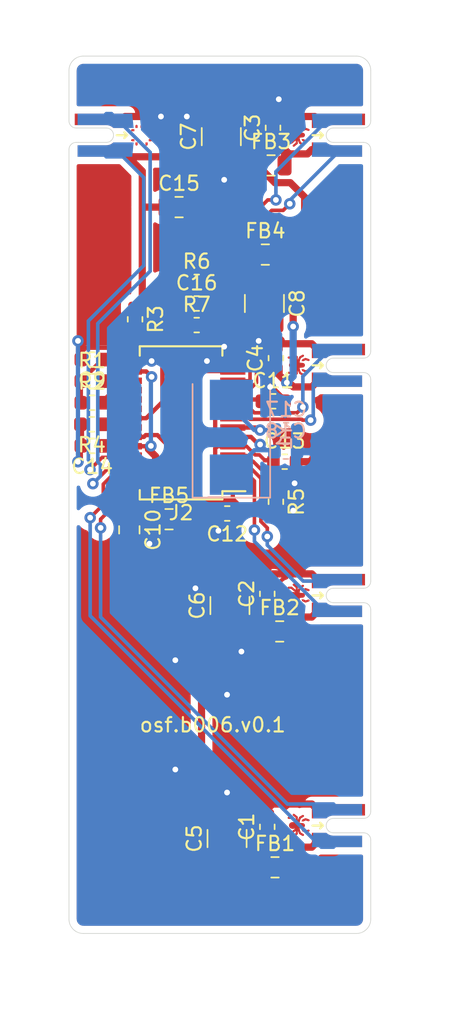
<source format=kicad_pcb>
(kicad_pcb (version 20171130) (host pcbnew "(5.1.5)-3")

  (general
    (thickness 1.6)
    (drawings 14)
    (tracks 399)
    (zones 0)
    (modules 37)
    (nets 26)
  )

  (page A4)
  (layers
    (0 F.Cu signal)
    (31 B.Cu signal)
    (32 B.Adhes user)
    (33 F.Adhes user)
    (34 B.Paste user)
    (35 F.Paste user)
    (36 B.SilkS user)
    (37 F.SilkS user)
    (38 B.Mask user)
    (39 F.Mask user)
    (40 Dwgs.User user)
    (41 Cmts.User user)
    (42 Eco1.User user)
    (43 Eco2.User user)
    (44 Edge.Cuts user)
    (45 Margin user)
    (46 B.CrtYd user)
    (47 F.CrtYd user)
    (48 B.Fab user)
    (49 F.Fab user)
  )

  (setup
    (last_trace_width 0.25)
    (user_trace_width 0.3)
    (user_trace_width 0.5)
    (trace_clearance 0.2)
    (zone_clearance 0.508)
    (zone_45_only no)
    (trace_min 0.2)
    (via_size 0.8)
    (via_drill 0.4)
    (via_min_size 0.4)
    (via_min_drill 0.3)
    (uvia_size 0.3)
    (uvia_drill 0.1)
    (uvias_allowed no)
    (uvia_min_size 0.2)
    (uvia_min_drill 0.1)
    (edge_width 0.05)
    (segment_width 0.2)
    (pcb_text_width 0.3)
    (pcb_text_size 1.5 1.5)
    (mod_edge_width 0.12)
    (mod_text_size 1 1)
    (mod_text_width 0.15)
    (pad_size 1.524 1.524)
    (pad_drill 0.762)
    (pad_to_mask_clearance 0.051)
    (solder_mask_min_width 0.25)
    (aux_axis_origin 0 0)
    (visible_elements 7FFFFFFF)
    (pcbplotparams
      (layerselection 0x010fc_ffffffff)
      (usegerberextensions false)
      (usegerberattributes false)
      (usegerberadvancedattributes false)
      (creategerberjobfile false)
      (excludeedgelayer true)
      (linewidth 0.100000)
      (plotframeref false)
      (viasonmask false)
      (mode 1)
      (useauxorigin false)
      (hpglpennumber 1)
      (hpglpenspeed 20)
      (hpglpendiameter 15.000000)
      (psnegative false)
      (psa4output false)
      (plotreference true)
      (plotvalue true)
      (plotinvisibletext false)
      (padsonsilk false)
      (subtractmaskfromsilk false)
      (outputformat 1)
      (mirror false)
      (drillshape 1)
      (scaleselection 1)
      (outputdirectory ""))
  )

  (net 0 "")
  (net 1 GND)
  (net 2 "Net-(J1-Pad4)")
  (net 3 "Net-(J1-Pad3)")
  (net 4 "Net-(J2-Pad28)")
  (net 5 "Net-(J2-Pad27)")
  (net 6 "Net-(J2-Pad12)")
  (net 7 "Net-(J2-Pad11)")
  (net 8 "Net-(J2-Pad9)")
  (net 9 "Net-(J2-Pad8)")
  (net 10 "Net-(J2-Pad3)")
  (net 11 "Net-(J2-Pad2)")
  (net 12 "Net-(C1-Pad1)")
  (net 13 "Net-(C2-Pad1)")
  (net 14 "Net-(C3-Pad1)")
  (net 15 "Net-(C4-Pad1)")
  (net 16 +5V)
  (net 17 +3V3)
  (net 18 +3.3VA)
  (net 19 "Net-(C16-Pad1)")
  (net 20 "Net-(J2-Pad21)")
  (net 21 "Net-(J2-Pad18)")
  (net 22 "Net-(J2-Pad17)")
  (net 23 "Net-(J2-Pad4)")
  (net 24 "Net-(C17-Pad2)")
  (net 25 "Net-(C18-Pad2)")

  (net_class Default "This is the default net class."
    (clearance 0.2)
    (trace_width 0.25)
    (via_dia 0.8)
    (via_drill 0.4)
    (uvia_dia 0.3)
    (uvia_drill 0.1)
    (add_net +3.3VA)
    (add_net +3V3)
    (add_net +5V)
    (add_net GND)
    (add_net "Net-(C1-Pad1)")
    (add_net "Net-(C16-Pad1)")
    (add_net "Net-(C17-Pad2)")
    (add_net "Net-(C18-Pad2)")
    (add_net "Net-(C2-Pad1)")
    (add_net "Net-(C3-Pad1)")
    (add_net "Net-(C4-Pad1)")
    (add_net "Net-(J1-Pad3)")
    (add_net "Net-(J1-Pad4)")
    (add_net "Net-(J2-Pad11)")
    (add_net "Net-(J2-Pad12)")
    (add_net "Net-(J2-Pad17)")
    (add_net "Net-(J2-Pad18)")
    (add_net "Net-(J2-Pad2)")
    (add_net "Net-(J2-Pad21)")
    (add_net "Net-(J2-Pad27)")
    (add_net "Net-(J2-Pad28)")
    (add_net "Net-(J2-Pad3)")
    (add_net "Net-(J2-Pad4)")
    (add_net "Net-(J2-Pad8)")
    (add_net "Net-(J2-Pad9)")
  )

  (module Crystal:Crystal_SMD_7050-2Pin_7.0x5.0mm (layer B.Cu) (tedit 5A0FD1B2) (tstamp 602B8424)
    (at 111.3 86.5 90)
    (descr "SMD Crystal SERIES SMD7050/4 https://www.foxonline.com/pdfs/FQ7050.pdf, 7.0x5.0mm^2 package")
    (tags "SMD SMT crystal")
    (path /603194B6)
    (attr smd)
    (fp_text reference Y1 (at 0 3.7 90) (layer B.SilkS)
      (effects (font (size 1 1) (thickness 0.15)) (justify mirror))
    )
    (fp_text value 12MhZ (at 0 -3.7 90) (layer B.Fab)
      (effects (font (size 1 1) (thickness 0.15)) (justify mirror))
    )
    (fp_circle (center 0 0) (end 0.093333 0) (layer B.Adhes) (width 0.186667))
    (fp_circle (center 0 0) (end 0.213333 0) (layer B.Adhes) (width 0.133333))
    (fp_circle (center 0 0) (end 0.333333 0) (layer B.Adhes) (width 0.133333))
    (fp_circle (center 0 0) (end 0.4 0) (layer B.Adhes) (width 0.1))
    (fp_line (start 4.3 2.8) (end -4.3 2.8) (layer B.CrtYd) (width 0.05))
    (fp_line (start 4.3 -2.8) (end 4.3 2.8) (layer B.CrtYd) (width 0.05))
    (fp_line (start -4.3 -2.8) (end 4.3 -2.8) (layer B.CrtYd) (width 0.05))
    (fp_line (start -4.3 2.8) (end -4.3 -2.8) (layer B.CrtYd) (width 0.05))
    (fp_line (start -4.2 -2.7) (end 3.7 -2.7) (layer B.SilkS) (width 0.12))
    (fp_line (start -4.2 2.7) (end -4.2 -2.7) (layer B.SilkS) (width 0.12))
    (fp_line (start 3.7 2.7) (end -4.2 2.7) (layer B.SilkS) (width 0.12))
    (fp_line (start -3.5 -1.5) (end -2.5 -2.5) (layer B.Fab) (width 0.1))
    (fp_line (start -3.5 2.3) (end -3.3 2.5) (layer B.Fab) (width 0.1))
    (fp_line (start -3.5 -2.3) (end -3.5 2.3) (layer B.Fab) (width 0.1))
    (fp_line (start -3.3 -2.5) (end -3.5 -2.3) (layer B.Fab) (width 0.1))
    (fp_line (start 3.3 -2.5) (end -3.3 -2.5) (layer B.Fab) (width 0.1))
    (fp_line (start 3.5 -2.3) (end 3.3 -2.5) (layer B.Fab) (width 0.1))
    (fp_line (start 3.5 2.3) (end 3.5 -2.3) (layer B.Fab) (width 0.1))
    (fp_line (start 3.3 2.5) (end 3.5 2.3) (layer B.Fab) (width 0.1))
    (fp_line (start -3.3 2.5) (end 3.3 2.5) (layer B.Fab) (width 0.1))
    (fp_text user %R (at 0 0 90) (layer B.Fab)
      (effects (font (size 1 1) (thickness 0.15)) (justify mirror))
    )
    (pad 2 smd rect (at 2.6 0 90) (size 2.8 3) (layers B.Cu B.Paste B.Mask)
      (net 24 "Net-(C17-Pad2)"))
    (pad 1 smd rect (at -2.6 0 90) (size 2.8 3) (layers B.Cu B.Paste B.Mask)
      (net 25 "Net-(C18-Pad2)"))
    (model ${KISYS3DMOD}/Crystal.3dshapes/Crystal_SMD_7050-2Pin_7.0x5.0mm.wrl
      (at (xyz 0 0 0))
      (scale (xyz 1 1 1))
      (rotate (xyz 0 0 0))
    )
  )

  (module Capacitor_SMD:C_0603_1608Metric (layer B.Cu) (tedit 5B301BBE) (tstamp 602B7F8A)
    (at 115.0875 87.5 180)
    (descr "Capacitor SMD 0603 (1608 Metric), square (rectangular) end terminal, IPC_7351 nominal, (Body size source: http://www.tortai-tech.com/upload/download/2011102023233369053.pdf), generated with kicad-footprint-generator")
    (tags capacitor)
    (path /6031E255)
    (attr smd)
    (fp_text reference C18 (at 0 1.43) (layer B.SilkS)
      (effects (font (size 1 1) (thickness 0.15)) (justify mirror))
    )
    (fp_text value 22pF (at 0 -1.43) (layer B.Fab)
      (effects (font (size 1 1) (thickness 0.15)) (justify mirror))
    )
    (fp_text user %R (at 0 0) (layer B.Fab)
      (effects (font (size 0.4 0.4) (thickness 0.06)) (justify mirror))
    )
    (fp_line (start 1.48 -0.73) (end -1.48 -0.73) (layer B.CrtYd) (width 0.05))
    (fp_line (start 1.48 0.73) (end 1.48 -0.73) (layer B.CrtYd) (width 0.05))
    (fp_line (start -1.48 0.73) (end 1.48 0.73) (layer B.CrtYd) (width 0.05))
    (fp_line (start -1.48 -0.73) (end -1.48 0.73) (layer B.CrtYd) (width 0.05))
    (fp_line (start -0.162779 -0.51) (end 0.162779 -0.51) (layer B.SilkS) (width 0.12))
    (fp_line (start -0.162779 0.51) (end 0.162779 0.51) (layer B.SilkS) (width 0.12))
    (fp_line (start 0.8 -0.4) (end -0.8 -0.4) (layer B.Fab) (width 0.1))
    (fp_line (start 0.8 0.4) (end 0.8 -0.4) (layer B.Fab) (width 0.1))
    (fp_line (start -0.8 0.4) (end 0.8 0.4) (layer B.Fab) (width 0.1))
    (fp_line (start -0.8 -0.4) (end -0.8 0.4) (layer B.Fab) (width 0.1))
    (pad 2 smd roundrect (at 0.7875 0 180) (size 0.875 0.95) (layers B.Cu B.Paste B.Mask) (roundrect_rratio 0.25)
      (net 25 "Net-(C18-Pad2)"))
    (pad 1 smd roundrect (at -0.7875 0 180) (size 0.875 0.95) (layers B.Cu B.Paste B.Mask) (roundrect_rratio 0.25)
      (net 1 GND))
    (model ${KISYS3DMOD}/Capacitor_SMD.3dshapes/C_0603_1608Metric.wrl
      (at (xyz 0 0 0))
      (scale (xyz 1 1 1))
      (rotate (xyz 0 0 0))
    )
  )

  (module Capacitor_SMD:C_0603_1608Metric (layer B.Cu) (tedit 5B301BBE) (tstamp 602B7F79)
    (at 115.1125 86 180)
    (descr "Capacitor SMD 0603 (1608 Metric), square (rectangular) end terminal, IPC_7351 nominal, (Body size source: http://www.tortai-tech.com/upload/download/2011102023233369053.pdf), generated with kicad-footprint-generator")
    (tags capacitor)
    (path /6031F5B5)
    (attr smd)
    (fp_text reference C17 (at 0 1.43) (layer B.SilkS)
      (effects (font (size 1 1) (thickness 0.15)) (justify mirror))
    )
    (fp_text value 22pF (at 0 -1.43) (layer B.Fab)
      (effects (font (size 1 1) (thickness 0.15)) (justify mirror))
    )
    (fp_text user %R (at 0 0) (layer B.Fab)
      (effects (font (size 0.4 0.4) (thickness 0.06)) (justify mirror))
    )
    (fp_line (start 1.48 -0.73) (end -1.48 -0.73) (layer B.CrtYd) (width 0.05))
    (fp_line (start 1.48 0.73) (end 1.48 -0.73) (layer B.CrtYd) (width 0.05))
    (fp_line (start -1.48 0.73) (end 1.48 0.73) (layer B.CrtYd) (width 0.05))
    (fp_line (start -1.48 -0.73) (end -1.48 0.73) (layer B.CrtYd) (width 0.05))
    (fp_line (start -0.162779 -0.51) (end 0.162779 -0.51) (layer B.SilkS) (width 0.12))
    (fp_line (start -0.162779 0.51) (end 0.162779 0.51) (layer B.SilkS) (width 0.12))
    (fp_line (start 0.8 -0.4) (end -0.8 -0.4) (layer B.Fab) (width 0.1))
    (fp_line (start 0.8 0.4) (end 0.8 -0.4) (layer B.Fab) (width 0.1))
    (fp_line (start -0.8 0.4) (end 0.8 0.4) (layer B.Fab) (width 0.1))
    (fp_line (start -0.8 -0.4) (end -0.8 0.4) (layer B.Fab) (width 0.1))
    (pad 2 smd roundrect (at 0.7875 0 180) (size 0.875 0.95) (layers B.Cu B.Paste B.Mask) (roundrect_rratio 0.25)
      (net 24 "Net-(C17-Pad2)"))
    (pad 1 smd roundrect (at -0.7875 0 180) (size 0.875 0.95) (layers B.Cu B.Paste B.Mask) (roundrect_rratio 0.25)
      (net 1 GND))
    (model ${KISYS3DMOD}/Capacitor_SMD.3dshapes/C_0603_1608Metric.wrl
      (at (xyz 0 0 0))
      (scale (xyz 1 1 1))
      (rotate (xyz 0 0 0))
    )
  )

  (module Resistor_SMD:R_0603_1608Metric (layer F.Cu) (tedit 5B301BBD) (tstamp 602AF893)
    (at 108.8875 78.7)
    (descr "Resistor SMD 0603 (1608 Metric), square (rectangular) end terminal, IPC_7351 nominal, (Body size source: http://www.tortai-tech.com/upload/download/2011102023233369053.pdf), generated with kicad-footprint-generator")
    (tags resistor)
    (path /602B0C12)
    (attr smd)
    (fp_text reference R7 (at 0 -1.43) (layer F.SilkS)
      (effects (font (size 1 1) (thickness 0.15)))
    )
    (fp_text value 47k (at 0 1.43) (layer F.Fab)
      (effects (font (size 1 1) (thickness 0.15)))
    )
    (fp_text user %R (at 0 0) (layer F.Fab)
      (effects (font (size 0.4 0.4) (thickness 0.06)))
    )
    (fp_line (start 1.48 0.73) (end -1.48 0.73) (layer F.CrtYd) (width 0.05))
    (fp_line (start 1.48 -0.73) (end 1.48 0.73) (layer F.CrtYd) (width 0.05))
    (fp_line (start -1.48 -0.73) (end 1.48 -0.73) (layer F.CrtYd) (width 0.05))
    (fp_line (start -1.48 0.73) (end -1.48 -0.73) (layer F.CrtYd) (width 0.05))
    (fp_line (start -0.162779 0.51) (end 0.162779 0.51) (layer F.SilkS) (width 0.12))
    (fp_line (start -0.162779 -0.51) (end 0.162779 -0.51) (layer F.SilkS) (width 0.12))
    (fp_line (start 0.8 0.4) (end -0.8 0.4) (layer F.Fab) (width 0.1))
    (fp_line (start 0.8 -0.4) (end 0.8 0.4) (layer F.Fab) (width 0.1))
    (fp_line (start -0.8 -0.4) (end 0.8 -0.4) (layer F.Fab) (width 0.1))
    (fp_line (start -0.8 0.4) (end -0.8 -0.4) (layer F.Fab) (width 0.1))
    (pad 2 smd roundrect (at 0.7875 0) (size 0.875 0.95) (layers F.Cu F.Paste F.Mask) (roundrect_rratio 0.25)
      (net 1 GND))
    (pad 1 smd roundrect (at -0.7875 0) (size 0.875 0.95) (layers F.Cu F.Paste F.Mask) (roundrect_rratio 0.25)
      (net 19 "Net-(C16-Pad1)"))
    (model ${KISYS3DMOD}/Resistor_SMD.3dshapes/R_0603_1608Metric.wrl
      (at (xyz 0 0 0))
      (scale (xyz 1 1 1))
      (rotate (xyz 0 0 0))
    )
  )

  (module Resistor_SMD:R_0603_1608Metric (layer F.Cu) (tedit 5B301BBD) (tstamp 602AF882)
    (at 108.8875 75.7)
    (descr "Resistor SMD 0603 (1608 Metric), square (rectangular) end terminal, IPC_7351 nominal, (Body size source: http://www.tortai-tech.com/upload/download/2011102023233369053.pdf), generated with kicad-footprint-generator")
    (tags resistor)
    (path /602B2C56)
    (attr smd)
    (fp_text reference R6 (at 0 -1.43) (layer F.SilkS)
      (effects (font (size 1 1) (thickness 0.15)))
    )
    (fp_text value 10k (at 0 1.43) (layer F.Fab)
      (effects (font (size 1 1) (thickness 0.15)))
    )
    (fp_text user %R (at 0 0) (layer F.Fab)
      (effects (font (size 0.4 0.4) (thickness 0.06)))
    )
    (fp_line (start 1.48 0.73) (end -1.48 0.73) (layer F.CrtYd) (width 0.05))
    (fp_line (start 1.48 -0.73) (end 1.48 0.73) (layer F.CrtYd) (width 0.05))
    (fp_line (start -1.48 -0.73) (end 1.48 -0.73) (layer F.CrtYd) (width 0.05))
    (fp_line (start -1.48 0.73) (end -1.48 -0.73) (layer F.CrtYd) (width 0.05))
    (fp_line (start -0.162779 0.51) (end 0.162779 0.51) (layer F.SilkS) (width 0.12))
    (fp_line (start -0.162779 -0.51) (end 0.162779 -0.51) (layer F.SilkS) (width 0.12))
    (fp_line (start 0.8 0.4) (end -0.8 0.4) (layer F.Fab) (width 0.1))
    (fp_line (start 0.8 -0.4) (end 0.8 0.4) (layer F.Fab) (width 0.1))
    (fp_line (start -0.8 -0.4) (end 0.8 -0.4) (layer F.Fab) (width 0.1))
    (fp_line (start -0.8 0.4) (end -0.8 -0.4) (layer F.Fab) (width 0.1))
    (pad 2 smd roundrect (at 0.7875 0) (size 0.875 0.95) (layers F.Cu F.Paste F.Mask) (roundrect_rratio 0.25)
      (net 19 "Net-(C16-Pad1)"))
    (pad 1 smd roundrect (at -0.7875 0) (size 0.875 0.95) (layers F.Cu F.Paste F.Mask) (roundrect_rratio 0.25)
      (net 16 +5V))
    (model ${KISYS3DMOD}/Resistor_SMD.3dshapes/R_0603_1608Metric.wrl
      (at (xyz 0 0 0))
      (scale (xyz 1 1 1))
      (rotate (xyz 0 0 0))
    )
  )

  (module Resistor_SMD:R_0603_1608Metric (layer F.Cu) (tedit 5B301BBD) (tstamp 602AF871)
    (at 114.4 90.9875 270)
    (descr "Resistor SMD 0603 (1608 Metric), square (rectangular) end terminal, IPC_7351 nominal, (Body size source: http://www.tortai-tech.com/upload/download/2011102023233369053.pdf), generated with kicad-footprint-generator")
    (tags resistor)
    (path /602CD20B)
    (attr smd)
    (fp_text reference R5 (at 0 -1.43 90) (layer F.SilkS)
      (effects (font (size 1 1) (thickness 0.15)))
    )
    (fp_text value 680R (at 0 1.43 90) (layer F.Fab)
      (effects (font (size 1 1) (thickness 0.15)))
    )
    (fp_text user %R (at 0 0 90) (layer F.Fab)
      (effects (font (size 0.4 0.4) (thickness 0.06)))
    )
    (fp_line (start 1.48 0.73) (end -1.48 0.73) (layer F.CrtYd) (width 0.05))
    (fp_line (start 1.48 -0.73) (end 1.48 0.73) (layer F.CrtYd) (width 0.05))
    (fp_line (start -1.48 -0.73) (end 1.48 -0.73) (layer F.CrtYd) (width 0.05))
    (fp_line (start -1.48 0.73) (end -1.48 -0.73) (layer F.CrtYd) (width 0.05))
    (fp_line (start -0.162779 0.51) (end 0.162779 0.51) (layer F.SilkS) (width 0.12))
    (fp_line (start -0.162779 -0.51) (end 0.162779 -0.51) (layer F.SilkS) (width 0.12))
    (fp_line (start 0.8 0.4) (end -0.8 0.4) (layer F.Fab) (width 0.1))
    (fp_line (start 0.8 -0.4) (end 0.8 0.4) (layer F.Fab) (width 0.1))
    (fp_line (start -0.8 -0.4) (end 0.8 -0.4) (layer F.Fab) (width 0.1))
    (fp_line (start -0.8 0.4) (end -0.8 -0.4) (layer F.Fab) (width 0.1))
    (pad 2 smd roundrect (at 0.7875 0 270) (size 0.875 0.95) (layers F.Cu F.Paste F.Mask) (roundrect_rratio 0.25)
      (net 1 GND))
    (pad 1 smd roundrect (at -0.7875 0 270) (size 0.875 0.95) (layers F.Cu F.Paste F.Mask) (roundrect_rratio 0.25)
      (net 23 "Net-(J2-Pad4)"))
    (model ${KISYS3DMOD}/Resistor_SMD.3dshapes/R_0603_1608Metric.wrl
      (at (xyz 0 0 0))
      (scale (xyz 1 1 1))
      (rotate (xyz 0 0 0))
    )
  )

  (module Resistor_SMD:R_0603_1608Metric (layer F.Cu) (tedit 5B301BBD) (tstamp 602AF860)
    (at 101.5875 85.6 180)
    (descr "Resistor SMD 0603 (1608 Metric), square (rectangular) end terminal, IPC_7351 nominal, (Body size source: http://www.tortai-tech.com/upload/download/2011102023233369053.pdf), generated with kicad-footprint-generator")
    (tags resistor)
    (path /602BF486)
    (attr smd)
    (fp_text reference R4 (at 0 -1.43) (layer F.SilkS)
      (effects (font (size 1 1) (thickness 0.15)))
    )
    (fp_text value 10k (at 0 1.43) (layer F.Fab)
      (effects (font (size 1 1) (thickness 0.15)))
    )
    (fp_text user %R (at 0 0) (layer F.Fab)
      (effects (font (size 0.4 0.4) (thickness 0.06)))
    )
    (fp_line (start 1.48 0.73) (end -1.48 0.73) (layer F.CrtYd) (width 0.05))
    (fp_line (start 1.48 -0.73) (end 1.48 0.73) (layer F.CrtYd) (width 0.05))
    (fp_line (start -1.48 -0.73) (end 1.48 -0.73) (layer F.CrtYd) (width 0.05))
    (fp_line (start -1.48 0.73) (end -1.48 -0.73) (layer F.CrtYd) (width 0.05))
    (fp_line (start -0.162779 0.51) (end 0.162779 0.51) (layer F.SilkS) (width 0.12))
    (fp_line (start -0.162779 -0.51) (end 0.162779 -0.51) (layer F.SilkS) (width 0.12))
    (fp_line (start 0.8 0.4) (end -0.8 0.4) (layer F.Fab) (width 0.1))
    (fp_line (start 0.8 -0.4) (end 0.8 0.4) (layer F.Fab) (width 0.1))
    (fp_line (start -0.8 -0.4) (end 0.8 -0.4) (layer F.Fab) (width 0.1))
    (fp_line (start -0.8 0.4) (end -0.8 -0.4) (layer F.Fab) (width 0.1))
    (pad 2 smd roundrect (at 0.7875 0 180) (size 0.875 0.95) (layers F.Cu F.Paste F.Mask) (roundrect_rratio 0.25)
      (net 1 GND))
    (pad 1 smd roundrect (at -0.7875 0 180) (size 0.875 0.95) (layers F.Cu F.Paste F.Mask) (roundrect_rratio 0.25)
      (net 20 "Net-(J2-Pad21)"))
    (model ${KISYS3DMOD}/Resistor_SMD.3dshapes/R_0603_1608Metric.wrl
      (at (xyz 0 0 0))
      (scale (xyz 1 1 1))
      (rotate (xyz 0 0 0))
    )
  )

  (module Resistor_SMD:R_0603_1608Metric (layer F.Cu) (tedit 5B301BBD) (tstamp 602AF84F)
    (at 104.6 78.3 270)
    (descr "Resistor SMD 0603 (1608 Metric), square (rectangular) end terminal, IPC_7351 nominal, (Body size source: http://www.tortai-tech.com/upload/download/2011102023233369053.pdf), generated with kicad-footprint-generator")
    (tags resistor)
    (path /602C1EAA)
    (attr smd)
    (fp_text reference R3 (at 0 -1.43 90) (layer F.SilkS)
      (effects (font (size 1 1) (thickness 0.15)))
    )
    (fp_text value 5.1k (at 0 1.43 90) (layer F.Fab)
      (effects (font (size 1 1) (thickness 0.15)))
    )
    (fp_text user %R (at 0 0 90) (layer F.Fab)
      (effects (font (size 0.4 0.4) (thickness 0.06)))
    )
    (fp_line (start 1.48 0.73) (end -1.48 0.73) (layer F.CrtYd) (width 0.05))
    (fp_line (start 1.48 -0.73) (end 1.48 0.73) (layer F.CrtYd) (width 0.05))
    (fp_line (start -1.48 -0.73) (end 1.48 -0.73) (layer F.CrtYd) (width 0.05))
    (fp_line (start -1.48 0.73) (end -1.48 -0.73) (layer F.CrtYd) (width 0.05))
    (fp_line (start -0.162779 0.51) (end 0.162779 0.51) (layer F.SilkS) (width 0.12))
    (fp_line (start -0.162779 -0.51) (end 0.162779 -0.51) (layer F.SilkS) (width 0.12))
    (fp_line (start 0.8 0.4) (end -0.8 0.4) (layer F.Fab) (width 0.1))
    (fp_line (start 0.8 -0.4) (end 0.8 0.4) (layer F.Fab) (width 0.1))
    (fp_line (start -0.8 -0.4) (end 0.8 -0.4) (layer F.Fab) (width 0.1))
    (fp_line (start -0.8 0.4) (end -0.8 -0.4) (layer F.Fab) (width 0.1))
    (pad 2 smd roundrect (at 0.7875 0 270) (size 0.875 0.95) (layers F.Cu F.Paste F.Mask) (roundrect_rratio 0.25)
      (net 20 "Net-(J2-Pad21)"))
    (pad 1 smd roundrect (at -0.7875 0 270) (size 0.875 0.95) (layers F.Cu F.Paste F.Mask) (roundrect_rratio 0.25)
      (net 16 +5V))
    (model ${KISYS3DMOD}/Resistor_SMD.3dshapes/R_0603_1608Metric.wrl
      (at (xyz 0 0 0))
      (scale (xyz 1 1 1))
      (rotate (xyz 0 0 0))
    )
  )

  (module Resistor_SMD:R_0603_1608Metric (layer F.Cu) (tedit 5B301BBD) (tstamp 602AF83E)
    (at 101.6125 84.1)
    (descr "Resistor SMD 0603 (1608 Metric), square (rectangular) end terminal, IPC_7351 nominal, (Body size source: http://www.tortai-tech.com/upload/download/2011102023233369053.pdf), generated with kicad-footprint-generator")
    (tags resistor)
    (path /602C6816)
    (attr smd)
    (fp_text reference R2 (at 0 -1.43) (layer F.SilkS)
      (effects (font (size 1 1) (thickness 0.15)))
    )
    (fp_text value 47k (at 0 1.43) (layer F.Fab)
      (effects (font (size 1 1) (thickness 0.15)))
    )
    (fp_text user %R (at 0 0) (layer F.Fab)
      (effects (font (size 0.4 0.4) (thickness 0.06)))
    )
    (fp_line (start 1.48 0.73) (end -1.48 0.73) (layer F.CrtYd) (width 0.05))
    (fp_line (start 1.48 -0.73) (end 1.48 0.73) (layer F.CrtYd) (width 0.05))
    (fp_line (start -1.48 -0.73) (end 1.48 -0.73) (layer F.CrtYd) (width 0.05))
    (fp_line (start -1.48 0.73) (end -1.48 -0.73) (layer F.CrtYd) (width 0.05))
    (fp_line (start -0.162779 0.51) (end 0.162779 0.51) (layer F.SilkS) (width 0.12))
    (fp_line (start -0.162779 -0.51) (end 0.162779 -0.51) (layer F.SilkS) (width 0.12))
    (fp_line (start 0.8 0.4) (end -0.8 0.4) (layer F.Fab) (width 0.1))
    (fp_line (start 0.8 -0.4) (end 0.8 0.4) (layer F.Fab) (width 0.1))
    (fp_line (start -0.8 -0.4) (end 0.8 -0.4) (layer F.Fab) (width 0.1))
    (fp_line (start -0.8 0.4) (end -0.8 -0.4) (layer F.Fab) (width 0.1))
    (pad 2 smd roundrect (at 0.7875 0) (size 0.875 0.95) (layers F.Cu F.Paste F.Mask) (roundrect_rratio 0.25)
      (net 21 "Net-(J2-Pad18)"))
    (pad 1 smd roundrect (at -0.7875 0) (size 0.875 0.95) (layers F.Cu F.Paste F.Mask) (roundrect_rratio 0.25)
      (net 17 +3V3))
    (model ${KISYS3DMOD}/Resistor_SMD.3dshapes/R_0603_1608Metric.wrl
      (at (xyz 0 0 0))
      (scale (xyz 1 1 1))
      (rotate (xyz 0 0 0))
    )
  )

  (module Resistor_SMD:R_0603_1608Metric (layer F.Cu) (tedit 5B301BBD) (tstamp 602AF82D)
    (at 101.6125 82.6)
    (descr "Resistor SMD 0603 (1608 Metric), square (rectangular) end terminal, IPC_7351 nominal, (Body size source: http://www.tortai-tech.com/upload/download/2011102023233369053.pdf), generated with kicad-footprint-generator")
    (tags resistor)
    (path /602C4237)
    (attr smd)
    (fp_text reference R1 (at 0 -1.43) (layer F.SilkS)
      (effects (font (size 1 1) (thickness 0.15)))
    )
    (fp_text value 10k (at 0 1.43) (layer F.Fab)
      (effects (font (size 1 1) (thickness 0.15)))
    )
    (fp_text user %R (at 0 0) (layer F.Fab)
      (effects (font (size 0.4 0.4) (thickness 0.06)))
    )
    (fp_line (start 1.48 0.73) (end -1.48 0.73) (layer F.CrtYd) (width 0.05))
    (fp_line (start 1.48 -0.73) (end 1.48 0.73) (layer F.CrtYd) (width 0.05))
    (fp_line (start -1.48 -0.73) (end 1.48 -0.73) (layer F.CrtYd) (width 0.05))
    (fp_line (start -1.48 0.73) (end -1.48 -0.73) (layer F.CrtYd) (width 0.05))
    (fp_line (start -0.162779 0.51) (end 0.162779 0.51) (layer F.SilkS) (width 0.12))
    (fp_line (start -0.162779 -0.51) (end 0.162779 -0.51) (layer F.SilkS) (width 0.12))
    (fp_line (start 0.8 0.4) (end -0.8 0.4) (layer F.Fab) (width 0.1))
    (fp_line (start 0.8 -0.4) (end 0.8 0.4) (layer F.Fab) (width 0.1))
    (fp_line (start -0.8 -0.4) (end 0.8 -0.4) (layer F.Fab) (width 0.1))
    (fp_line (start -0.8 0.4) (end -0.8 -0.4) (layer F.Fab) (width 0.1))
    (pad 2 smd roundrect (at 0.7875 0) (size 0.875 0.95) (layers F.Cu F.Paste F.Mask) (roundrect_rratio 0.25)
      (net 22 "Net-(J2-Pad17)"))
    (pad 1 smd roundrect (at -0.7875 0) (size 0.875 0.95) (layers F.Cu F.Paste F.Mask) (roundrect_rratio 0.25)
      (net 17 +3V3))
    (model ${KISYS3DMOD}/Resistor_SMD.3dshapes/R_0603_1608Metric.wrl
      (at (xyz 0 0 0))
      (scale (xyz 1 1 1))
      (rotate (xyz 0 0 0))
    )
  )

  (module Inductor_SMD:L_0805_2012Metric (layer F.Cu) (tedit 5B36C52B) (tstamp 602AF50C)
    (at 106.9625 92.2)
    (descr "Inductor SMD 0805 (2012 Metric), square (rectangular) end terminal, IPC_7351 nominal, (Body size source: https://docs.google.com/spreadsheets/d/1BsfQQcO9C6DZCsRaXUlFlo91Tg2WpOkGARC1WS5S8t0/edit?usp=sharing), generated with kicad-footprint-generator")
    (tags inductor)
    (path /602CF98D)
    (attr smd)
    (fp_text reference FB5 (at 0 -1.65) (layer F.SilkS)
      (effects (font (size 1 1) (thickness 0.15)))
    )
    (fp_text value 600R (at 0 1.65) (layer F.Fab)
      (effects (font (size 1 1) (thickness 0.15)))
    )
    (fp_text user %R (at 0 0) (layer F.Fab)
      (effects (font (size 0.5 0.5) (thickness 0.08)))
    )
    (fp_line (start 1.68 0.95) (end -1.68 0.95) (layer F.CrtYd) (width 0.05))
    (fp_line (start 1.68 -0.95) (end 1.68 0.95) (layer F.CrtYd) (width 0.05))
    (fp_line (start -1.68 -0.95) (end 1.68 -0.95) (layer F.CrtYd) (width 0.05))
    (fp_line (start -1.68 0.95) (end -1.68 -0.95) (layer F.CrtYd) (width 0.05))
    (fp_line (start -0.258578 0.71) (end 0.258578 0.71) (layer F.SilkS) (width 0.12))
    (fp_line (start -0.258578 -0.71) (end 0.258578 -0.71) (layer F.SilkS) (width 0.12))
    (fp_line (start 1 0.6) (end -1 0.6) (layer F.Fab) (width 0.1))
    (fp_line (start 1 -0.6) (end 1 0.6) (layer F.Fab) (width 0.1))
    (fp_line (start -1 -0.6) (end 1 -0.6) (layer F.Fab) (width 0.1))
    (fp_line (start -1 0.6) (end -1 -0.6) (layer F.Fab) (width 0.1))
    (pad 2 smd roundrect (at 0.9375 0) (size 0.975 1.4) (layers F.Cu F.Paste F.Mask) (roundrect_rratio 0.25)
      (net 18 +3.3VA))
    (pad 1 smd roundrect (at -0.9375 0) (size 0.975 1.4) (layers F.Cu F.Paste F.Mask) (roundrect_rratio 0.25)
      (net 17 +3V3))
    (model ${KISYS3DMOD}/Inductor_SMD.3dshapes/L_0805_2012Metric.wrl
      (at (xyz 0 0 0))
      (scale (xyz 1 1 1))
      (rotate (xyz 0 0 0))
    )
  )

  (module Capacitor_SMD:C_0603_1608Metric (layer F.Cu) (tedit 5B301BBE) (tstamp 602AF47B)
    (at 108.8875 77.2)
    (descr "Capacitor SMD 0603 (1608 Metric), square (rectangular) end terminal, IPC_7351 nominal, (Body size source: http://www.tortai-tech.com/upload/download/2011102023233369053.pdf), generated with kicad-footprint-generator")
    (tags capacitor)
    (path /602AF2AF)
    (attr smd)
    (fp_text reference C16 (at 0 -1.43) (layer F.SilkS)
      (effects (font (size 1 1) (thickness 0.15)))
    )
    (fp_text value 1uF (at 0 1.43) (layer F.Fab)
      (effects (font (size 1 1) (thickness 0.15)))
    )
    (fp_text user %R (at 0 0) (layer F.Fab)
      (effects (font (size 0.4 0.4) (thickness 0.06)))
    )
    (fp_line (start 1.48 0.73) (end -1.48 0.73) (layer F.CrtYd) (width 0.05))
    (fp_line (start 1.48 -0.73) (end 1.48 0.73) (layer F.CrtYd) (width 0.05))
    (fp_line (start -1.48 -0.73) (end 1.48 -0.73) (layer F.CrtYd) (width 0.05))
    (fp_line (start -1.48 0.73) (end -1.48 -0.73) (layer F.CrtYd) (width 0.05))
    (fp_line (start -0.162779 0.51) (end 0.162779 0.51) (layer F.SilkS) (width 0.12))
    (fp_line (start -0.162779 -0.51) (end 0.162779 -0.51) (layer F.SilkS) (width 0.12))
    (fp_line (start 0.8 0.4) (end -0.8 0.4) (layer F.Fab) (width 0.1))
    (fp_line (start 0.8 -0.4) (end 0.8 0.4) (layer F.Fab) (width 0.1))
    (fp_line (start -0.8 -0.4) (end 0.8 -0.4) (layer F.Fab) (width 0.1))
    (fp_line (start -0.8 0.4) (end -0.8 -0.4) (layer F.Fab) (width 0.1))
    (pad 2 smd roundrect (at 0.7875 0) (size 0.875 0.95) (layers F.Cu F.Paste F.Mask) (roundrect_rratio 0.25)
      (net 1 GND))
    (pad 1 smd roundrect (at -0.7875 0) (size 0.875 0.95) (layers F.Cu F.Paste F.Mask) (roundrect_rratio 0.25)
      (net 19 "Net-(C16-Pad1)"))
    (model ${KISYS3DMOD}/Capacitor_SMD.3dshapes/C_0603_1608Metric.wrl
      (at (xyz 0 0 0))
      (scale (xyz 1 1 1))
      (rotate (xyz 0 0 0))
    )
  )

  (module Capacitor_SMD:C_0805_2012Metric (layer F.Cu) (tedit 5B36C52B) (tstamp 602AF46A)
    (at 107.6625 70.5)
    (descr "Capacitor SMD 0805 (2012 Metric), square (rectangular) end terminal, IPC_7351 nominal, (Body size source: https://docs.google.com/spreadsheets/d/1BsfQQcO9C6DZCsRaXUlFlo91Tg2WpOkGARC1WS5S8t0/edit?usp=sharing), generated with kicad-footprint-generator")
    (tags capacitor)
    (path /602CA7BF)
    (attr smd)
    (fp_text reference C15 (at 0 -1.65) (layer F.SilkS)
      (effects (font (size 1 1) (thickness 0.15)))
    )
    (fp_text value 10uF (at 0 1.65) (layer F.Fab)
      (effects (font (size 1 1) (thickness 0.15)))
    )
    (fp_text user %R (at 0 0) (layer F.Fab)
      (effects (font (size 0.5 0.5) (thickness 0.08)))
    )
    (fp_line (start 1.68 0.95) (end -1.68 0.95) (layer F.CrtYd) (width 0.05))
    (fp_line (start 1.68 -0.95) (end 1.68 0.95) (layer F.CrtYd) (width 0.05))
    (fp_line (start -1.68 -0.95) (end 1.68 -0.95) (layer F.CrtYd) (width 0.05))
    (fp_line (start -1.68 0.95) (end -1.68 -0.95) (layer F.CrtYd) (width 0.05))
    (fp_line (start -0.258578 0.71) (end 0.258578 0.71) (layer F.SilkS) (width 0.12))
    (fp_line (start -0.258578 -0.71) (end 0.258578 -0.71) (layer F.SilkS) (width 0.12))
    (fp_line (start 1 0.6) (end -1 0.6) (layer F.Fab) (width 0.1))
    (fp_line (start 1 -0.6) (end 1 0.6) (layer F.Fab) (width 0.1))
    (fp_line (start -1 -0.6) (end 1 -0.6) (layer F.Fab) (width 0.1))
    (fp_line (start -1 0.6) (end -1 -0.6) (layer F.Fab) (width 0.1))
    (pad 2 smd roundrect (at 0.9375 0) (size 0.975 1.4) (layers F.Cu F.Paste F.Mask) (roundrect_rratio 0.25)
      (net 1 GND))
    (pad 1 smd roundrect (at -0.9375 0) (size 0.975 1.4) (layers F.Cu F.Paste F.Mask) (roundrect_rratio 0.25)
      (net 16 +5V))
    (model ${KISYS3DMOD}/Capacitor_SMD.3dshapes/C_0805_2012Metric.wrl
      (at (xyz 0 0 0))
      (scale (xyz 1 1 1))
      (rotate (xyz 0 0 0))
    )
  )

  (module Capacitor_SMD:C_0603_1608Metric (layer F.Cu) (tedit 5B301BBE) (tstamp 602AF459)
    (at 101.6125 87.1 180)
    (descr "Capacitor SMD 0603 (1608 Metric), square (rectangular) end terminal, IPC_7351 nominal, (Body size source: http://www.tortai-tech.com/upload/download/2011102023233369053.pdf), generated with kicad-footprint-generator")
    (tags capacitor)
    (path /602CB854)
    (attr smd)
    (fp_text reference C14 (at 0 -1.43) (layer F.SilkS)
      (effects (font (size 1 1) (thickness 0.15)))
    )
    (fp_text value 100nF (at 0 1.43) (layer F.Fab)
      (effects (font (size 1 1) (thickness 0.15)))
    )
    (fp_text user %R (at 0 0) (layer F.Fab)
      (effects (font (size 0.4 0.4) (thickness 0.06)))
    )
    (fp_line (start 1.48 0.73) (end -1.48 0.73) (layer F.CrtYd) (width 0.05))
    (fp_line (start 1.48 -0.73) (end 1.48 0.73) (layer F.CrtYd) (width 0.05))
    (fp_line (start -1.48 -0.73) (end 1.48 -0.73) (layer F.CrtYd) (width 0.05))
    (fp_line (start -1.48 0.73) (end -1.48 -0.73) (layer F.CrtYd) (width 0.05))
    (fp_line (start -0.162779 0.51) (end 0.162779 0.51) (layer F.SilkS) (width 0.12))
    (fp_line (start -0.162779 -0.51) (end 0.162779 -0.51) (layer F.SilkS) (width 0.12))
    (fp_line (start 0.8 0.4) (end -0.8 0.4) (layer F.Fab) (width 0.1))
    (fp_line (start 0.8 -0.4) (end 0.8 0.4) (layer F.Fab) (width 0.1))
    (fp_line (start -0.8 -0.4) (end 0.8 -0.4) (layer F.Fab) (width 0.1))
    (fp_line (start -0.8 0.4) (end -0.8 -0.4) (layer F.Fab) (width 0.1))
    (pad 2 smd roundrect (at 0.7875 0 180) (size 0.875 0.95) (layers F.Cu F.Paste F.Mask) (roundrect_rratio 0.25)
      (net 1 GND))
    (pad 1 smd roundrect (at -0.7875 0 180) (size 0.875 0.95) (layers F.Cu F.Paste F.Mask) (roundrect_rratio 0.25)
      (net 16 +5V))
    (model ${KISYS3DMOD}/Capacitor_SMD.3dshapes/C_0603_1608Metric.wrl
      (at (xyz 0 0 0))
      (scale (xyz 1 1 1))
      (rotate (xyz 0 0 0))
    )
  )

  (module Capacitor_SMD:C_0603_1608Metric (layer F.Cu) (tedit 5B301BBE) (tstamp 602AF448)
    (at 115.0125 88.2)
    (descr "Capacitor SMD 0603 (1608 Metric), square (rectangular) end terminal, IPC_7351 nominal, (Body size source: http://www.tortai-tech.com/upload/download/2011102023233369053.pdf), generated with kicad-footprint-generator")
    (tags capacitor)
    (path /602D792B)
    (attr smd)
    (fp_text reference C13 (at 0 -1.43) (layer F.SilkS)
      (effects (font (size 1 1) (thickness 0.15)))
    )
    (fp_text value 100nF (at 0 1.43) (layer F.Fab)
      (effects (font (size 1 1) (thickness 0.15)))
    )
    (fp_text user %R (at 0 0) (layer F.Fab)
      (effects (font (size 0.4 0.4) (thickness 0.06)))
    )
    (fp_line (start 1.48 0.73) (end -1.48 0.73) (layer F.CrtYd) (width 0.05))
    (fp_line (start 1.48 -0.73) (end 1.48 0.73) (layer F.CrtYd) (width 0.05))
    (fp_line (start -1.48 -0.73) (end 1.48 -0.73) (layer F.CrtYd) (width 0.05))
    (fp_line (start -1.48 0.73) (end -1.48 -0.73) (layer F.CrtYd) (width 0.05))
    (fp_line (start -0.162779 0.51) (end 0.162779 0.51) (layer F.SilkS) (width 0.12))
    (fp_line (start -0.162779 -0.51) (end 0.162779 -0.51) (layer F.SilkS) (width 0.12))
    (fp_line (start 0.8 0.4) (end -0.8 0.4) (layer F.Fab) (width 0.1))
    (fp_line (start 0.8 -0.4) (end 0.8 0.4) (layer F.Fab) (width 0.1))
    (fp_line (start -0.8 -0.4) (end 0.8 -0.4) (layer F.Fab) (width 0.1))
    (fp_line (start -0.8 0.4) (end -0.8 -0.4) (layer F.Fab) (width 0.1))
    (pad 2 smd roundrect (at 0.7875 0) (size 0.875 0.95) (layers F.Cu F.Paste F.Mask) (roundrect_rratio 0.25)
      (net 1 GND))
    (pad 1 smd roundrect (at -0.7875 0) (size 0.875 0.95) (layers F.Cu F.Paste F.Mask) (roundrect_rratio 0.25)
      (net 18 +3.3VA))
    (model ${KISYS3DMOD}/Capacitor_SMD.3dshapes/C_0603_1608Metric.wrl
      (at (xyz 0 0 0))
      (scale (xyz 1 1 1))
      (rotate (xyz 0 0 0))
    )
  )

  (module Capacitor_SMD:C_0603_1608Metric (layer F.Cu) (tedit 5B301BBE) (tstamp 602AF437)
    (at 111.0125 91.8 180)
    (descr "Capacitor SMD 0603 (1608 Metric), square (rectangular) end terminal, IPC_7351 nominal, (Body size source: http://www.tortai-tech.com/upload/download/2011102023233369053.pdf), generated with kicad-footprint-generator")
    (tags capacitor)
    (path /602D9585)
    (attr smd)
    (fp_text reference C12 (at 0 -1.43) (layer F.SilkS)
      (effects (font (size 1 1) (thickness 0.15)))
    )
    (fp_text value 100nF (at 0 1.43) (layer F.Fab)
      (effects (font (size 1 1) (thickness 0.15)))
    )
    (fp_text user %R (at 0 0) (layer F.Fab)
      (effects (font (size 0.4 0.4) (thickness 0.06)))
    )
    (fp_line (start 1.48 0.73) (end -1.48 0.73) (layer F.CrtYd) (width 0.05))
    (fp_line (start 1.48 -0.73) (end 1.48 0.73) (layer F.CrtYd) (width 0.05))
    (fp_line (start -1.48 -0.73) (end 1.48 -0.73) (layer F.CrtYd) (width 0.05))
    (fp_line (start -1.48 0.73) (end -1.48 -0.73) (layer F.CrtYd) (width 0.05))
    (fp_line (start -0.162779 0.51) (end 0.162779 0.51) (layer F.SilkS) (width 0.12))
    (fp_line (start -0.162779 -0.51) (end 0.162779 -0.51) (layer F.SilkS) (width 0.12))
    (fp_line (start 0.8 0.4) (end -0.8 0.4) (layer F.Fab) (width 0.1))
    (fp_line (start 0.8 -0.4) (end 0.8 0.4) (layer F.Fab) (width 0.1))
    (fp_line (start -0.8 -0.4) (end 0.8 -0.4) (layer F.Fab) (width 0.1))
    (fp_line (start -0.8 0.4) (end -0.8 -0.4) (layer F.Fab) (width 0.1))
    (pad 2 smd roundrect (at 0.7875 0 180) (size 0.875 0.95) (layers F.Cu F.Paste F.Mask) (roundrect_rratio 0.25)
      (net 1 GND))
    (pad 1 smd roundrect (at -0.7875 0 180) (size 0.875 0.95) (layers F.Cu F.Paste F.Mask) (roundrect_rratio 0.25)
      (net 18 +3.3VA))
    (model ${KISYS3DMOD}/Capacitor_SMD.3dshapes/C_0603_1608Metric.wrl
      (at (xyz 0 0 0))
      (scale (xyz 1 1 1))
      (rotate (xyz 0 0 0))
    )
  )

  (module Capacitor_SMD:C_0603_1608Metric (layer F.Cu) (tedit 5B301BBE) (tstamp 602AF426)
    (at 114.2125 84)
    (descr "Capacitor SMD 0603 (1608 Metric), square (rectangular) end terminal, IPC_7351 nominal, (Body size source: http://www.tortai-tech.com/upload/download/2011102023233369053.pdf), generated with kicad-footprint-generator")
    (tags capacitor)
    (path /602DB309)
    (attr smd)
    (fp_text reference C11 (at 0 -1.43) (layer F.SilkS)
      (effects (font (size 1 1) (thickness 0.15)))
    )
    (fp_text value 100nF (at 0 1.43) (layer F.Fab)
      (effects (font (size 1 1) (thickness 0.15)))
    )
    (fp_text user %R (at 0 0) (layer F.Fab)
      (effects (font (size 0.4 0.4) (thickness 0.06)))
    )
    (fp_line (start 1.48 0.73) (end -1.48 0.73) (layer F.CrtYd) (width 0.05))
    (fp_line (start 1.48 -0.73) (end 1.48 0.73) (layer F.CrtYd) (width 0.05))
    (fp_line (start -1.48 -0.73) (end 1.48 -0.73) (layer F.CrtYd) (width 0.05))
    (fp_line (start -1.48 0.73) (end -1.48 -0.73) (layer F.CrtYd) (width 0.05))
    (fp_line (start -0.162779 0.51) (end 0.162779 0.51) (layer F.SilkS) (width 0.12))
    (fp_line (start -0.162779 -0.51) (end 0.162779 -0.51) (layer F.SilkS) (width 0.12))
    (fp_line (start 0.8 0.4) (end -0.8 0.4) (layer F.Fab) (width 0.1))
    (fp_line (start 0.8 -0.4) (end 0.8 0.4) (layer F.Fab) (width 0.1))
    (fp_line (start -0.8 -0.4) (end 0.8 -0.4) (layer F.Fab) (width 0.1))
    (fp_line (start -0.8 0.4) (end -0.8 -0.4) (layer F.Fab) (width 0.1))
    (pad 2 smd roundrect (at 0.7875 0) (size 0.875 0.95) (layers F.Cu F.Paste F.Mask) (roundrect_rratio 0.25)
      (net 1 GND))
    (pad 1 smd roundrect (at -0.7875 0) (size 0.875 0.95) (layers F.Cu F.Paste F.Mask) (roundrect_rratio 0.25)
      (net 18 +3.3VA))
    (model ${KISYS3DMOD}/Capacitor_SMD.3dshapes/C_0603_1608Metric.wrl
      (at (xyz 0 0 0))
      (scale (xyz 1 1 1))
      (rotate (xyz 0 0 0))
    )
  )

  (module Capacitor_SMD:C_0805_2012Metric (layer F.Cu) (tedit 5B36C52B) (tstamp 602AF415)
    (at 104.2 92.9375 270)
    (descr "Capacitor SMD 0805 (2012 Metric), square (rectangular) end terminal, IPC_7351 nominal, (Body size source: https://docs.google.com/spreadsheets/d/1BsfQQcO9C6DZCsRaXUlFlo91Tg2WpOkGARC1WS5S8t0/edit?usp=sharing), generated with kicad-footprint-generator")
    (tags capacitor)
    (path /602DEA6A)
    (attr smd)
    (fp_text reference C10 (at 0 -1.65 90) (layer F.SilkS)
      (effects (font (size 1 1) (thickness 0.15)))
    )
    (fp_text value 10uF (at 0 1.65 90) (layer F.Fab)
      (effects (font (size 1 1) (thickness 0.15)))
    )
    (fp_text user %R (at 0 0 90) (layer F.Fab)
      (effects (font (size 0.5 0.5) (thickness 0.08)))
    )
    (fp_line (start 1.68 0.95) (end -1.68 0.95) (layer F.CrtYd) (width 0.05))
    (fp_line (start 1.68 -0.95) (end 1.68 0.95) (layer F.CrtYd) (width 0.05))
    (fp_line (start -1.68 -0.95) (end 1.68 -0.95) (layer F.CrtYd) (width 0.05))
    (fp_line (start -1.68 0.95) (end -1.68 -0.95) (layer F.CrtYd) (width 0.05))
    (fp_line (start -0.258578 0.71) (end 0.258578 0.71) (layer F.SilkS) (width 0.12))
    (fp_line (start -0.258578 -0.71) (end 0.258578 -0.71) (layer F.SilkS) (width 0.12))
    (fp_line (start 1 0.6) (end -1 0.6) (layer F.Fab) (width 0.1))
    (fp_line (start 1 -0.6) (end 1 0.6) (layer F.Fab) (width 0.1))
    (fp_line (start -1 -0.6) (end 1 -0.6) (layer F.Fab) (width 0.1))
    (fp_line (start -1 0.6) (end -1 -0.6) (layer F.Fab) (width 0.1))
    (pad 2 smd roundrect (at 0.9375 0 270) (size 0.975 1.4) (layers F.Cu F.Paste F.Mask) (roundrect_rratio 0.25)
      (net 1 GND))
    (pad 1 smd roundrect (at -0.9375 0 270) (size 0.975 1.4) (layers F.Cu F.Paste F.Mask) (roundrect_rratio 0.25)
      (net 17 +3V3))
    (model ${KISYS3DMOD}/Capacitor_SMD.3dshapes/C_0805_2012Metric.wrl
      (at (xyz 0 0 0))
      (scale (xyz 1 1 1))
      (rotate (xyz 0 0 0))
    )
  )

  (module Capacitor_SMD:C_0603_1608Metric (layer F.Cu) (tedit 5B301BBE) (tstamp 602AF404)
    (at 101.6125 81.1 180)
    (descr "Capacitor SMD 0603 (1608 Metric), square (rectangular) end terminal, IPC_7351 nominal, (Body size source: http://www.tortai-tech.com/upload/download/2011102023233369053.pdf), generated with kicad-footprint-generator")
    (tags capacitor)
    (path /602DEA7C)
    (attr smd)
    (fp_text reference C9 (at 0 -1.43) (layer F.SilkS)
      (effects (font (size 1 1) (thickness 0.15)))
    )
    (fp_text value 100nF (at 0 1.43) (layer F.Fab)
      (effects (font (size 1 1) (thickness 0.15)))
    )
    (fp_text user %R (at 0 0) (layer F.Fab)
      (effects (font (size 0.4 0.4) (thickness 0.06)))
    )
    (fp_line (start 1.48 0.73) (end -1.48 0.73) (layer F.CrtYd) (width 0.05))
    (fp_line (start 1.48 -0.73) (end 1.48 0.73) (layer F.CrtYd) (width 0.05))
    (fp_line (start -1.48 -0.73) (end 1.48 -0.73) (layer F.CrtYd) (width 0.05))
    (fp_line (start -1.48 0.73) (end -1.48 -0.73) (layer F.CrtYd) (width 0.05))
    (fp_line (start -0.162779 0.51) (end 0.162779 0.51) (layer F.SilkS) (width 0.12))
    (fp_line (start -0.162779 -0.51) (end 0.162779 -0.51) (layer F.SilkS) (width 0.12))
    (fp_line (start 0.8 0.4) (end -0.8 0.4) (layer F.Fab) (width 0.1))
    (fp_line (start 0.8 -0.4) (end 0.8 0.4) (layer F.Fab) (width 0.1))
    (fp_line (start -0.8 -0.4) (end 0.8 -0.4) (layer F.Fab) (width 0.1))
    (fp_line (start -0.8 0.4) (end -0.8 -0.4) (layer F.Fab) (width 0.1))
    (pad 2 smd roundrect (at 0.7875 0 180) (size 0.875 0.95) (layers F.Cu F.Paste F.Mask) (roundrect_rratio 0.25)
      (net 1 GND))
    (pad 1 smd roundrect (at -0.7875 0 180) (size 0.875 0.95) (layers F.Cu F.Paste F.Mask) (roundrect_rratio 0.25)
      (net 17 +3V3))
    (model ${KISYS3DMOD}/Capacitor_SMD.3dshapes/C_0603_1608Metric.wrl
      (at (xyz 0 0 0))
      (scale (xyz 1 1 1))
      (rotate (xyz 0 0 0))
    )
  )

  (module Inductor_SMD:L_0805_2012Metric (layer F.Cu) (tedit 5B36C52B) (tstamp 602B3157)
    (at 113.6625 73.8)
    (descr "Inductor SMD 0805 (2012 Metric), square (rectangular) end terminal, IPC_7351 nominal, (Body size source: https://docs.google.com/spreadsheets/d/1BsfQQcO9C6DZCsRaXUlFlo91Tg2WpOkGARC1WS5S8t0/edit?usp=sharing), generated with kicad-footprint-generator")
    (tags inductor)
    (path /602BF7AA)
    (attr smd)
    (fp_text reference FB4 (at 0 -1.65) (layer F.SilkS)
      (effects (font (size 1 1) (thickness 0.15)))
    )
    (fp_text value 600R (at 0 1.65) (layer F.Fab)
      (effects (font (size 1 1) (thickness 0.15)))
    )
    (fp_text user %R (at 0 0) (layer F.Fab)
      (effects (font (size 0.5 0.5) (thickness 0.08)))
    )
    (fp_line (start 1.68 0.95) (end -1.68 0.95) (layer F.CrtYd) (width 0.05))
    (fp_line (start 1.68 -0.95) (end 1.68 0.95) (layer F.CrtYd) (width 0.05))
    (fp_line (start -1.68 -0.95) (end 1.68 -0.95) (layer F.CrtYd) (width 0.05))
    (fp_line (start -1.68 0.95) (end -1.68 -0.95) (layer F.CrtYd) (width 0.05))
    (fp_line (start -0.258578 0.71) (end 0.258578 0.71) (layer F.SilkS) (width 0.12))
    (fp_line (start -0.258578 -0.71) (end 0.258578 -0.71) (layer F.SilkS) (width 0.12))
    (fp_line (start 1 0.6) (end -1 0.6) (layer F.Fab) (width 0.1))
    (fp_line (start 1 -0.6) (end 1 0.6) (layer F.Fab) (width 0.1))
    (fp_line (start -1 -0.6) (end 1 -0.6) (layer F.Fab) (width 0.1))
    (fp_line (start -1 0.6) (end -1 -0.6) (layer F.Fab) (width 0.1))
    (pad 2 smd roundrect (at 0.9375 0) (size 0.975 1.4) (layers F.Cu F.Paste F.Mask) (roundrect_rratio 0.25)
      (net 15 "Net-(C4-Pad1)"))
    (pad 1 smd roundrect (at -0.9375 0) (size 0.975 1.4) (layers F.Cu F.Paste F.Mask) (roundrect_rratio 0.25)
      (net 16 +5V))
    (model ${KISYS3DMOD}/Inductor_SMD.3dshapes/L_0805_2012Metric.wrl
      (at (xyz 0 0 0))
      (scale (xyz 1 1 1))
      (rotate (xyz 0 0 0))
    )
  )

  (module Inductor_SMD:L_0805_2012Metric (layer F.Cu) (tedit 5B36C52B) (tstamp 602B3146)
    (at 114.0625 67.6)
    (descr "Inductor SMD 0805 (2012 Metric), square (rectangular) end terminal, IPC_7351 nominal, (Body size source: https://docs.google.com/spreadsheets/d/1BsfQQcO9C6DZCsRaXUlFlo91Tg2WpOkGARC1WS5S8t0/edit?usp=sharing), generated with kicad-footprint-generator")
    (tags inductor)
    (path /602BD931)
    (attr smd)
    (fp_text reference FB3 (at 0 -1.65) (layer F.SilkS)
      (effects (font (size 1 1) (thickness 0.15)))
    )
    (fp_text value 600R (at 0 1.65) (layer F.Fab)
      (effects (font (size 1 1) (thickness 0.15)))
    )
    (fp_text user %R (at 0 0) (layer F.Fab)
      (effects (font (size 0.5 0.5) (thickness 0.08)))
    )
    (fp_line (start 1.68 0.95) (end -1.68 0.95) (layer F.CrtYd) (width 0.05))
    (fp_line (start 1.68 -0.95) (end 1.68 0.95) (layer F.CrtYd) (width 0.05))
    (fp_line (start -1.68 -0.95) (end 1.68 -0.95) (layer F.CrtYd) (width 0.05))
    (fp_line (start -1.68 0.95) (end -1.68 -0.95) (layer F.CrtYd) (width 0.05))
    (fp_line (start -0.258578 0.71) (end 0.258578 0.71) (layer F.SilkS) (width 0.12))
    (fp_line (start -0.258578 -0.71) (end 0.258578 -0.71) (layer F.SilkS) (width 0.12))
    (fp_line (start 1 0.6) (end -1 0.6) (layer F.Fab) (width 0.1))
    (fp_line (start 1 -0.6) (end 1 0.6) (layer F.Fab) (width 0.1))
    (fp_line (start -1 -0.6) (end 1 -0.6) (layer F.Fab) (width 0.1))
    (fp_line (start -1 0.6) (end -1 -0.6) (layer F.Fab) (width 0.1))
    (pad 2 smd roundrect (at 0.9375 0) (size 0.975 1.4) (layers F.Cu F.Paste F.Mask) (roundrect_rratio 0.25)
      (net 14 "Net-(C3-Pad1)"))
    (pad 1 smd roundrect (at -0.9375 0) (size 0.975 1.4) (layers F.Cu F.Paste F.Mask) (roundrect_rratio 0.25)
      (net 16 +5V))
    (model ${KISYS3DMOD}/Inductor_SMD.3dshapes/L_0805_2012Metric.wrl
      (at (xyz 0 0 0))
      (scale (xyz 1 1 1))
      (rotate (xyz 0 0 0))
    )
  )

  (module Inductor_SMD:L_0805_2012Metric (layer F.Cu) (tedit 5B36C52B) (tstamp 602B3135)
    (at 114.6625 100)
    (descr "Inductor SMD 0805 (2012 Metric), square (rectangular) end terminal, IPC_7351 nominal, (Body size source: https://docs.google.com/spreadsheets/d/1BsfQQcO9C6DZCsRaXUlFlo91Tg2WpOkGARC1WS5S8t0/edit?usp=sharing), generated with kicad-footprint-generator")
    (tags inductor)
    (path /602C0DFF)
    (attr smd)
    (fp_text reference FB2 (at 0 -1.65) (layer F.SilkS)
      (effects (font (size 1 1) (thickness 0.15)))
    )
    (fp_text value 600R (at 0 1.65) (layer F.Fab)
      (effects (font (size 1 1) (thickness 0.15)))
    )
    (fp_text user %R (at 0 0) (layer F.Fab)
      (effects (font (size 0.5 0.5) (thickness 0.08)))
    )
    (fp_line (start 1.68 0.95) (end -1.68 0.95) (layer F.CrtYd) (width 0.05))
    (fp_line (start 1.68 -0.95) (end 1.68 0.95) (layer F.CrtYd) (width 0.05))
    (fp_line (start -1.68 -0.95) (end 1.68 -0.95) (layer F.CrtYd) (width 0.05))
    (fp_line (start -1.68 0.95) (end -1.68 -0.95) (layer F.CrtYd) (width 0.05))
    (fp_line (start -0.258578 0.71) (end 0.258578 0.71) (layer F.SilkS) (width 0.12))
    (fp_line (start -0.258578 -0.71) (end 0.258578 -0.71) (layer F.SilkS) (width 0.12))
    (fp_line (start 1 0.6) (end -1 0.6) (layer F.Fab) (width 0.1))
    (fp_line (start 1 -0.6) (end 1 0.6) (layer F.Fab) (width 0.1))
    (fp_line (start -1 -0.6) (end 1 -0.6) (layer F.Fab) (width 0.1))
    (fp_line (start -1 0.6) (end -1 -0.6) (layer F.Fab) (width 0.1))
    (pad 2 smd roundrect (at 0.9375 0) (size 0.975 1.4) (layers F.Cu F.Paste F.Mask) (roundrect_rratio 0.25)
      (net 13 "Net-(C2-Pad1)"))
    (pad 1 smd roundrect (at -0.9375 0) (size 0.975 1.4) (layers F.Cu F.Paste F.Mask) (roundrect_rratio 0.25)
      (net 16 +5V))
    (model ${KISYS3DMOD}/Inductor_SMD.3dshapes/L_0805_2012Metric.wrl
      (at (xyz 0 0 0))
      (scale (xyz 1 1 1))
      (rotate (xyz 0 0 0))
    )
  )

  (module Inductor_SMD:L_0805_2012Metric (layer F.Cu) (tedit 5B36C52B) (tstamp 602B3124)
    (at 114.3375 116.4)
    (descr "Inductor SMD 0805 (2012 Metric), square (rectangular) end terminal, IPC_7351 nominal, (Body size source: https://docs.google.com/spreadsheets/d/1BsfQQcO9C6DZCsRaXUlFlo91Tg2WpOkGARC1WS5S8t0/edit?usp=sharing), generated with kicad-footprint-generator")
    (tags inductor)
    (path /602C2325)
    (attr smd)
    (fp_text reference FB1 (at 0 -1.65) (layer F.SilkS)
      (effects (font (size 1 1) (thickness 0.15)))
    )
    (fp_text value 600R (at 0 1.65) (layer F.Fab)
      (effects (font (size 1 1) (thickness 0.15)))
    )
    (fp_text user %R (at 0 0) (layer F.Fab)
      (effects (font (size 0.5 0.5) (thickness 0.08)))
    )
    (fp_line (start 1.68 0.95) (end -1.68 0.95) (layer F.CrtYd) (width 0.05))
    (fp_line (start 1.68 -0.95) (end 1.68 0.95) (layer F.CrtYd) (width 0.05))
    (fp_line (start -1.68 -0.95) (end 1.68 -0.95) (layer F.CrtYd) (width 0.05))
    (fp_line (start -1.68 0.95) (end -1.68 -0.95) (layer F.CrtYd) (width 0.05))
    (fp_line (start -0.258578 0.71) (end 0.258578 0.71) (layer F.SilkS) (width 0.12))
    (fp_line (start -0.258578 -0.71) (end 0.258578 -0.71) (layer F.SilkS) (width 0.12))
    (fp_line (start 1 0.6) (end -1 0.6) (layer F.Fab) (width 0.1))
    (fp_line (start 1 -0.6) (end 1 0.6) (layer F.Fab) (width 0.1))
    (fp_line (start -1 -0.6) (end 1 -0.6) (layer F.Fab) (width 0.1))
    (fp_line (start -1 0.6) (end -1 -0.6) (layer F.Fab) (width 0.1))
    (pad 2 smd roundrect (at 0.9375 0) (size 0.975 1.4) (layers F.Cu F.Paste F.Mask) (roundrect_rratio 0.25)
      (net 12 "Net-(C1-Pad1)"))
    (pad 1 smd roundrect (at -0.9375 0) (size 0.975 1.4) (layers F.Cu F.Paste F.Mask) (roundrect_rratio 0.25)
      (net 16 +5V))
    (model ${KISYS3DMOD}/Inductor_SMD.3dshapes/L_0805_2012Metric.wrl
      (at (xyz 0 0 0))
      (scale (xyz 1 1 1))
      (rotate (xyz 0 0 0))
    )
  )

  (module Capacitor_SMD:C_1210_3225Metric (layer F.Cu) (tedit 5B301BBE) (tstamp 602B3113)
    (at 113.6 77.2 270)
    (descr "Capacitor SMD 1210 (3225 Metric), square (rectangular) end terminal, IPC_7351 nominal, (Body size source: http://www.tortai-tech.com/upload/download/2011102023233369053.pdf), generated with kicad-footprint-generator")
    (tags capacitor)
    (path /602B9FE9)
    (attr smd)
    (fp_text reference C8 (at 0 -2.28 90) (layer F.SilkS)
      (effects (font (size 1 1) (thickness 0.15)))
    )
    (fp_text value 100uF (at 0 2.28 90) (layer F.Fab)
      (effects (font (size 1 1) (thickness 0.15)))
    )
    (fp_text user %R (at 0 0 90) (layer F.Fab)
      (effects (font (size 0.8 0.8) (thickness 0.12)))
    )
    (fp_line (start 2.28 1.58) (end -2.28 1.58) (layer F.CrtYd) (width 0.05))
    (fp_line (start 2.28 -1.58) (end 2.28 1.58) (layer F.CrtYd) (width 0.05))
    (fp_line (start -2.28 -1.58) (end 2.28 -1.58) (layer F.CrtYd) (width 0.05))
    (fp_line (start -2.28 1.58) (end -2.28 -1.58) (layer F.CrtYd) (width 0.05))
    (fp_line (start -0.602064 1.36) (end 0.602064 1.36) (layer F.SilkS) (width 0.12))
    (fp_line (start -0.602064 -1.36) (end 0.602064 -1.36) (layer F.SilkS) (width 0.12))
    (fp_line (start 1.6 1.25) (end -1.6 1.25) (layer F.Fab) (width 0.1))
    (fp_line (start 1.6 -1.25) (end 1.6 1.25) (layer F.Fab) (width 0.1))
    (fp_line (start -1.6 -1.25) (end 1.6 -1.25) (layer F.Fab) (width 0.1))
    (fp_line (start -1.6 1.25) (end -1.6 -1.25) (layer F.Fab) (width 0.1))
    (pad 2 smd roundrect (at 1.4 0 270) (size 1.25 2.65) (layers F.Cu F.Paste F.Mask) (roundrect_rratio 0.2)
      (net 1 GND))
    (pad 1 smd roundrect (at -1.4 0 270) (size 1.25 2.65) (layers F.Cu F.Paste F.Mask) (roundrect_rratio 0.2)
      (net 16 +5V))
    (model ${KISYS3DMOD}/Capacitor_SMD.3dshapes/C_1210_3225Metric.wrl
      (at (xyz 0 0 0))
      (scale (xyz 1 1 1))
      (rotate (xyz 0 0 0))
    )
  )

  (module Capacitor_SMD:C_1210_3225Metric (layer F.Cu) (tedit 5B301BBE) (tstamp 602B3102)
    (at 110.6 65.6 90)
    (descr "Capacitor SMD 1210 (3225 Metric), square (rectangular) end terminal, IPC_7351 nominal, (Body size source: http://www.tortai-tech.com/upload/download/2011102023233369053.pdf), generated with kicad-footprint-generator")
    (tags capacitor)
    (path /602BA3E8)
    (attr smd)
    (fp_text reference C7 (at 0 -2.28 90) (layer F.SilkS)
      (effects (font (size 1 1) (thickness 0.15)))
    )
    (fp_text value 100uF (at 0 2.28 90) (layer F.Fab)
      (effects (font (size 1 1) (thickness 0.15)))
    )
    (fp_text user %R (at 0 0 90) (layer F.Fab)
      (effects (font (size 0.8 0.8) (thickness 0.12)))
    )
    (fp_line (start 2.28 1.58) (end -2.28 1.58) (layer F.CrtYd) (width 0.05))
    (fp_line (start 2.28 -1.58) (end 2.28 1.58) (layer F.CrtYd) (width 0.05))
    (fp_line (start -2.28 -1.58) (end 2.28 -1.58) (layer F.CrtYd) (width 0.05))
    (fp_line (start -2.28 1.58) (end -2.28 -1.58) (layer F.CrtYd) (width 0.05))
    (fp_line (start -0.602064 1.36) (end 0.602064 1.36) (layer F.SilkS) (width 0.12))
    (fp_line (start -0.602064 -1.36) (end 0.602064 -1.36) (layer F.SilkS) (width 0.12))
    (fp_line (start 1.6 1.25) (end -1.6 1.25) (layer F.Fab) (width 0.1))
    (fp_line (start 1.6 -1.25) (end 1.6 1.25) (layer F.Fab) (width 0.1))
    (fp_line (start -1.6 -1.25) (end 1.6 -1.25) (layer F.Fab) (width 0.1))
    (fp_line (start -1.6 1.25) (end -1.6 -1.25) (layer F.Fab) (width 0.1))
    (pad 2 smd roundrect (at 1.4 0 90) (size 1.25 2.65) (layers F.Cu F.Paste F.Mask) (roundrect_rratio 0.2)
      (net 1 GND))
    (pad 1 smd roundrect (at -1.4 0 90) (size 1.25 2.65) (layers F.Cu F.Paste F.Mask) (roundrect_rratio 0.2)
      (net 16 +5V))
    (model ${KISYS3DMOD}/Capacitor_SMD.3dshapes/C_1210_3225Metric.wrl
      (at (xyz 0 0 0))
      (scale (xyz 1 1 1))
      (rotate (xyz 0 0 0))
    )
  )

  (module Capacitor_SMD:C_1210_3225Metric (layer F.Cu) (tedit 5B301BBE) (tstamp 602B30F1)
    (at 111.2 98.2 90)
    (descr "Capacitor SMD 1210 (3225 Metric), square (rectangular) end terminal, IPC_7351 nominal, (Body size source: http://www.tortai-tech.com/upload/download/2011102023233369053.pdf), generated with kicad-footprint-generator")
    (tags capacitor)
    (path /602BAA0D)
    (attr smd)
    (fp_text reference C6 (at 0 -2.28 90) (layer F.SilkS)
      (effects (font (size 1 1) (thickness 0.15)))
    )
    (fp_text value 100uF (at 0 2.28 90) (layer F.Fab)
      (effects (font (size 1 1) (thickness 0.15)))
    )
    (fp_text user %R (at 0 0 90) (layer F.Fab)
      (effects (font (size 0.8 0.8) (thickness 0.12)))
    )
    (fp_line (start 2.28 1.58) (end -2.28 1.58) (layer F.CrtYd) (width 0.05))
    (fp_line (start 2.28 -1.58) (end 2.28 1.58) (layer F.CrtYd) (width 0.05))
    (fp_line (start -2.28 -1.58) (end 2.28 -1.58) (layer F.CrtYd) (width 0.05))
    (fp_line (start -2.28 1.58) (end -2.28 -1.58) (layer F.CrtYd) (width 0.05))
    (fp_line (start -0.602064 1.36) (end 0.602064 1.36) (layer F.SilkS) (width 0.12))
    (fp_line (start -0.602064 -1.36) (end 0.602064 -1.36) (layer F.SilkS) (width 0.12))
    (fp_line (start 1.6 1.25) (end -1.6 1.25) (layer F.Fab) (width 0.1))
    (fp_line (start 1.6 -1.25) (end 1.6 1.25) (layer F.Fab) (width 0.1))
    (fp_line (start -1.6 -1.25) (end 1.6 -1.25) (layer F.Fab) (width 0.1))
    (fp_line (start -1.6 1.25) (end -1.6 -1.25) (layer F.Fab) (width 0.1))
    (pad 2 smd roundrect (at 1.4 0 90) (size 1.25 2.65) (layers F.Cu F.Paste F.Mask) (roundrect_rratio 0.2)
      (net 1 GND))
    (pad 1 smd roundrect (at -1.4 0 90) (size 1.25 2.65) (layers F.Cu F.Paste F.Mask) (roundrect_rratio 0.2)
      (net 16 +5V))
    (model ${KISYS3DMOD}/Capacitor_SMD.3dshapes/C_1210_3225Metric.wrl
      (at (xyz 0 0 0))
      (scale (xyz 1 1 1))
      (rotate (xyz 0 0 0))
    )
  )

  (module Capacitor_SMD:C_1210_3225Metric (layer F.Cu) (tedit 5B301BBE) (tstamp 602B30E0)
    (at 111 114.4 90)
    (descr "Capacitor SMD 1210 (3225 Metric), square (rectangular) end terminal, IPC_7351 nominal, (Body size source: http://www.tortai-tech.com/upload/download/2011102023233369053.pdf), generated with kicad-footprint-generator")
    (tags capacitor)
    (path /602BABBE)
    (attr smd)
    (fp_text reference C5 (at 0 -2.28 90) (layer F.SilkS)
      (effects (font (size 1 1) (thickness 0.15)))
    )
    (fp_text value 100uF (at 0 2.28 90) (layer F.Fab)
      (effects (font (size 1 1) (thickness 0.15)))
    )
    (fp_text user %R (at 0 0 90) (layer F.Fab)
      (effects (font (size 0.8 0.8) (thickness 0.12)))
    )
    (fp_line (start 2.28 1.58) (end -2.28 1.58) (layer F.CrtYd) (width 0.05))
    (fp_line (start 2.28 -1.58) (end 2.28 1.58) (layer F.CrtYd) (width 0.05))
    (fp_line (start -2.28 -1.58) (end 2.28 -1.58) (layer F.CrtYd) (width 0.05))
    (fp_line (start -2.28 1.58) (end -2.28 -1.58) (layer F.CrtYd) (width 0.05))
    (fp_line (start -0.602064 1.36) (end 0.602064 1.36) (layer F.SilkS) (width 0.12))
    (fp_line (start -0.602064 -1.36) (end 0.602064 -1.36) (layer F.SilkS) (width 0.12))
    (fp_line (start 1.6 1.25) (end -1.6 1.25) (layer F.Fab) (width 0.1))
    (fp_line (start 1.6 -1.25) (end 1.6 1.25) (layer F.Fab) (width 0.1))
    (fp_line (start -1.6 -1.25) (end 1.6 -1.25) (layer F.Fab) (width 0.1))
    (fp_line (start -1.6 1.25) (end -1.6 -1.25) (layer F.Fab) (width 0.1))
    (pad 2 smd roundrect (at 1.4 0 90) (size 1.25 2.65) (layers F.Cu F.Paste F.Mask) (roundrect_rratio 0.2)
      (net 1 GND))
    (pad 1 smd roundrect (at -1.4 0 90) (size 1.25 2.65) (layers F.Cu F.Paste F.Mask) (roundrect_rratio 0.2)
      (net 16 +5V))
    (model ${KISYS3DMOD}/Capacitor_SMD.3dshapes/C_1210_3225Metric.wrl
      (at (xyz 0 0 0))
      (scale (xyz 1 1 1))
      (rotate (xyz 0 0 0))
    )
  )

  (module Capacitor_SMD:C_0603_1608Metric (layer F.Cu) (tedit 5B301BBE) (tstamp 602B26DD)
    (at 114.4 81 90)
    (descr "Capacitor SMD 0603 (1608 Metric), square (rectangular) end terminal, IPC_7351 nominal, (Body size source: http://www.tortai-tech.com/upload/download/2011102023233369053.pdf), generated with kicad-footprint-generator")
    (tags capacitor)
    (path /602B6C2E)
    (attr smd)
    (fp_text reference C4 (at 0 -1.43 90) (layer F.SilkS)
      (effects (font (size 1 1) (thickness 0.15)))
    )
    (fp_text value 100nF (at 0 1.43 90) (layer F.Fab)
      (effects (font (size 1 1) (thickness 0.15)))
    )
    (fp_text user %R (at 0 0 90) (layer F.Fab)
      (effects (font (size 0.4 0.4) (thickness 0.06)))
    )
    (fp_line (start 1.48 0.73) (end -1.48 0.73) (layer F.CrtYd) (width 0.05))
    (fp_line (start 1.48 -0.73) (end 1.48 0.73) (layer F.CrtYd) (width 0.05))
    (fp_line (start -1.48 -0.73) (end 1.48 -0.73) (layer F.CrtYd) (width 0.05))
    (fp_line (start -1.48 0.73) (end -1.48 -0.73) (layer F.CrtYd) (width 0.05))
    (fp_line (start -0.162779 0.51) (end 0.162779 0.51) (layer F.SilkS) (width 0.12))
    (fp_line (start -0.162779 -0.51) (end 0.162779 -0.51) (layer F.SilkS) (width 0.12))
    (fp_line (start 0.8 0.4) (end -0.8 0.4) (layer F.Fab) (width 0.1))
    (fp_line (start 0.8 -0.4) (end 0.8 0.4) (layer F.Fab) (width 0.1))
    (fp_line (start -0.8 -0.4) (end 0.8 -0.4) (layer F.Fab) (width 0.1))
    (fp_line (start -0.8 0.4) (end -0.8 -0.4) (layer F.Fab) (width 0.1))
    (pad 2 smd roundrect (at 0.7875 0 90) (size 0.875 0.95) (layers F.Cu F.Paste F.Mask) (roundrect_rratio 0.25)
      (net 1 GND))
    (pad 1 smd roundrect (at -0.7875 0 90) (size 0.875 0.95) (layers F.Cu F.Paste F.Mask) (roundrect_rratio 0.25)
      (net 15 "Net-(C4-Pad1)"))
    (model ${KISYS3DMOD}/Capacitor_SMD.3dshapes/C_0603_1608Metric.wrl
      (at (xyz 0 0 0))
      (scale (xyz 1 1 1))
      (rotate (xyz 0 0 0))
    )
  )

  (module Capacitor_SMD:C_0603_1608Metric (layer F.Cu) (tedit 5B301BBE) (tstamp 602B26CC)
    (at 114.2 64.9875 90)
    (descr "Capacitor SMD 0603 (1608 Metric), square (rectangular) end terminal, IPC_7351 nominal, (Body size source: http://www.tortai-tech.com/upload/download/2011102023233369053.pdf), generated with kicad-footprint-generator")
    (tags capacitor)
    (path /602B7BCC)
    (attr smd)
    (fp_text reference C3 (at 0 -1.43 90) (layer F.SilkS)
      (effects (font (size 1 1) (thickness 0.15)))
    )
    (fp_text value 100nF (at 0 1.43 90) (layer F.Fab)
      (effects (font (size 1 1) (thickness 0.15)))
    )
    (fp_text user %R (at 0 0 90) (layer F.Fab)
      (effects (font (size 0.4 0.4) (thickness 0.06)))
    )
    (fp_line (start 1.48 0.73) (end -1.48 0.73) (layer F.CrtYd) (width 0.05))
    (fp_line (start 1.48 -0.73) (end 1.48 0.73) (layer F.CrtYd) (width 0.05))
    (fp_line (start -1.48 -0.73) (end 1.48 -0.73) (layer F.CrtYd) (width 0.05))
    (fp_line (start -1.48 0.73) (end -1.48 -0.73) (layer F.CrtYd) (width 0.05))
    (fp_line (start -0.162779 0.51) (end 0.162779 0.51) (layer F.SilkS) (width 0.12))
    (fp_line (start -0.162779 -0.51) (end 0.162779 -0.51) (layer F.SilkS) (width 0.12))
    (fp_line (start 0.8 0.4) (end -0.8 0.4) (layer F.Fab) (width 0.1))
    (fp_line (start 0.8 -0.4) (end 0.8 0.4) (layer F.Fab) (width 0.1))
    (fp_line (start -0.8 -0.4) (end 0.8 -0.4) (layer F.Fab) (width 0.1))
    (fp_line (start -0.8 0.4) (end -0.8 -0.4) (layer F.Fab) (width 0.1))
    (pad 2 smd roundrect (at 0.7875 0 90) (size 0.875 0.95) (layers F.Cu F.Paste F.Mask) (roundrect_rratio 0.25)
      (net 1 GND))
    (pad 1 smd roundrect (at -0.7875 0 90) (size 0.875 0.95) (layers F.Cu F.Paste F.Mask) (roundrect_rratio 0.25)
      (net 14 "Net-(C3-Pad1)"))
    (model ${KISYS3DMOD}/Capacitor_SMD.3dshapes/C_0603_1608Metric.wrl
      (at (xyz 0 0 0))
      (scale (xyz 1 1 1))
      (rotate (xyz 0 0 0))
    )
  )

  (module Capacitor_SMD:C_0603_1608Metric (layer F.Cu) (tedit 5B301BBE) (tstamp 602B26BB)
    (at 113.8 97.3875 90)
    (descr "Capacitor SMD 0603 (1608 Metric), square (rectangular) end terminal, IPC_7351 nominal, (Body size source: http://www.tortai-tech.com/upload/download/2011102023233369053.pdf), generated with kicad-footprint-generator")
    (tags capacitor)
    (path /602B5B8F)
    (attr smd)
    (fp_text reference C2 (at 0 -1.43 90) (layer F.SilkS)
      (effects (font (size 1 1) (thickness 0.15)))
    )
    (fp_text value 100nF (at 0 1.43 90) (layer F.Fab)
      (effects (font (size 1 1) (thickness 0.15)))
    )
    (fp_text user %R (at 0 0 90) (layer F.Fab)
      (effects (font (size 0.4 0.4) (thickness 0.06)))
    )
    (fp_line (start 1.48 0.73) (end -1.48 0.73) (layer F.CrtYd) (width 0.05))
    (fp_line (start 1.48 -0.73) (end 1.48 0.73) (layer F.CrtYd) (width 0.05))
    (fp_line (start -1.48 -0.73) (end 1.48 -0.73) (layer F.CrtYd) (width 0.05))
    (fp_line (start -1.48 0.73) (end -1.48 -0.73) (layer F.CrtYd) (width 0.05))
    (fp_line (start -0.162779 0.51) (end 0.162779 0.51) (layer F.SilkS) (width 0.12))
    (fp_line (start -0.162779 -0.51) (end 0.162779 -0.51) (layer F.SilkS) (width 0.12))
    (fp_line (start 0.8 0.4) (end -0.8 0.4) (layer F.Fab) (width 0.1))
    (fp_line (start 0.8 -0.4) (end 0.8 0.4) (layer F.Fab) (width 0.1))
    (fp_line (start -0.8 -0.4) (end 0.8 -0.4) (layer F.Fab) (width 0.1))
    (fp_line (start -0.8 0.4) (end -0.8 -0.4) (layer F.Fab) (width 0.1))
    (pad 2 smd roundrect (at 0.7875 0 90) (size 0.875 0.95) (layers F.Cu F.Paste F.Mask) (roundrect_rratio 0.25)
      (net 1 GND))
    (pad 1 smd roundrect (at -0.7875 0 90) (size 0.875 0.95) (layers F.Cu F.Paste F.Mask) (roundrect_rratio 0.25)
      (net 13 "Net-(C2-Pad1)"))
    (model ${KISYS3DMOD}/Capacitor_SMD.3dshapes/C_0603_1608Metric.wrl
      (at (xyz 0 0 0))
      (scale (xyz 1 1 1))
      (rotate (xyz 0 0 0))
    )
  )

  (module Capacitor_SMD:C_0603_1608Metric (layer F.Cu) (tedit 5B301BBE) (tstamp 602B26AA)
    (at 113.8 113.5875 90)
    (descr "Capacitor SMD 0603 (1608 Metric), square (rectangular) end terminal, IPC_7351 nominal, (Body size source: http://www.tortai-tech.com/upload/download/2011102023233369053.pdf), generated with kicad-footprint-generator")
    (tags capacitor)
    (path /602B4B46)
    (attr smd)
    (fp_text reference C1 (at 0 -1.43 90) (layer F.SilkS)
      (effects (font (size 1 1) (thickness 0.15)))
    )
    (fp_text value 100nF (at 0 1.43 90) (layer F.Fab)
      (effects (font (size 1 1) (thickness 0.15)))
    )
    (fp_text user %R (at 0 0 90) (layer F.Fab)
      (effects (font (size 0.4 0.4) (thickness 0.06)))
    )
    (fp_line (start 1.48 0.73) (end -1.48 0.73) (layer F.CrtYd) (width 0.05))
    (fp_line (start 1.48 -0.73) (end 1.48 0.73) (layer F.CrtYd) (width 0.05))
    (fp_line (start -1.48 -0.73) (end 1.48 -0.73) (layer F.CrtYd) (width 0.05))
    (fp_line (start -1.48 0.73) (end -1.48 -0.73) (layer F.CrtYd) (width 0.05))
    (fp_line (start -0.162779 0.51) (end 0.162779 0.51) (layer F.SilkS) (width 0.12))
    (fp_line (start -0.162779 -0.51) (end 0.162779 -0.51) (layer F.SilkS) (width 0.12))
    (fp_line (start 0.8 0.4) (end -0.8 0.4) (layer F.Fab) (width 0.1))
    (fp_line (start 0.8 -0.4) (end 0.8 0.4) (layer F.Fab) (width 0.1))
    (fp_line (start -0.8 -0.4) (end 0.8 -0.4) (layer F.Fab) (width 0.1))
    (fp_line (start -0.8 0.4) (end -0.8 -0.4) (layer F.Fab) (width 0.1))
    (pad 2 smd roundrect (at 0.7875 0 90) (size 0.875 0.95) (layers F.Cu F.Paste F.Mask) (roundrect_rratio 0.25)
      (net 1 GND))
    (pad 1 smd roundrect (at -0.7875 0 90) (size 0.875 0.95) (layers F.Cu F.Paste F.Mask) (roundrect_rratio 0.25)
      (net 12 "Net-(C1-Pad1)"))
    (model ${KISYS3DMOD}/Capacitor_SMD.3dshapes/C_0603_1608Metric.wrl
      (at (xyz 0 0 0))
      (scale (xyz 1 1 1))
      (rotate (xyz 0 0 0))
    )
  )

  (module on_edge:on_edge_2x02_host (layer F.Cu) (tedit 60205609) (tstamp 602B13EC)
    (at 121 98.5 270)
    (path /602AF05A)
    (attr virtual)
    (fp_text reference J6 (at 0.05 -3.2 180 unlocked) (layer F.Fab)
      (effects (font (size 0.5 0.5) (thickness 0.125)))
    )
    (fp_text value 008_USB_2x2 (at -1.2 -2 90) (layer F.Fab)
      (effects (font (size 1 1) (thickness 0.15)))
    )
    (fp_arc (start 0 0.5) (end 0 0) (angle -90) (layer Edge.Cuts) (width 0.05))
    (fp_arc (start -2 0.5) (end -1.5 0.5) (angle -90) (layer Edge.Cuts) (width 0.05))
    (fp_arc (start -1 2.6) (end -1.5 2.6) (angle -180) (layer Edge.Cuts) (width 0.05))
    (fp_poly (pts (xy -0.67 4.56) (xy -0.73 4.68) (xy -0.73 4.82) (xy -0.6 4.76)
      (xy -0.53 4.61) (xy -0.62 4.64)) (layer F.Mask) (width 0.001))
    (fp_line (start -0.58 4.54) (end -0.64 4.67) (layer F.Mask) (width 0.15))
    (fp_line (start -0.65 4.33) (end -0.58 4.53) (layer F.Mask) (width 0.15))
    (fp_line (start -1.01 5.46) (end -1.01 5.39) (layer F.Mask) (width 0.46))
    (fp_line (start -1.01 5.51) (end -1.01 4.74) (layer F.Mask) (width 0.32))
    (fp_line (start -1.09 5.4) (end -1.02 4.74) (layer F.Mask) (width 0.3))
    (fp_line (start -1.26 5.19) (end -1.54 5.52) (layer F.Mask) (width 0.15))
    (fp_line (start -1.54 5.71) (end -1.54 5.52) (layer F.Mask) (width 0.15))
    (fp_line (start -1.21 5.15) (end -1.58 5.15) (layer F.Mask) (width 0.15))
    (fp_line (start -1.75 5.36) (end -1.58 5.15) (layer F.Mask) (width 0.15))
    (fp_line (start -1.39 4.99) (end -1.13 5.04) (layer F.Mask) (width 0.15))
    (fp_line (start -1.39 4.99) (end -1.55 4.92) (layer F.Mask) (width 0.15))
    (fp_line (start -1.67 4.72) (end -1.56 4.91) (layer F.Mask) (width 0.15))
    (fp_poly (pts (xy -1.35 4.56) (xy -1.29 4.68) (xy -1.29 4.82) (xy -1.42 4.76)
      (xy -1.49 4.61) (xy -1.4 4.64)) (layer F.Mask) (width 0.001))
    (fp_line (start -1.44 4.54) (end -1.38 4.67) (layer F.Mask) (width 0.15))
    (fp_line (start -1.37 4.33) (end -1.44 4.53) (layer F.Mask) (width 0.15))
    (fp_line (start -0.93 5.4) (end -1 4.74) (layer F.Mask) (width 0.3))
    (fp_line (start -0.76 5.19) (end -0.48 5.52) (layer F.Mask) (width 0.15))
    (fp_line (start -0.48 5.71) (end -0.48 5.52) (layer F.Mask) (width 0.15))
    (fp_line (start -0.81 5.15) (end -0.44 5.15) (layer F.Mask) (width 0.15))
    (fp_line (start -0.27 5.36) (end -0.44 5.15) (layer F.Mask) (width 0.15))
    (fp_line (start -0.63 4.99) (end -0.89 5.04) (layer F.Mask) (width 0.15))
    (fp_line (start -0.63 4.99) (end -0.47 4.92) (layer F.Mask) (width 0.15))
    (fp_line (start -0.35 4.72) (end -0.46 4.91) (layer F.Mask) (width 0.15))
    (fp_line (start -1.01 5.46) (end -1.01 5.39) (layer F.Cu) (width 0.46))
    (fp_line (start -1.09 5.4) (end -1.02 4.74) (layer F.Cu) (width 0.3))
    (fp_line (start -1.26 5.19) (end -1.54 5.52) (layer F.Cu) (width 0.15))
    (fp_line (start -1.54 5.71) (end -1.54 5.52) (layer F.Cu) (width 0.15))
    (fp_line (start -1.21 5.15) (end -1.58 5.15) (layer F.Cu) (width 0.15))
    (fp_line (start -1.75 5.36) (end -1.58 5.15) (layer F.Cu) (width 0.15))
    (fp_line (start -1.39 4.99) (end -1.13 5.04) (layer F.Cu) (width 0.15))
    (fp_line (start -1.39 4.99) (end -1.55 4.92) (layer F.Cu) (width 0.15))
    (fp_line (start -1.67 4.72) (end -1.56 4.91) (layer F.Cu) (width 0.15))
    (fp_poly (pts (xy -1.35 4.56) (xy -1.29 4.68) (xy -1.29 4.82) (xy -1.42 4.76)
      (xy -1.49 4.61) (xy -1.4 4.64)) (layer F.Cu) (width 0.001))
    (fp_line (start -1.44 4.54) (end -1.38 4.67) (layer F.Cu) (width 0.15))
    (fp_line (start -1.37 4.33) (end -1.44 4.53) (layer F.Cu) (width 0.15))
    (fp_line (start 1 -0.5) (end 1 5) (layer B.CrtYd) (width 0.05))
    (fp_line (start -3 -0.5) (end 1 -0.5) (layer B.CrtYd) (width 0.05))
    (fp_line (start -3 5) (end -3 -0.5) (layer B.CrtYd) (width 0.05))
    (fp_line (start 1 5) (end -3 5) (layer B.CrtYd) (width 0.05))
    (fp_line (start -3 -0.5) (end -3 5) (layer F.CrtYd) (width 0.05))
    (fp_line (start 1 -0.5) (end -3 -0.5) (layer F.CrtYd) (width 0.05))
    (fp_line (start 1 5) (end 1 -0.5) (layer F.CrtYd) (width 0.05))
    (fp_line (start -3 5) (end 1 5) (layer F.CrtYd) (width 0.05))
    (fp_line (start -0.5 2.6) (end -0.5 0.5) (layer Edge.Cuts) (width 0.05))
    (fp_line (start -1.5 0.5) (end -1.5 2.6) (layer Edge.Cuts) (width 0.05))
    (fp_line (start -1 3.323) (end -1.2 3.523) (layer F.SilkS) (width 0.153))
    (fp_line (start -0.8 3.523) (end -1 3.323) (layer F.SilkS) (width 0.153))
    (fp_line (start -1 4.05) (end -1 3.323) (layer F.SilkS) (width 0.153))
    (fp_line (start -0.93 5.4) (end -1 4.74) (layer F.Cu) (width 0.3))
    (fp_line (start -0.76 5.19) (end -0.48 5.52) (layer F.Cu) (width 0.15))
    (fp_line (start -0.48 5.71) (end -0.48 5.52) (layer F.Cu) (width 0.15))
    (fp_line (start -0.81 5.15) (end -0.44 5.15) (layer F.Cu) (width 0.15))
    (fp_line (start -0.27 5.36) (end -0.44 5.15) (layer F.Cu) (width 0.15))
    (fp_line (start -0.63 4.99) (end -0.89 5.04) (layer F.Cu) (width 0.15))
    (fp_line (start -0.63 4.99) (end -0.47 4.92) (layer F.Cu) (width 0.15))
    (fp_line (start -0.35 4.72) (end -0.46 4.91) (layer F.Cu) (width 0.15))
    (fp_poly (pts (xy -0.67 4.56) (xy -0.73 4.68) (xy -0.73 4.82) (xy -0.6 4.76)
      (xy -0.53 4.61) (xy -0.62 4.64)) (layer F.Cu) (width 0.001))
    (fp_line (start -0.58 4.54) (end -0.64 4.67) (layer F.Cu) (width 0.15))
    (fp_line (start -0.65 4.33) (end -0.58 4.53) (layer F.Cu) (width 0.15))
    (fp_line (start -1.01 5.51) (end -1.01 4.74) (layer F.Cu) (width 0.32))
    (pad 1 smd custom (at -2 3.6 270) (size 1 1) (layers F.Cu F.Mask)
      (net 1 GND) (zone_connect 0)
      (options (clearance outline) (anchor rect))
      (primitives
        (gr_poly (pts
           (xy 0.3 -0.99) (xy 0.31 -0.88) (xy 0.33 -0.8) (xy 0.35 -0.74) (xy 0.37 -0.69)
           (xy 0.4 -0.64) (xy 0.44 -0.58) (xy 0.48 -0.53) (xy 0.5 -0.51) (xy 0.5 0.5)
           (xy -0.5 0.5) (xy -0.5 -3.2) (xy 0.3 -3.2)) (width 0))
      ))
    (pad 2 smd custom (at 0 3.6 270) (size 1 1) (layers F.Cu F.Mask)
      (net 13 "Net-(C2-Pad1)") (zone_connect 0)
      (options (clearance outline) (anchor rect))
      (primitives
        (gr_poly (pts
           (xy -0.3 -0.99) (xy -0.31 -0.88) (xy -0.33 -0.8) (xy -0.35 -0.74) (xy -0.37 -0.69)
           (xy -0.4 -0.64) (xy -0.44 -0.58) (xy -0.48 -0.53) (xy -0.5 -0.51) (xy -0.5 0.5)
           (xy 0.5 0.5) (xy 0.5 -3) (xy -0.3 -3)) (width 0))
      ))
    (pad 4 smd custom (at 0 2.1 90) (size 0.4 0.4) (layers B.Cu B.Mask)
      (net 11 "Net-(J2-Pad2)") (zone_connect 0)
      (options (clearance outline) (anchor rect))
      (primitives
        (gr_poly (pts
           (xy 0.3 -0.51) (xy 0.31 -0.62) (xy 0.33 -0.7) (xy 0.35 -0.76) (xy 0.37 -0.81)
           (xy 0.4 -0.86) (xy 0.44 -0.92) (xy 0.48 -0.97) (xy 0.5 -0.99) (xy 0.5 -1.9)
           (xy -0.5 -2) (xy -0.5 1.5) (xy 0.3 1.5)) (width 0))
      ))
    (pad 3 smd custom (at -2 2.1 90) (size 0.4 0.4) (layers B.Cu B.Mask)
      (net 10 "Net-(J2-Pad3)") (zone_connect 0)
      (options (clearance outline) (anchor rect))
      (primitives
        (gr_poly (pts
           (xy -0.3 -0.51) (xy -0.31 -0.62) (xy -0.33 -0.7) (xy -0.35 -0.76) (xy -0.37 -0.81)
           (xy -0.4 -0.86) (xy -0.44 -0.92) (xy -0.48 -0.97) (xy -0.5 -0.99) (xy -0.5 -1.9)
           (xy 0.5 -2) (xy 0.5 1.5) (xy -0.3 1.5)) (width 0))
      ))
  )

  (module on_edge:on_edge_2x02_host (layer F.Cu) (tedit 60205609) (tstamp 602B139E)
    (at 121 114.5 270)
    (path /602AEA37)
    (attr virtual)
    (fp_text reference J5 (at 0.05 -3.2 180 unlocked) (layer F.Fab)
      (effects (font (size 0.5 0.5) (thickness 0.125)))
    )
    (fp_text value 008_USB_2x2 (at -1.2 -2 90) (layer F.Fab)
      (effects (font (size 1 1) (thickness 0.15)))
    )
    (fp_arc (start 0 0.5) (end 0 0) (angle -90) (layer Edge.Cuts) (width 0.05))
    (fp_arc (start -2 0.5) (end -1.5 0.5) (angle -90) (layer Edge.Cuts) (width 0.05))
    (fp_arc (start -1 2.6) (end -1.5 2.6) (angle -180) (layer Edge.Cuts) (width 0.05))
    (fp_poly (pts (xy -0.67 4.56) (xy -0.73 4.68) (xy -0.73 4.82) (xy -0.6 4.76)
      (xy -0.53 4.61) (xy -0.62 4.64)) (layer F.Mask) (width 0.001))
    (fp_line (start -0.58 4.54) (end -0.64 4.67) (layer F.Mask) (width 0.15))
    (fp_line (start -0.65 4.33) (end -0.58 4.53) (layer F.Mask) (width 0.15))
    (fp_line (start -1.01 5.46) (end -1.01 5.39) (layer F.Mask) (width 0.46))
    (fp_line (start -1.01 5.51) (end -1.01 4.74) (layer F.Mask) (width 0.32))
    (fp_line (start -1.09 5.4) (end -1.02 4.74) (layer F.Mask) (width 0.3))
    (fp_line (start -1.26 5.19) (end -1.54 5.52) (layer F.Mask) (width 0.15))
    (fp_line (start -1.54 5.71) (end -1.54 5.52) (layer F.Mask) (width 0.15))
    (fp_line (start -1.21 5.15) (end -1.58 5.15) (layer F.Mask) (width 0.15))
    (fp_line (start -1.75 5.36) (end -1.58 5.15) (layer F.Mask) (width 0.15))
    (fp_line (start -1.39 4.99) (end -1.13 5.04) (layer F.Mask) (width 0.15))
    (fp_line (start -1.39 4.99) (end -1.55 4.92) (layer F.Mask) (width 0.15))
    (fp_line (start -1.67 4.72) (end -1.56 4.91) (layer F.Mask) (width 0.15))
    (fp_poly (pts (xy -1.35 4.56) (xy -1.29 4.68) (xy -1.29 4.82) (xy -1.42 4.76)
      (xy -1.49 4.61) (xy -1.4 4.64)) (layer F.Mask) (width 0.001))
    (fp_line (start -1.44 4.54) (end -1.38 4.67) (layer F.Mask) (width 0.15))
    (fp_line (start -1.37 4.33) (end -1.44 4.53) (layer F.Mask) (width 0.15))
    (fp_line (start -0.93 5.4) (end -1 4.74) (layer F.Mask) (width 0.3))
    (fp_line (start -0.76 5.19) (end -0.48 5.52) (layer F.Mask) (width 0.15))
    (fp_line (start -0.48 5.71) (end -0.48 5.52) (layer F.Mask) (width 0.15))
    (fp_line (start -0.81 5.15) (end -0.44 5.15) (layer F.Mask) (width 0.15))
    (fp_line (start -0.27 5.36) (end -0.44 5.15) (layer F.Mask) (width 0.15))
    (fp_line (start -0.63 4.99) (end -0.89 5.04) (layer F.Mask) (width 0.15))
    (fp_line (start -0.63 4.99) (end -0.47 4.92) (layer F.Mask) (width 0.15))
    (fp_line (start -0.35 4.72) (end -0.46 4.91) (layer F.Mask) (width 0.15))
    (fp_line (start -1.01 5.46) (end -1.01 5.39) (layer F.Cu) (width 0.46))
    (fp_line (start -1.09 5.4) (end -1.02 4.74) (layer F.Cu) (width 0.3))
    (fp_line (start -1.26 5.19) (end -1.54 5.52) (layer F.Cu) (width 0.15))
    (fp_line (start -1.54 5.71) (end -1.54 5.52) (layer F.Cu) (width 0.15))
    (fp_line (start -1.21 5.15) (end -1.58 5.15) (layer F.Cu) (width 0.15))
    (fp_line (start -1.75 5.36) (end -1.58 5.15) (layer F.Cu) (width 0.15))
    (fp_line (start -1.39 4.99) (end -1.13 5.04) (layer F.Cu) (width 0.15))
    (fp_line (start -1.39 4.99) (end -1.55 4.92) (layer F.Cu) (width 0.15))
    (fp_line (start -1.67 4.72) (end -1.56 4.91) (layer F.Cu) (width 0.15))
    (fp_poly (pts (xy -1.35 4.56) (xy -1.29 4.68) (xy -1.29 4.82) (xy -1.42 4.76)
      (xy -1.49 4.61) (xy -1.4 4.64)) (layer F.Cu) (width 0.001))
    (fp_line (start -1.44 4.54) (end -1.38 4.67) (layer F.Cu) (width 0.15))
    (fp_line (start -1.37 4.33) (end -1.44 4.53) (layer F.Cu) (width 0.15))
    (fp_line (start 1 -0.5) (end 1 5) (layer B.CrtYd) (width 0.05))
    (fp_line (start -3 -0.5) (end 1 -0.5) (layer B.CrtYd) (width 0.05))
    (fp_line (start -3 5) (end -3 -0.5) (layer B.CrtYd) (width 0.05))
    (fp_line (start 1 5) (end -3 5) (layer B.CrtYd) (width 0.05))
    (fp_line (start -3 -0.5) (end -3 5) (layer F.CrtYd) (width 0.05))
    (fp_line (start 1 -0.5) (end -3 -0.5) (layer F.CrtYd) (width 0.05))
    (fp_line (start 1 5) (end 1 -0.5) (layer F.CrtYd) (width 0.05))
    (fp_line (start -3 5) (end 1 5) (layer F.CrtYd) (width 0.05))
    (fp_line (start -0.5 2.6) (end -0.5 0.5) (layer Edge.Cuts) (width 0.05))
    (fp_line (start -1.5 0.5) (end -1.5 2.6) (layer Edge.Cuts) (width 0.05))
    (fp_line (start -1 3.323) (end -1.2 3.523) (layer F.SilkS) (width 0.153))
    (fp_line (start -0.8 3.523) (end -1 3.323) (layer F.SilkS) (width 0.153))
    (fp_line (start -1 4.05) (end -1 3.323) (layer F.SilkS) (width 0.153))
    (fp_line (start -0.93 5.4) (end -1 4.74) (layer F.Cu) (width 0.3))
    (fp_line (start -0.76 5.19) (end -0.48 5.52) (layer F.Cu) (width 0.15))
    (fp_line (start -0.48 5.71) (end -0.48 5.52) (layer F.Cu) (width 0.15))
    (fp_line (start -0.81 5.15) (end -0.44 5.15) (layer F.Cu) (width 0.15))
    (fp_line (start -0.27 5.36) (end -0.44 5.15) (layer F.Cu) (width 0.15))
    (fp_line (start -0.63 4.99) (end -0.89 5.04) (layer F.Cu) (width 0.15))
    (fp_line (start -0.63 4.99) (end -0.47 4.92) (layer F.Cu) (width 0.15))
    (fp_line (start -0.35 4.72) (end -0.46 4.91) (layer F.Cu) (width 0.15))
    (fp_poly (pts (xy -0.67 4.56) (xy -0.73 4.68) (xy -0.73 4.82) (xy -0.6 4.76)
      (xy -0.53 4.61) (xy -0.62 4.64)) (layer F.Cu) (width 0.001))
    (fp_line (start -0.58 4.54) (end -0.64 4.67) (layer F.Cu) (width 0.15))
    (fp_line (start -0.65 4.33) (end -0.58 4.53) (layer F.Cu) (width 0.15))
    (fp_line (start -1.01 5.51) (end -1.01 4.74) (layer F.Cu) (width 0.32))
    (pad 1 smd custom (at -2 3.6 270) (size 1 1) (layers F.Cu F.Mask)
      (net 1 GND) (zone_connect 0)
      (options (clearance outline) (anchor rect))
      (primitives
        (gr_poly (pts
           (xy 0.3 -0.99) (xy 0.31 -0.88) (xy 0.33 -0.8) (xy 0.35 -0.74) (xy 0.37 -0.69)
           (xy 0.4 -0.64) (xy 0.44 -0.58) (xy 0.48 -0.53) (xy 0.5 -0.51) (xy 0.5 0.5)
           (xy -0.5 0.5) (xy -0.5 -3.2) (xy 0.3 -3.2)) (width 0))
      ))
    (pad 2 smd custom (at 0 3.6 270) (size 1 1) (layers F.Cu F.Mask)
      (net 12 "Net-(C1-Pad1)") (zone_connect 0)
      (options (clearance outline) (anchor rect))
      (primitives
        (gr_poly (pts
           (xy -0.3 -0.99) (xy -0.31 -0.88) (xy -0.33 -0.8) (xy -0.35 -0.74) (xy -0.37 -0.69)
           (xy -0.4 -0.64) (xy -0.44 -0.58) (xy -0.48 -0.53) (xy -0.5 -0.51) (xy -0.5 0.5)
           (xy 0.5 0.5) (xy 0.5 -3) (xy -0.3 -3)) (width 0))
      ))
    (pad 4 smd custom (at 0 2.1 90) (size 0.4 0.4) (layers B.Cu B.Mask)
      (net 5 "Net-(J2-Pad27)") (zone_connect 0)
      (options (clearance outline) (anchor rect))
      (primitives
        (gr_poly (pts
           (xy 0.3 -0.51) (xy 0.31 -0.62) (xy 0.33 -0.7) (xy 0.35 -0.76) (xy 0.37 -0.81)
           (xy 0.4 -0.86) (xy 0.44 -0.92) (xy 0.48 -0.97) (xy 0.5 -0.99) (xy 0.5 -1.9)
           (xy -0.5 -2) (xy -0.5 1.5) (xy 0.3 1.5)) (width 0))
      ))
    (pad 3 smd custom (at -2 2.1 90) (size 0.4 0.4) (layers B.Cu B.Mask)
      (net 4 "Net-(J2-Pad28)") (zone_connect 0)
      (options (clearance outline) (anchor rect))
      (primitives
        (gr_poly (pts
           (xy -0.3 -0.51) (xy -0.31 -0.62) (xy -0.33 -0.7) (xy -0.35 -0.76) (xy -0.37 -0.81)
           (xy -0.4 -0.86) (xy -0.44 -0.92) (xy -0.48 -0.97) (xy -0.5 -0.99) (xy -0.5 -1.9)
           (xy 0.5 -2) (xy 0.5 1.5) (xy -0.3 1.5)) (width 0))
      ))
  )

  (module on_edge:on_edge_2x02_host (layer F.Cu) (tedit 60205609) (tstamp 602B1350)
    (at 121 82.5 270)
    (path /602AF2BD)
    (attr virtual)
    (fp_text reference J4 (at 0.05 -3.2 180 unlocked) (layer F.Fab)
      (effects (font (size 0.5 0.5) (thickness 0.125)))
    )
    (fp_text value 008_USB_2x2 (at -1.2 -2 90) (layer F.Fab)
      (effects (font (size 1 1) (thickness 0.15)))
    )
    (fp_arc (start 0 0.5) (end 0 0) (angle -90) (layer Edge.Cuts) (width 0.05))
    (fp_arc (start -2 0.5) (end -1.5 0.5) (angle -90) (layer Edge.Cuts) (width 0.05))
    (fp_arc (start -1 2.6) (end -1.5 2.6) (angle -180) (layer Edge.Cuts) (width 0.05))
    (fp_poly (pts (xy -0.67 4.56) (xy -0.73 4.68) (xy -0.73 4.82) (xy -0.6 4.76)
      (xy -0.53 4.61) (xy -0.62 4.64)) (layer F.Mask) (width 0.001))
    (fp_line (start -0.58 4.54) (end -0.64 4.67) (layer F.Mask) (width 0.15))
    (fp_line (start -0.65 4.33) (end -0.58 4.53) (layer F.Mask) (width 0.15))
    (fp_line (start -1.01 5.46) (end -1.01 5.39) (layer F.Mask) (width 0.46))
    (fp_line (start -1.01 5.51) (end -1.01 4.74) (layer F.Mask) (width 0.32))
    (fp_line (start -1.09 5.4) (end -1.02 4.74) (layer F.Mask) (width 0.3))
    (fp_line (start -1.26 5.19) (end -1.54 5.52) (layer F.Mask) (width 0.15))
    (fp_line (start -1.54 5.71) (end -1.54 5.52) (layer F.Mask) (width 0.15))
    (fp_line (start -1.21 5.15) (end -1.58 5.15) (layer F.Mask) (width 0.15))
    (fp_line (start -1.75 5.36) (end -1.58 5.15) (layer F.Mask) (width 0.15))
    (fp_line (start -1.39 4.99) (end -1.13 5.04) (layer F.Mask) (width 0.15))
    (fp_line (start -1.39 4.99) (end -1.55 4.92) (layer F.Mask) (width 0.15))
    (fp_line (start -1.67 4.72) (end -1.56 4.91) (layer F.Mask) (width 0.15))
    (fp_poly (pts (xy -1.35 4.56) (xy -1.29 4.68) (xy -1.29 4.82) (xy -1.42 4.76)
      (xy -1.49 4.61) (xy -1.4 4.64)) (layer F.Mask) (width 0.001))
    (fp_line (start -1.44 4.54) (end -1.38 4.67) (layer F.Mask) (width 0.15))
    (fp_line (start -1.37 4.33) (end -1.44 4.53) (layer F.Mask) (width 0.15))
    (fp_line (start -0.93 5.4) (end -1 4.74) (layer F.Mask) (width 0.3))
    (fp_line (start -0.76 5.19) (end -0.48 5.52) (layer F.Mask) (width 0.15))
    (fp_line (start -0.48 5.71) (end -0.48 5.52) (layer F.Mask) (width 0.15))
    (fp_line (start -0.81 5.15) (end -0.44 5.15) (layer F.Mask) (width 0.15))
    (fp_line (start -0.27 5.36) (end -0.44 5.15) (layer F.Mask) (width 0.15))
    (fp_line (start -0.63 4.99) (end -0.89 5.04) (layer F.Mask) (width 0.15))
    (fp_line (start -0.63 4.99) (end -0.47 4.92) (layer F.Mask) (width 0.15))
    (fp_line (start -0.35 4.72) (end -0.46 4.91) (layer F.Mask) (width 0.15))
    (fp_line (start -1.01 5.46) (end -1.01 5.39) (layer F.Cu) (width 0.46))
    (fp_line (start -1.09 5.4) (end -1.02 4.74) (layer F.Cu) (width 0.3))
    (fp_line (start -1.26 5.19) (end -1.54 5.52) (layer F.Cu) (width 0.15))
    (fp_line (start -1.54 5.71) (end -1.54 5.52) (layer F.Cu) (width 0.15))
    (fp_line (start -1.21 5.15) (end -1.58 5.15) (layer F.Cu) (width 0.15))
    (fp_line (start -1.75 5.36) (end -1.58 5.15) (layer F.Cu) (width 0.15))
    (fp_line (start -1.39 4.99) (end -1.13 5.04) (layer F.Cu) (width 0.15))
    (fp_line (start -1.39 4.99) (end -1.55 4.92) (layer F.Cu) (width 0.15))
    (fp_line (start -1.67 4.72) (end -1.56 4.91) (layer F.Cu) (width 0.15))
    (fp_poly (pts (xy -1.35 4.56) (xy -1.29 4.68) (xy -1.29 4.82) (xy -1.42 4.76)
      (xy -1.49 4.61) (xy -1.4 4.64)) (layer F.Cu) (width 0.001))
    (fp_line (start -1.44 4.54) (end -1.38 4.67) (layer F.Cu) (width 0.15))
    (fp_line (start -1.37 4.33) (end -1.44 4.53) (layer F.Cu) (width 0.15))
    (fp_line (start 1 -0.5) (end 1 5) (layer B.CrtYd) (width 0.05))
    (fp_line (start -3 -0.5) (end 1 -0.5) (layer B.CrtYd) (width 0.05))
    (fp_line (start -3 5) (end -3 -0.5) (layer B.CrtYd) (width 0.05))
    (fp_line (start 1 5) (end -3 5) (layer B.CrtYd) (width 0.05))
    (fp_line (start -3 -0.5) (end -3 5) (layer F.CrtYd) (width 0.05))
    (fp_line (start 1 -0.5) (end -3 -0.5) (layer F.CrtYd) (width 0.05))
    (fp_line (start 1 5) (end 1 -0.5) (layer F.CrtYd) (width 0.05))
    (fp_line (start -3 5) (end 1 5) (layer F.CrtYd) (width 0.05))
    (fp_line (start -0.5 2.6) (end -0.5 0.5) (layer Edge.Cuts) (width 0.05))
    (fp_line (start -1.5 0.5) (end -1.5 2.6) (layer Edge.Cuts) (width 0.05))
    (fp_line (start -1 3.323) (end -1.2 3.523) (layer F.SilkS) (width 0.153))
    (fp_line (start -0.8 3.523) (end -1 3.323) (layer F.SilkS) (width 0.153))
    (fp_line (start -1 4.05) (end -1 3.323) (layer F.SilkS) (width 0.153))
    (fp_line (start -0.93 5.4) (end -1 4.74) (layer F.Cu) (width 0.3))
    (fp_line (start -0.76 5.19) (end -0.48 5.52) (layer F.Cu) (width 0.15))
    (fp_line (start -0.48 5.71) (end -0.48 5.52) (layer F.Cu) (width 0.15))
    (fp_line (start -0.81 5.15) (end -0.44 5.15) (layer F.Cu) (width 0.15))
    (fp_line (start -0.27 5.36) (end -0.44 5.15) (layer F.Cu) (width 0.15))
    (fp_line (start -0.63 4.99) (end -0.89 5.04) (layer F.Cu) (width 0.15))
    (fp_line (start -0.63 4.99) (end -0.47 4.92) (layer F.Cu) (width 0.15))
    (fp_line (start -0.35 4.72) (end -0.46 4.91) (layer F.Cu) (width 0.15))
    (fp_poly (pts (xy -0.67 4.56) (xy -0.73 4.68) (xy -0.73 4.82) (xy -0.6 4.76)
      (xy -0.53 4.61) (xy -0.62 4.64)) (layer F.Cu) (width 0.001))
    (fp_line (start -0.58 4.54) (end -0.64 4.67) (layer F.Cu) (width 0.15))
    (fp_line (start -0.65 4.33) (end -0.58 4.53) (layer F.Cu) (width 0.15))
    (fp_line (start -1.01 5.51) (end -1.01 4.74) (layer F.Cu) (width 0.32))
    (pad 1 smd custom (at -2 3.6 270) (size 1 1) (layers F.Cu F.Mask)
      (net 1 GND) (zone_connect 0)
      (options (clearance outline) (anchor rect))
      (primitives
        (gr_poly (pts
           (xy 0.3 -0.99) (xy 0.31 -0.88) (xy 0.33 -0.8) (xy 0.35 -0.74) (xy 0.37 -0.69)
           (xy 0.4 -0.64) (xy 0.44 -0.58) (xy 0.48 -0.53) (xy 0.5 -0.51) (xy 0.5 0.5)
           (xy -0.5 0.5) (xy -0.5 -3.2) (xy 0.3 -3.2)) (width 0))
      ))
    (pad 2 smd custom (at 0 3.6 270) (size 1 1) (layers F.Cu F.Mask)
      (net 15 "Net-(C4-Pad1)") (zone_connect 0)
      (options (clearance outline) (anchor rect))
      (primitives
        (gr_poly (pts
           (xy -0.3 -0.99) (xy -0.31 -0.88) (xy -0.33 -0.8) (xy -0.35 -0.74) (xy -0.37 -0.69)
           (xy -0.4 -0.64) (xy -0.44 -0.58) (xy -0.48 -0.53) (xy -0.5 -0.51) (xy -0.5 0.5)
           (xy 0.5 0.5) (xy 0.5 -3) (xy -0.3 -3)) (width 0))
      ))
    (pad 4 smd custom (at 0 2.1 90) (size 0.4 0.4) (layers B.Cu B.Mask)
      (net 9 "Net-(J2-Pad8)") (zone_connect 0)
      (options (clearance outline) (anchor rect))
      (primitives
        (gr_poly (pts
           (xy 0.3 -0.51) (xy 0.31 -0.62) (xy 0.33 -0.7) (xy 0.35 -0.76) (xy 0.37 -0.81)
           (xy 0.4 -0.86) (xy 0.44 -0.92) (xy 0.48 -0.97) (xy 0.5 -0.99) (xy 0.5 -1.9)
           (xy -0.5 -2) (xy -0.5 1.5) (xy 0.3 1.5)) (width 0))
      ))
    (pad 3 smd custom (at -2 2.1 90) (size 0.4 0.4) (layers B.Cu B.Mask)
      (net 8 "Net-(J2-Pad9)") (zone_connect 0)
      (options (clearance outline) (anchor rect))
      (primitives
        (gr_poly (pts
           (xy -0.3 -0.51) (xy -0.31 -0.62) (xy -0.33 -0.7) (xy -0.35 -0.76) (xy -0.37 -0.81)
           (xy -0.4 -0.86) (xy -0.44 -0.92) (xy -0.48 -0.97) (xy -0.5 -0.99) (xy -0.5 -1.9)
           (xy 0.5 -2) (xy 0.5 1.5) (xy -0.3 1.5)) (width 0))
      ))
  )

  (module on_edge:on_edge_2x02_host (layer F.Cu) (tedit 60205609) (tstamp 602B1302)
    (at 121 66.5 270)
    (path /602AF525)
    (attr virtual)
    (fp_text reference J3 (at 0.05 -3.2 180 unlocked) (layer F.Fab)
      (effects (font (size 0.5 0.5) (thickness 0.125)))
    )
    (fp_text value 008_USB_2x2 (at -1.2 -2 90) (layer F.Fab)
      (effects (font (size 1 1) (thickness 0.15)))
    )
    (fp_arc (start 0 0.5) (end 0 0) (angle -90) (layer Edge.Cuts) (width 0.05))
    (fp_arc (start -2 0.5) (end -1.5 0.5) (angle -90) (layer Edge.Cuts) (width 0.05))
    (fp_arc (start -1 2.6) (end -1.5 2.6) (angle -180) (layer Edge.Cuts) (width 0.05))
    (fp_poly (pts (xy -0.67 4.56) (xy -0.73 4.68) (xy -0.73 4.82) (xy -0.6 4.76)
      (xy -0.53 4.61) (xy -0.62 4.64)) (layer F.Mask) (width 0.001))
    (fp_line (start -0.58 4.54) (end -0.64 4.67) (layer F.Mask) (width 0.15))
    (fp_line (start -0.65 4.33) (end -0.58 4.53) (layer F.Mask) (width 0.15))
    (fp_line (start -1.01 5.46) (end -1.01 5.39) (layer F.Mask) (width 0.46))
    (fp_line (start -1.01 5.51) (end -1.01 4.74) (layer F.Mask) (width 0.32))
    (fp_line (start -1.09 5.4) (end -1.02 4.74) (layer F.Mask) (width 0.3))
    (fp_line (start -1.26 5.19) (end -1.54 5.52) (layer F.Mask) (width 0.15))
    (fp_line (start -1.54 5.71) (end -1.54 5.52) (layer F.Mask) (width 0.15))
    (fp_line (start -1.21 5.15) (end -1.58 5.15) (layer F.Mask) (width 0.15))
    (fp_line (start -1.75 5.36) (end -1.58 5.15) (layer F.Mask) (width 0.15))
    (fp_line (start -1.39 4.99) (end -1.13 5.04) (layer F.Mask) (width 0.15))
    (fp_line (start -1.39 4.99) (end -1.55 4.92) (layer F.Mask) (width 0.15))
    (fp_line (start -1.67 4.72) (end -1.56 4.91) (layer F.Mask) (width 0.15))
    (fp_poly (pts (xy -1.35 4.56) (xy -1.29 4.68) (xy -1.29 4.82) (xy -1.42 4.76)
      (xy -1.49 4.61) (xy -1.4 4.64)) (layer F.Mask) (width 0.001))
    (fp_line (start -1.44 4.54) (end -1.38 4.67) (layer F.Mask) (width 0.15))
    (fp_line (start -1.37 4.33) (end -1.44 4.53) (layer F.Mask) (width 0.15))
    (fp_line (start -0.93 5.4) (end -1 4.74) (layer F.Mask) (width 0.3))
    (fp_line (start -0.76 5.19) (end -0.48 5.52) (layer F.Mask) (width 0.15))
    (fp_line (start -0.48 5.71) (end -0.48 5.52) (layer F.Mask) (width 0.15))
    (fp_line (start -0.81 5.15) (end -0.44 5.15) (layer F.Mask) (width 0.15))
    (fp_line (start -0.27 5.36) (end -0.44 5.15) (layer F.Mask) (width 0.15))
    (fp_line (start -0.63 4.99) (end -0.89 5.04) (layer F.Mask) (width 0.15))
    (fp_line (start -0.63 4.99) (end -0.47 4.92) (layer F.Mask) (width 0.15))
    (fp_line (start -0.35 4.72) (end -0.46 4.91) (layer F.Mask) (width 0.15))
    (fp_line (start -1.01 5.46) (end -1.01 5.39) (layer F.Cu) (width 0.46))
    (fp_line (start -1.09 5.4) (end -1.02 4.74) (layer F.Cu) (width 0.3))
    (fp_line (start -1.26 5.19) (end -1.54 5.52) (layer F.Cu) (width 0.15))
    (fp_line (start -1.54 5.71) (end -1.54 5.52) (layer F.Cu) (width 0.15))
    (fp_line (start -1.21 5.15) (end -1.58 5.15) (layer F.Cu) (width 0.15))
    (fp_line (start -1.75 5.36) (end -1.58 5.15) (layer F.Cu) (width 0.15))
    (fp_line (start -1.39 4.99) (end -1.13 5.04) (layer F.Cu) (width 0.15))
    (fp_line (start -1.39 4.99) (end -1.55 4.92) (layer F.Cu) (width 0.15))
    (fp_line (start -1.67 4.72) (end -1.56 4.91) (layer F.Cu) (width 0.15))
    (fp_poly (pts (xy -1.35 4.56) (xy -1.29 4.68) (xy -1.29 4.82) (xy -1.42 4.76)
      (xy -1.49 4.61) (xy -1.4 4.64)) (layer F.Cu) (width 0.001))
    (fp_line (start -1.44 4.54) (end -1.38 4.67) (layer F.Cu) (width 0.15))
    (fp_line (start -1.37 4.33) (end -1.44 4.53) (layer F.Cu) (width 0.15))
    (fp_line (start 1 -0.5) (end 1 5) (layer B.CrtYd) (width 0.05))
    (fp_line (start -3 -0.5) (end 1 -0.5) (layer B.CrtYd) (width 0.05))
    (fp_line (start -3 5) (end -3 -0.5) (layer B.CrtYd) (width 0.05))
    (fp_line (start 1 5) (end -3 5) (layer B.CrtYd) (width 0.05))
    (fp_line (start -3 -0.5) (end -3 5) (layer F.CrtYd) (width 0.05))
    (fp_line (start 1 -0.5) (end -3 -0.5) (layer F.CrtYd) (width 0.05))
    (fp_line (start 1 5) (end 1 -0.5) (layer F.CrtYd) (width 0.05))
    (fp_line (start -3 5) (end 1 5) (layer F.CrtYd) (width 0.05))
    (fp_line (start -0.5 2.6) (end -0.5 0.5) (layer Edge.Cuts) (width 0.05))
    (fp_line (start -1.5 0.5) (end -1.5 2.6) (layer Edge.Cuts) (width 0.05))
    (fp_line (start -1 3.323) (end -1.2 3.523) (layer F.SilkS) (width 0.153))
    (fp_line (start -0.8 3.523) (end -1 3.323) (layer F.SilkS) (width 0.153))
    (fp_line (start -1 4.05) (end -1 3.323) (layer F.SilkS) (width 0.153))
    (fp_line (start -0.93 5.4) (end -1 4.74) (layer F.Cu) (width 0.3))
    (fp_line (start -0.76 5.19) (end -0.48 5.52) (layer F.Cu) (width 0.15))
    (fp_line (start -0.48 5.71) (end -0.48 5.52) (layer F.Cu) (width 0.15))
    (fp_line (start -0.81 5.15) (end -0.44 5.15) (layer F.Cu) (width 0.15))
    (fp_line (start -0.27 5.36) (end -0.44 5.15) (layer F.Cu) (width 0.15))
    (fp_line (start -0.63 4.99) (end -0.89 5.04) (layer F.Cu) (width 0.15))
    (fp_line (start -0.63 4.99) (end -0.47 4.92) (layer F.Cu) (width 0.15))
    (fp_line (start -0.35 4.72) (end -0.46 4.91) (layer F.Cu) (width 0.15))
    (fp_poly (pts (xy -0.67 4.56) (xy -0.73 4.68) (xy -0.73 4.82) (xy -0.6 4.76)
      (xy -0.53 4.61) (xy -0.62 4.64)) (layer F.Cu) (width 0.001))
    (fp_line (start -0.58 4.54) (end -0.64 4.67) (layer F.Cu) (width 0.15))
    (fp_line (start -0.65 4.33) (end -0.58 4.53) (layer F.Cu) (width 0.15))
    (fp_line (start -1.01 5.51) (end -1.01 4.74) (layer F.Cu) (width 0.32))
    (pad 1 smd custom (at -2 3.6 270) (size 1 1) (layers F.Cu F.Mask)
      (net 1 GND) (zone_connect 0)
      (options (clearance outline) (anchor rect))
      (primitives
        (gr_poly (pts
           (xy 0.3 -0.99) (xy 0.31 -0.88) (xy 0.33 -0.8) (xy 0.35 -0.74) (xy 0.37 -0.69)
           (xy 0.4 -0.64) (xy 0.44 -0.58) (xy 0.48 -0.53) (xy 0.5 -0.51) (xy 0.5 0.5)
           (xy -0.5 0.5) (xy -0.5 -3.2) (xy 0.3 -3.2)) (width 0))
      ))
    (pad 2 smd custom (at 0 3.6 270) (size 1 1) (layers F.Cu F.Mask)
      (net 14 "Net-(C3-Pad1)") (zone_connect 0)
      (options (clearance outline) (anchor rect))
      (primitives
        (gr_poly (pts
           (xy -0.3 -0.99) (xy -0.31 -0.88) (xy -0.33 -0.8) (xy -0.35 -0.74) (xy -0.37 -0.69)
           (xy -0.4 -0.64) (xy -0.44 -0.58) (xy -0.48 -0.53) (xy -0.5 -0.51) (xy -0.5 0.5)
           (xy 0.5 0.5) (xy 0.5 -3) (xy -0.3 -3)) (width 0))
      ))
    (pad 4 smd custom (at 0 2.1 90) (size 0.4 0.4) (layers B.Cu B.Mask)
      (net 7 "Net-(J2-Pad11)") (zone_connect 0)
      (options (clearance outline) (anchor rect))
      (primitives
        (gr_poly (pts
           (xy 0.3 -0.51) (xy 0.31 -0.62) (xy 0.33 -0.7) (xy 0.35 -0.76) (xy 0.37 -0.81)
           (xy 0.4 -0.86) (xy 0.44 -0.92) (xy 0.48 -0.97) (xy 0.5 -0.99) (xy 0.5 -1.9)
           (xy -0.5 -2) (xy -0.5 1.5) (xy 0.3 1.5)) (width 0))
      ))
    (pad 3 smd custom (at -2 2.1 90) (size 0.4 0.4) (layers B.Cu B.Mask)
      (net 6 "Net-(J2-Pad12)") (zone_connect 0)
      (options (clearance outline) (anchor rect))
      (primitives
        (gr_poly (pts
           (xy -0.3 -0.51) (xy -0.31 -0.62) (xy -0.33 -0.7) (xy -0.35 -0.76) (xy -0.37 -0.81)
           (xy -0.4 -0.86) (xy -0.44 -0.92) (xy -0.48 -0.97) (xy -0.5 -0.99) (xy -0.5 -1.9)
           (xy 0.5 -2) (xy 0.5 1.5) (xy -0.3 1.5)) (width 0))
      ))
  )

  (module on_edge:on_edge_2x02_device (layer F.Cu) (tedit 602178B4) (tstamp 602B1283)
    (at 100 66.5 270)
    (path /602ADECE)
    (attr virtual)
    (fp_text reference J1 (at 0 1.2 270 unlocked) (layer F.Fab)
      (effects (font (size 0.5 0.5) (thickness 0.05)))
    )
    (fp_text value 008_USB_2x2 (at 0 2 270 unlocked) (layer F.Fab)
      (effects (font (size 0.5 0.5) (thickness 0.05)))
    )
    (fp_arc (start -2 -0.5) (end -2 0) (angle -90) (layer Edge.Cuts) (width 0.05))
    (fp_arc (start 0 -0.5) (end -0.5 -0.5) (angle -90) (layer Edge.Cuts) (width 0.05))
    (fp_arc (start -1 -2.6) (end -0.5 -2.6) (angle -180) (layer Edge.Cuts) (width 0.05))
    (fp_line (start -0.4 -5.4) (end -0.35 -5.4) (layer F.Cu) (width 0.15))
    (fp_line (start -0.5 -5.4) (end -0.35 -5.4) (layer F.Mask) (width 0.15))
    (fp_poly (pts (xy -0.5 -5.325) (xy -0.5 -5.475) (xy -0.375 -5.475) (xy -0.375 -5.325)) (layer F.Cu) (width 0))
    (fp_line (start -0.4 -5.05) (end -0.35 -5.05) (layer F.Cu) (width 0.15))
    (fp_line (start -0.5 -5.05) (end -0.35 -5.05) (layer F.Mask) (width 0.15))
    (fp_poly (pts (xy -0.5 -4.975) (xy -0.5 -5.125) (xy -0.375 -5.125) (xy -0.375 -4.975)) (layer F.Cu) (width 0))
    (fp_line (start -0.5 -4.7) (end -0.35 -4.7) (layer F.Mask) (width 0.15))
    (fp_line (start -0.4 -4.7) (end -0.35 -4.7) (layer F.Cu) (width 0.15))
    (fp_poly (pts (xy -0.5 -4.625) (xy -0.5 -4.775) (xy -0.375 -4.775) (xy -0.375 -4.625)) (layer F.Cu) (width 0))
    (fp_line (start -0.65 -4.45) (end -0.65 -4.4) (layer F.Cu) (width 0.15))
    (fp_line (start -0.65 -4.55) (end -0.65 -4.4) (layer F.Mask) (width 0.15))
    (fp_poly (pts (xy -0.725 -4.55) (xy -0.575 -4.55) (xy -0.575 -4.425) (xy -0.725 -4.425)) (layer F.Cu) (width 0))
    (fp_line (start -1 -4.45) (end -1 -4.4) (layer F.Cu) (width 0.15))
    (fp_line (start -1 -4.55) (end -1 -4.4) (layer F.Mask) (width 0.15))
    (fp_poly (pts (xy -1.075 -4.55) (xy -0.925 -4.55) (xy -0.925 -4.425) (xy -1.075 -4.425)) (layer F.Cu) (width 0))
    (fp_line (start -1.35 -4.55) (end -1.35 -4.4) (layer F.Mask) (width 0.15))
    (fp_line (start -1.35 -4.45) (end -1.35 -4.4) (layer F.Cu) (width 0.15))
    (fp_poly (pts (xy -1.425 -4.55) (xy -1.275 -4.55) (xy -1.275 -4.425) (xy -1.425 -4.425)) (layer F.Cu) (width 0))
    (fp_poly (pts (xy -1.5 -4.775) (xy -1.5 -4.625) (xy -1.625 -4.625) (xy -1.625 -4.775)) (layer F.Cu) (width 0))
    (fp_line (start -1.6 -5.05) (end -1.65 -5.05) (layer F.Cu) (width 0.15))
    (fp_line (start -1.5 -5.05) (end -1.65 -5.05) (layer F.Mask) (width 0.15))
    (fp_poly (pts (xy -1.5 -5.125) (xy -1.5 -4.975) (xy -1.625 -4.975) (xy -1.625 -5.125)) (layer F.Cu) (width 0))
    (fp_line (start -1.5 -5.4) (end -1.65 -5.4) (layer F.Mask) (width 0.15))
    (fp_line (start -1.6 -5.4) (end -1.65 -5.4) (layer F.Cu) (width 0.15))
    (fp_poly (pts (xy -1.5 -5.475) (xy -1.5 -5.325) (xy -1.625 -5.325) (xy -1.625 -5.475)) (layer F.Cu) (width 0))
    (fp_line (start -1.5 -4.7) (end -1.65 -4.7) (layer F.Mask) (width 0.15))
    (fp_line (start -1.6 -4.7) (end -1.65 -4.7) (layer F.Cu) (width 0.15))
    (fp_line (start -1.5 -2.6) (end -1.5 -0.5) (layer Edge.Cuts) (width 0.05))
    (fp_line (start -0.5 -0.5) (end -0.5 -2.6) (layer Edge.Cuts) (width 0.05))
    (fp_line (start -1.2 -3.85) (end -1 -4.05) (layer F.SilkS) (width 0.153))
    (fp_line (start -1 -4.05) (end -0.8 -3.85) (layer F.SilkS) (width 0.153))
    (fp_line (start -1 -4.05) (end -1 -3.323) (layer F.SilkS) (width 0.153))
    (fp_line (start -3 -5) (end 1 -5) (layer F.CrtYd) (width 0.05))
    (fp_line (start 1 -5) (end 1 0.5) (layer F.CrtYd) (width 0.05))
    (fp_line (start 1 0.5) (end -3 0.5) (layer F.CrtYd) (width 0.05))
    (fp_line (start -3 0.5) (end -3 -5) (layer F.CrtYd) (width 0.05))
    (fp_line (start 1 -5) (end -3 -5) (layer B.CrtYd) (width 0.05))
    (fp_line (start -3 -5) (end -3 0.5) (layer B.CrtYd) (width 0.05))
    (fp_line (start -3 0.5) (end 1 0.5) (layer B.CrtYd) (width 0.05))
    (fp_line (start 1 0.5) (end 1 -5) (layer B.CrtYd) (width 0.05))
    (fp_poly (pts (xy -0.55 -4.6) (xy -1.45 -4.6) (xy -1.45 -5.5) (xy -0.55 -5.5)) (layer F.Mask) (width 0.1))
    (fp_line (start -1.35 -5.65) (end -1.35 -5.7) (layer F.Cu) (width 0.15))
    (fp_line (start -1.35 -5.55) (end -1.35 -5.7) (layer F.Mask) (width 0.15))
    (fp_poly (pts (xy -1.275 -5.55) (xy -1.425 -5.55) (xy -1.425 -5.675) (xy -1.275 -5.675)) (layer F.Cu) (width 0))
    (fp_poly (pts (xy -0.925 -5.55) (xy -1.075 -5.55) (xy -1.075 -5.675) (xy -0.925 -5.675)) (layer F.Cu) (width 0))
    (fp_line (start -1 -5.65) (end -1 -5.7) (layer F.Cu) (width 0.15))
    (fp_line (start -1 -5.55) (end -1 -5.7) (layer F.Mask) (width 0.15))
    (fp_poly (pts (xy -0.575 -5.55) (xy -0.725 -5.55) (xy -0.725 -5.675) (xy -0.575 -5.675)) (layer F.Cu) (width 0))
    (fp_line (start -0.65 -5.65) (end -0.65 -5.7) (layer F.Cu) (width 0.15))
    (fp_line (start -0.65 -5.55) (end -0.65 -5.7) (layer F.Mask) (width 0.15))
    (pad 1 smd custom (at -2 -3.6 270) (size 1 1) (layers F.Cu F.Mask)
      (net 1 GND) (zone_connect 0)
      (options (clearance outline) (anchor rect))
      (primitives
        (gr_poly (pts
           (xy 0.3 1) (xy 0.31 0.89) (xy 0.33 0.81) (xy 0.35 0.75) (xy 0.37 0.7)
           (xy 0.4 0.65) (xy 0.44 0.59) (xy 0.48 0.54) (xy 0.5 0.52) (xy 0.5 -0.5)
           (xy -0.5 -0.5) (xy -0.5 3.2) (xy 0.3 3.2)) (width 0))
      ))
    (pad 2 smd custom (at 0 -3.6 270) (size 1 1) (layers F.Cu F.Mask)
      (net 16 +5V) (zone_connect 0)
      (options (clearance outline) (anchor rect))
      (primitives
        (gr_poly (pts
           (xy -0.3 1) (xy -0.31 0.89) (xy -0.33 0.81) (xy -0.35 0.75) (xy -0.37 0.7)
           (xy -0.4 0.65) (xy -0.44 0.59) (xy -0.48 0.54) (xy -0.5 0.52) (xy -0.5 -0.5)
           (xy 0.5 -0.5) (xy 0.5 3) (xy -0.3 3)) (width 0))
      ))
    (pad 4 smd custom (at 0 -2.1 270) (size 0.4 0.4) (layers B.Cu B.Mask)
      (net 2 "Net-(J1-Pad4)") (zone_connect 0)
      (options (clearance outline) (anchor rect))
      (primitives
        (gr_poly (pts
           (xy -0.3 -0.51) (xy -0.31 -0.62) (xy -0.33 -0.7) (xy -0.35 -0.76) (xy -0.37 -0.81)
           (xy -0.4 -0.86) (xy -0.44 -0.92) (xy -0.48 -0.97) (xy -0.5 -0.99) (xy -0.5 -2.4)
           (xy 0.5 -2.3) (xy 0.5 1.5) (xy -0.3 1.5)) (width 0))
      ))
    (pad 3 smd custom (at -2 -2.1 270) (size 0.4 0.4) (layers B.Cu B.Mask)
      (net 3 "Net-(J1-Pad3)") (zone_connect 0)
      (options (clearance outline) (anchor rect))
      (primitives
        (gr_poly (pts
           (xy 0.3 -0.51) (xy 0.31 -0.62) (xy 0.33 -0.7) (xy 0.35 -0.76) (xy 0.37 -0.81)
           (xy 0.4 -0.86) (xy 0.44 -0.92) (xy 0.48 -0.97) (xy 0.5 -0.99) (xy 0.5 -2.4)
           (xy -0.5 -2.3) (xy -0.5 1.5) (xy 0.3 1.5)) (width 0))
      ))
  )

  (module Package_SO:SSOP-28_5.3x10.2mm_P0.65mm (layer F.Cu) (tedit 5A02F25C) (tstamp 602B12B4)
    (at 107.8 85.5 180)
    (descr "28-Lead Plastic Shrink Small Outline (SS)-5.30 mm Body [SSOP] (see Microchip Packaging Specification 00000049BS.pdf)")
    (tags "SSOP 0.65")
    (path /602B2ECC)
    (attr smd)
    (fp_text reference J2 (at 0 -6.25) (layer F.SilkS)
      (effects (font (size 1 1) (thickness 0.15)))
    )
    (fp_text value GL850G (at 0 6.25) (layer F.Fab)
      (effects (font (size 1 1) (thickness 0.15)))
    )
    (fp_text user %R (at 0 0) (layer F.Fab)
      (effects (font (size 0.8 0.8) (thickness 0.15)))
    )
    (fp_line (start -2.875 -4.75) (end -4.475 -4.75) (layer F.SilkS) (width 0.15))
    (fp_line (start -2.875 5.325) (end 2.875 5.325) (layer F.SilkS) (width 0.15))
    (fp_line (start -2.875 -5.325) (end 2.875 -5.325) (layer F.SilkS) (width 0.15))
    (fp_line (start -2.875 5.325) (end -2.875 4.675) (layer F.SilkS) (width 0.15))
    (fp_line (start 2.875 5.325) (end 2.875 4.675) (layer F.SilkS) (width 0.15))
    (fp_line (start 2.875 -5.325) (end 2.875 -4.675) (layer F.SilkS) (width 0.15))
    (fp_line (start -2.875 -5.325) (end -2.875 -4.75) (layer F.SilkS) (width 0.15))
    (fp_line (start -4.75 5.5) (end 4.75 5.5) (layer F.CrtYd) (width 0.05))
    (fp_line (start -4.75 -5.5) (end 4.75 -5.5) (layer F.CrtYd) (width 0.05))
    (fp_line (start 4.75 -5.5) (end 4.75 5.5) (layer F.CrtYd) (width 0.05))
    (fp_line (start -4.75 -5.5) (end -4.75 5.5) (layer F.CrtYd) (width 0.05))
    (fp_line (start -2.65 -4.1) (end -1.65 -5.1) (layer F.Fab) (width 0.15))
    (fp_line (start -2.65 5.1) (end -2.65 -4.1) (layer F.Fab) (width 0.15))
    (fp_line (start 2.65 5.1) (end -2.65 5.1) (layer F.Fab) (width 0.15))
    (fp_line (start 2.65 -5.1) (end 2.65 5.1) (layer F.Fab) (width 0.15))
    (fp_line (start -1.65 -5.1) (end 2.65 -5.1) (layer F.Fab) (width 0.15))
    (pad 28 smd rect (at 3.6 -4.225 180) (size 1.75 0.45) (layers F.Cu F.Paste F.Mask)
      (net 4 "Net-(J2-Pad28)"))
    (pad 27 smd rect (at 3.6 -3.575 180) (size 1.75 0.45) (layers F.Cu F.Paste F.Mask)
      (net 5 "Net-(J2-Pad27)"))
    (pad 26 smd rect (at 3.6 -2.925 180) (size 1.75 0.45) (layers F.Cu F.Paste F.Mask)
      (net 3 "Net-(J1-Pad3)"))
    (pad 25 smd rect (at 3.6 -2.275 180) (size 1.75 0.45) (layers F.Cu F.Paste F.Mask)
      (net 2 "Net-(J1-Pad4)"))
    (pad 24 smd rect (at 3.6 -1.625 180) (size 1.75 0.45) (layers F.Cu F.Paste F.Mask)
      (net 17 +3V3))
    (pad 23 smd rect (at 3.6 -0.975 180) (size 1.75 0.45) (layers F.Cu F.Paste F.Mask)
      (net 16 +5V))
    (pad 22 smd rect (at 3.6 -0.325 180) (size 1.75 0.45) (layers F.Cu F.Paste F.Mask))
    (pad 21 smd rect (at 3.6 0.325 180) (size 1.75 0.45) (layers F.Cu F.Paste F.Mask)
      (net 20 "Net-(J2-Pad21)"))
    (pad 20 smd rect (at 3.6 0.975 180) (size 1.75 0.45) (layers F.Cu F.Paste F.Mask))
    (pad 19 smd rect (at 3.6 1.625 180) (size 1.75 0.45) (layers F.Cu F.Paste F.Mask))
    (pad 18 smd rect (at 3.6 2.275 180) (size 1.75 0.45) (layers F.Cu F.Paste F.Mask)
      (net 21 "Net-(J2-Pad18)"))
    (pad 17 smd rect (at 3.6 2.925 180) (size 1.75 0.45) (layers F.Cu F.Paste F.Mask)
      (net 22 "Net-(J2-Pad17)"))
    (pad 16 smd rect (at 3.6 3.575 180) (size 1.75 0.45) (layers F.Cu F.Paste F.Mask)
      (net 17 +3V3))
    (pad 15 smd rect (at 3.6 4.225 180) (size 1.75 0.45) (layers F.Cu F.Paste F.Mask)
      (net 1 GND))
    (pad 14 smd rect (at -3.6 4.225 180) (size 1.75 0.45) (layers F.Cu F.Paste F.Mask)
      (net 1 GND))
    (pad 13 smd rect (at -3.6 3.575 180) (size 1.75 0.45) (layers F.Cu F.Paste F.Mask)
      (net 19 "Net-(C16-Pad1)"))
    (pad 12 smd rect (at -3.6 2.925 180) (size 1.75 0.45) (layers F.Cu F.Paste F.Mask)
      (net 6 "Net-(J2-Pad12)"))
    (pad 11 smd rect (at -3.6 2.275 180) (size 1.75 0.45) (layers F.Cu F.Paste F.Mask)
      (net 7 "Net-(J2-Pad11)"))
    (pad 10 smd rect (at -3.6 1.625 180) (size 1.75 0.45) (layers F.Cu F.Paste F.Mask)
      (net 18 +3.3VA))
    (pad 9 smd rect (at -3.6 0.975 180) (size 1.75 0.45) (layers F.Cu F.Paste F.Mask)
      (net 8 "Net-(J2-Pad9)"))
    (pad 8 smd rect (at -3.6 0.325 180) (size 1.75 0.45) (layers F.Cu F.Paste F.Mask)
      (net 9 "Net-(J2-Pad8)"))
    (pad 7 smd rect (at -3.6 -0.325 180) (size 1.75 0.45) (layers F.Cu F.Paste F.Mask)
      (net 24 "Net-(C17-Pad2)"))
    (pad 6 smd rect (at -3.6 -0.975 180) (size 1.75 0.45) (layers F.Cu F.Paste F.Mask)
      (net 25 "Net-(C18-Pad2)"))
    (pad 5 smd rect (at -3.6 -1.625 180) (size 1.75 0.45) (layers F.Cu F.Paste F.Mask)
      (net 18 +3.3VA))
    (pad 4 smd rect (at -3.6 -2.275 180) (size 1.75 0.45) (layers F.Cu F.Paste F.Mask)
      (net 23 "Net-(J2-Pad4)"))
    (pad 3 smd rect (at -3.6 -2.925 180) (size 1.75 0.45) (layers F.Cu F.Paste F.Mask)
      (net 10 "Net-(J2-Pad3)"))
    (pad 2 smd rect (at -3.6 -3.575 180) (size 1.75 0.45) (layers F.Cu F.Paste F.Mask)
      (net 11 "Net-(J2-Pad2)"))
    (pad 1 smd rect (at -3.6 -4.225 180) (size 1.75 0.45) (layers F.Cu F.Paste F.Mask)
      (net 18 +3.3VA))
    (model ${KISYS3DMOD}/Package_SO.3dshapes/SSOP-28_5.3x10.2mm_P0.65mm.wrl
      (at (xyz 0 0 0))
      (scale (xyz 1 1 1))
      (rotate (xyz 0 0 0))
    )
  )

  (gr_text osf.b006.v0.1 (at 110 106.5) (layer F.SilkS)
    (effects (font (size 1 1) (thickness 0.15)))
  )
  (gr_line (start 121 80.5) (end 121 66.5) (layer Edge.Cuts) (width 0.05))
  (gr_line (start 121 96.5) (end 121 82.5) (layer Edge.Cuts) (width 0.05))
  (gr_line (start 121 112.5) (end 121 98.5) (layer Edge.Cuts) (width 0.05))
  (gr_line (start 121 120) (end 121 114.5) (layer Edge.Cuts) (width 0.05))
  (gr_arc (start 101 120) (end 100 120) (angle -90) (layer Edge.Cuts) (width 0.05) (tstamp 602B1DD7))
  (gr_arc (start 120 120) (end 120 121) (angle -90) (layer Edge.Cuts) (width 0.05) (tstamp 602B1DD7))
  (gr_arc (start 120 61) (end 121 61) (angle -90) (layer Edge.Cuts) (width 0.05) (tstamp 602B1A2D))
  (gr_line (start 121 64.5) (end 121 61) (layer Edge.Cuts) (width 0.05))
  (gr_line (start 100 64.5) (end 100 61) (layer Edge.Cuts) (width 0.05) (tstamp 602B16A9))
  (gr_arc (start 101 61) (end 101 60) (angle -90) (layer Edge.Cuts) (width 0.05))
  (gr_line (start 100 120) (end 100 66.5) (layer Edge.Cuts) (width 0.05) (tstamp 602B1594))
  (gr_line (start 120 121) (end 101 121) (layer Edge.Cuts) (width 0.05))
  (gr_line (start 101 60) (end 120 60) (layer Edge.Cuts) (width 0.05))

  (segment (start 117.1 64.2) (end 114.2 64.2) (width 0.5) (layer F.Cu) (net 1))
  (segment (start 117.4 64.5) (end 117.1 64.2) (width 0.5) (layer F.Cu) (net 1))
  (segment (start 114.7625 80) (end 114.4 80.3625) (width 0.5) (layer F.Cu) (net 1))
  (segment (start 116.9 80) (end 114.7625 80) (width 0.5) (layer F.Cu) (net 1))
  (segment (start 117.4 80.5) (end 116.9 80) (width 0.5) (layer F.Cu) (net 1))
  (segment (start 113.8 96.1625) (end 113.8 96.6) (width 0.5) (layer F.Cu) (net 1))
  (segment (start 113.9625 96) (end 113.8 96.1625) (width 0.5) (layer F.Cu) (net 1))
  (segment (start 116.9 96) (end 113.9625 96) (width 0.5) (layer F.Cu) (net 1))
  (segment (start 117.4 96.5) (end 116.9 96) (width 0.5) (layer F.Cu) (net 1))
  (segment (start 116.9 112) (end 114.1625 112) (width 0.5) (layer F.Cu) (net 1))
  (segment (start 113.8 112.3625) (end 113.8 112.8) (width 0.5) (layer F.Cu) (net 1))
  (segment (start 114.1625 112) (end 113.8 112.3625) (width 0.5) (layer F.Cu) (net 1))
  (segment (start 117.4 112.5) (end 116.9 112) (width 0.5) (layer F.Cu) (net 1))
  (segment (start 114.2 64.2) (end 110.6 64.2) (width 0.5) (layer F.Cu) (net 1))
  (segment (start 114.7625 79.7625) (end 114.7625 80) (width 0.5) (layer F.Cu) (net 1))
  (segment (start 113.6 78.6) (end 114.7625 79.7625) (width 0.5) (layer F.Cu) (net 1))
  (via (at 110.8 80.2) (size 0.8) (drill 0.4) (layers F.Cu B.Cu) (net 1))
  (segment (start 111.4 80.8) (end 111.4 81.249999) (width 0.5) (layer F.Cu) (net 1))
  (segment (start 110.8 80.2) (end 111.4 80.8) (width 0.5) (layer F.Cu) (net 1))
  (segment (start 113.6 96.8) (end 113.8 96.6) (width 0.5) (layer F.Cu) (net 1))
  (segment (start 111.2 96.8) (end 113.6 96.8) (width 0.5) (layer F.Cu) (net 1))
  (segment (start 113.6 113) (end 113.8 112.8) (width 0.5) (layer F.Cu) (net 1))
  (segment (start 111.2 113) (end 113.6 113) (width 0.5) (layer F.Cu) (net 1))
  (via (at 111 111.2) (size 0.8) (drill 0.4) (layers F.Cu B.Cu) (net 1))
  (segment (start 111 113) (end 111 111.2) (width 0.5) (layer F.Cu) (net 1))
  (via (at 107.4 109.6) (size 0.8) (drill 0.4) (layers F.Cu B.Cu) (net 1))
  (segment (start 111 111.2) (end 109 111.2) (width 0.5) (layer B.Cu) (net 1))
  (segment (start 109 111.2) (end 107.4 109.6) (width 0.5) (layer B.Cu) (net 1))
  (via (at 107.4 102) (size 0.8) (drill 0.4) (layers F.Cu B.Cu) (net 1))
  (segment (start 107.4 109.6) (end 107.4 102) (width 0.5) (layer F.Cu) (net 1))
  (via (at 111 104.4) (size 0.8) (drill 0.4) (layers F.Cu B.Cu) (net 1))
  (segment (start 107.4 102) (end 108.6 102) (width 0.5) (layer B.Cu) (net 1))
  (segment (start 108.6 102) (end 111 104.4) (width 0.5) (layer B.Cu) (net 1))
  (segment (start 111 104.4) (end 111 102.4) (width 0.5) (layer F.Cu) (net 1))
  (via (at 112 101.4) (size 0.8) (drill 0.4) (layers F.Cu B.Cu) (net 1))
  (segment (start 111 102.4) (end 112 101.4) (width 0.5) (layer F.Cu) (net 1))
  (via (at 108.8 97) (size 0.8) (drill 0.4) (layers F.Cu B.Cu) (net 1))
  (segment (start 112 101.4) (end 108.8 98.2) (width 0.5) (layer B.Cu) (net 1))
  (segment (start 108.8 98.2) (end 108.8 97) (width 0.5) (layer B.Cu) (net 1))
  (segment (start 111 97) (end 111.2 96.8) (width 0.5) (layer F.Cu) (net 1))
  (segment (start 108.8 97) (end 111 97) (width 0.5) (layer F.Cu) (net 1))
  (via (at 109.6 81.2) (size 0.8) (drill 0.4) (layers F.Cu B.Cu) (net 1))
  (segment (start 111.4 81.275) (end 109.675 81.275) (width 0.3) (layer F.Cu) (net 1))
  (segment (start 109.675 81.275) (end 109.6 81.2) (width 0.3) (layer F.Cu) (net 1))
  (via (at 108.2 64.2) (size 0.8) (drill 0.4) (layers F.Cu B.Cu) (net 1))
  (segment (start 110.6 64.2) (end 108.2 64.2) (width 0.5) (layer F.Cu) (net 1))
  (via (at 106.4 64.2) (size 0.8) (drill 0.4) (layers F.Cu B.Cu) (net 1))
  (segment (start 108.2 64.2) (end 106.4 64.2) (width 0.5) (layer B.Cu) (net 1))
  (segment (start 103.9 64.2) (end 103.6 64.5) (width 0.5) (layer F.Cu) (net 1))
  (segment (start 106.4 64.2) (end 103.9 64.2) (width 0.5) (layer F.Cu) (net 1))
  (via (at 114.6 63) (size 0.8) (drill 0.4) (layers F.Cu B.Cu) (net 1))
  (segment (start 114.2 64.2) (end 114.2 63.4) (width 0.5) (layer F.Cu) (net 1))
  (segment (start 114.2 63.4) (end 114.6 63) (width 0.5) (layer F.Cu) (net 1))
  (via (at 110.8 68.6) (size 0.8) (drill 0.4) (layers F.Cu B.Cu) (net 1))
  (segment (start 114.6 63) (end 110.8 66.8) (width 0.5) (layer B.Cu) (net 1))
  (segment (start 110.8 66.8) (end 110.8 68.6) (width 0.5) (layer B.Cu) (net 1))
  (segment (start 108.8 82) (end 109.6 81.2) (width 0.5) (layer B.Cu) (net 1))
  (segment (start 114.4 80.3625) (end 113.8375 79.8) (width 0.5) (layer F.Cu) (net 1))
  (segment (start 113.8375 79.8) (end 113.2 79.8) (width 0.5) (layer F.Cu) (net 1))
  (segment (start 110.8 80.2) (end 112.800001 80.199999) (width 0.5) (layer B.Cu) (net 1))
  (via (at 113.2 79.8) (size 0.8) (drill 0.4) (layers F.Cu B.Cu) (net 1))
  (segment (start 112.800001 80.199999) (end 113.2 79.8) (width 0.5) (layer B.Cu) (net 1))
  (via (at 114 83) (size 0.8) (drill 0.4) (layers F.Cu B.Cu) (net 1))
  (segment (start 115 84) (end 114 83) (width 0.5) (layer F.Cu) (net 1))
  (segment (start 114 80.6) (end 113.2 79.8) (width 0.5) (layer B.Cu) (net 1))
  (segment (start 114 83) (end 114 80.6) (width 0.5) (layer B.Cu) (net 1))
  (segment (start 114.4 80.2125) (end 114.4 80.3625) (width 0.5) (layer F.Cu) (net 1))
  (via (at 115.6 91.6) (size 0.8) (drill 0.4) (layers F.Cu B.Cu) (net 1))
  (segment (start 114.575 91.6) (end 114.4 91.775) (width 0.25) (layer F.Cu) (net 1))
  (segment (start 115.6 91.6) (end 114.575 91.6) (width 0.25) (layer F.Cu) (net 1))
  (via (at 110.4 93) (size 0.8) (drill 0.4) (layers F.Cu B.Cu) (net 1))
  (segment (start 110.225 91.8) (end 110.225 92.825) (width 0.25) (layer F.Cu) (net 1))
  (segment (start 110.225 92.825) (end 110.4 93) (width 0.25) (layer F.Cu) (net 1))
  (segment (start 111.8 91.6) (end 115.6 91.6) (width 0.25) (layer B.Cu) (net 1))
  (segment (start 110.4 93) (end 111.8 91.6) (width 0.25) (layer B.Cu) (net 1))
  (segment (start 104.2 80.75) (end 104.2 81.275) (width 0.3) (layer F.Cu) (net 1))
  (segment (start 103.72499 80.27499) (end 104.2 80.75) (width 0.3) (layer F.Cu) (net 1))
  (segment (start 101.17501 80.27499) (end 103.72499 80.27499) (width 0.3) (layer F.Cu) (net 1))
  (segment (start 100.825 80.625) (end 101.17501 80.27499) (width 0.3) (layer F.Cu) (net 1))
  (segment (start 100.825 81.1) (end 100.825 80.625) (width 0.3) (layer F.Cu) (net 1))
  (via (at 100.625 79.8) (size 0.8) (drill 0.4) (layers F.Cu B.Cu) (net 1))
  (segment (start 100.625 80.9) (end 100.825 81.1) (width 0.3) (layer F.Cu) (net 1))
  (segment (start 100.625 79.8) (end 100.625 80.9) (width 0.3) (layer F.Cu) (net 1))
  (segment (start 100.625 88.19998) (end 100.62502 88.2) (width 0.3) (layer B.Cu) (net 1))
  (segment (start 100.625 79.8) (end 100.625 88.19998) (width 0.3) (layer B.Cu) (net 1))
  (segment (start 100.825 86.2) (end 100.825 88.00002) (width 0.3) (layer F.Cu) (net 1))
  (segment (start 100.825 88.00002) (end 100.62502 88.2) (width 0.3) (layer F.Cu) (net 1))
  (via (at 100.62502 88.2) (size 0.8) (drill 0.4) (layers F.Cu B.Cu) (net 1))
  (segment (start 100.8 87.075) (end 100.825 87.1) (width 0.3) (layer F.Cu) (net 1))
  (segment (start 100.8 85.6) (end 100.8 87.075) (width 0.3) (layer F.Cu) (net 1))
  (via (at 105.749979 81.2) (size 0.8) (drill 0.4) (layers F.Cu B.Cu) (net 1))
  (segment (start 105.674979 81.275) (end 105.749979 81.2) (width 0.3) (layer F.Cu) (net 1))
  (segment (start 109.6 81.2) (end 105.749979 81.2) (width 0.5) (layer B.Cu) (net 1))
  (segment (start 104.2 81.275) (end 105.674979 81.275) (width 0.3) (layer F.Cu) (net 1))
  (segment (start 110.7 68.7) (end 110.7 80.1) (width 0.5) (layer F.Cu) (net 1))
  (segment (start 110.8 68.6) (end 110.7 68.7) (width 0.5) (layer F.Cu) (net 1))
  (segment (start 110.7 80.1) (end 110.8 80.2) (width 0.5) (layer F.Cu) (net 1))
  (segment (start 109.675 78.7) (end 109.675 77.2) (width 0.5) (layer F.Cu) (net 1))
  (segment (start 109.675 79.075) (end 110.8 80.2) (width 0.5) (layer F.Cu) (net 1))
  (segment (start 109.675 78.7) (end 109.675 79.075) (width 0.5) (layer F.Cu) (net 1))
  (segment (start 110.8 69.165685) (end 110.8 68.6) (width 0.5) (layer F.Cu) (net 1))
  (segment (start 110.56251 69.403175) (end 110.8 69.165685) (width 0.5) (layer F.Cu) (net 1))
  (segment (start 110.56251 76.74999) (end 110.56251 69.403175) (width 0.5) (layer F.Cu) (net 1))
  (segment (start 110.1125 77.2) (end 110.56251 76.74999) (width 0.5) (layer F.Cu) (net 1))
  (segment (start 109.675 77.2) (end 110.1125 77.2) (width 0.5) (layer F.Cu) (net 1))
  (segment (start 108.9 70.5) (end 110.8 68.6) (width 0.5) (layer F.Cu) (net 1))
  (segment (start 108.6 70.5) (end 108.9 70.5) (width 0.5) (layer F.Cu) (net 1))
  (via (at 105.6 93.9) (size 0.8) (drill 0.4) (layers F.Cu B.Cu) (net 1))
  (segment (start 104.2 93.875) (end 105.575 93.875) (width 0.5) (layer F.Cu) (net 1))
  (segment (start 105.575 93.875) (end 105.6 93.9) (width 0.5) (layer F.Cu) (net 1))
  (segment (start 108.7 93.9) (end 108.8 93.8) (width 0.5) (layer B.Cu) (net 1))
  (segment (start 105.6 93.9) (end 108.7 93.9) (width 0.5) (layer B.Cu) (net 1))
  (segment (start 108.8 97) (end 108.8 93.8) (width 0.5) (layer B.Cu) (net 1))
  (segment (start 108.8 93.8) (end 108.8 82) (width 0.5) (layer B.Cu) (net 1))
  (segment (start 109.6 93) (end 108.8 93.8) (width 0.5) (layer B.Cu) (net 1))
  (segment (start 110.4 93) (end 109.6 93) (width 0.5) (layer B.Cu) (net 1))
  (segment (start 115.7 87.2875) (end 115.6875 87.3) (width 0.5) (layer B.Cu) (net 1))
  (segment (start 115.7 85.8) (end 115.7 87.2875) (width 0.5) (layer B.Cu) (net 1))
  (segment (start 115.6 91.6) (end 115.6 89.800004) (width 0.25) (layer B.Cu) (net 1))
  (via (at 115.7 89.700004) (size 0.8) (drill 0.4) (layers F.Cu B.Cu) (net 1))
  (segment (start 115.6875 87.3) (end 115.6875 89.687504) (width 0.5) (layer B.Cu) (net 1))
  (segment (start 115.6875 89.687504) (end 115.7 89.700004) (width 0.5) (layer B.Cu) (net 1))
  (segment (start 115.6 89.800004) (end 115.7 89.700004) (width 0.25) (layer B.Cu) (net 1))
  (segment (start 115.8 89.600004) (end 115.7 89.700004) (width 0.3) (layer F.Cu) (net 1))
  (segment (start 115.8 88.2) (end 115.8 89.600004) (width 0.3) (layer F.Cu) (net 1))
  (segment (start 102.6 67) (end 103.759636 67) (width 0.25) (layer B.Cu) (net 2))
  (segment (start 103.759636 67) (end 105.2 68.440364) (width 0.25) (layer B.Cu) (net 2))
  (via (at 101.461985 88.747263) (size 0.8) (drill 0.4) (layers F.Cu B.Cu) (net 2))
  (segment (start 102.1 66.5) (end 102.6 67) (width 0.25) (layer B.Cu) (net 2))
  (segment (start 101.350001 88.069594) (end 101.461985 88.181578) (width 0.25) (layer B.Cu) (net 2))
  (segment (start 101.350001 78.413589) (end 101.350001 88.069594) (width 0.25) (layer B.Cu) (net 2))
  (segment (start 105.2 68.440364) (end 105.2 74.56359) (width 0.25) (layer B.Cu) (net 2))
  (segment (start 101.461985 88.181578) (end 101.461985 88.747263) (width 0.25) (layer B.Cu) (net 2))
  (segment (start 105.2 74.56359) (end 101.350001 78.413589) (width 0.25) (layer B.Cu) (net 2))
  (segment (start 102.309238 87.90001) (end 101.461985 88.747263) (width 0.25) (layer F.Cu) (net 2))
  (segment (start 102.843984 87.90001) (end 102.309238 87.90001) (width 0.25) (layer F.Cu) (net 2))
  (segment (start 104.2 87.775) (end 102.968994 87.775) (width 0.25) (layer F.Cu) (net 2))
  (segment (start 102.968994 87.775) (end 102.843984 87.90001) (width 0.25) (layer F.Cu) (net 2))
  (segment (start 105.650011 66.690375) (end 105.650011 74.949989) (width 0.25) (layer B.Cu) (net 3))
  (segment (start 102.6 64) (end 102.959636 64) (width 0.25) (layer B.Cu) (net 3))
  (segment (start 102.1 64.5) (end 102.6 64) (width 0.25) (layer B.Cu) (net 3))
  (segment (start 102.186987 89.203761) (end 102.064113 89.326635) (width 0.25) (layer B.Cu) (net 3))
  (segment (start 102.064113 89.326635) (end 101.664114 89.726634) (width 0.25) (layer B.Cu) (net 3))
  (segment (start 102.004355 88.216629) (end 102.186987 88.399261) (width 0.25) (layer B.Cu) (net 3))
  (segment (start 102.004355 78.595645) (end 102.004355 88.216629) (width 0.25) (layer B.Cu) (net 3))
  (via (at 101.664114 89.726634) (size 0.8) (drill 0.4) (layers F.Cu B.Cu) (net 3))
  (segment (start 102.186987 88.399261) (end 102.186987 89.203761) (width 0.25) (layer B.Cu) (net 3))
  (segment (start 105.650011 74.949989) (end 102.004355 78.595645) (width 0.25) (layer B.Cu) (net 3))
  (segment (start 102.959636 64) (end 105.650011 66.690375) (width 0.25) (layer B.Cu) (net 3))
  (segment (start 104.2 88.425) (end 102.965748 88.425) (width 0.25) (layer F.Cu) (net 3))
  (segment (start 102.965748 88.425) (end 101.664114 89.726634) (width 0.25) (layer F.Cu) (net 3))
  (segment (start 102.2 99) (end 102.2 93.365681) (width 0.25) (layer B.Cu) (net 4))
  (segment (start 115.2 112) (end 102.2 99) (width 0.25) (layer B.Cu) (net 4))
  (segment (start 102.2 93.365681) (end 102.2 92.799996) (width 0.25) (layer B.Cu) (net 4))
  (segment (start 118.9 112.5) (end 118.4 112) (width 0.25) (layer B.Cu) (net 4))
  (segment (start 118.4 112) (end 115.2 112) (width 0.25) (layer B.Cu) (net 4))
  (via (at 102.2 92.799996) (size 0.8) (drill 0.4) (layers F.Cu B.Cu) (net 4))
  (segment (start 104.2 89.725) (end 104.2 90.2) (width 0.25) (layer F.Cu) (net 4))
  (segment (start 104.2 90.2) (end 102.2 92.2) (width 0.25) (layer F.Cu) (net 4))
  (segment (start 102.2 92.2) (end 102.2 92.234311) (width 0.25) (layer F.Cu) (net 4))
  (segment (start 102.2 92.234311) (end 102.2 92.799996) (width 0.25) (layer F.Cu) (net 4))
  (segment (start 118.9 114.5) (end 118.4 115) (width 0.25) (layer B.Cu) (net 5))
  (segment (start 118.4 115) (end 117.563589 115) (width 0.25) (layer B.Cu) (net 5))
  (segment (start 101.47499 98.911401) (end 101.47499 92.65857) (width 0.25) (layer B.Cu) (net 5))
  (segment (start 101.47499 92.65857) (end 101.47499 92.092885) (width 0.25) (layer B.Cu) (net 5))
  (segment (start 117.563589 115) (end 101.47499 98.911401) (width 0.25) (layer B.Cu) (net 5))
  (via (at 101.47499 92.092885) (size 0.8) (drill 0.4) (layers F.Cu B.Cu) (net 5))
  (segment (start 102.389116 91.178759) (end 101.874989 91.692886) (width 0.25) (layer F.Cu) (net 5))
  (segment (start 101.874989 91.692886) (end 101.47499 92.092885) (width 0.25) (layer F.Cu) (net 5))
  (segment (start 102.389116 89.760884) (end 102.389116 91.178759) (width 0.25) (layer F.Cu) (net 5))
  (segment (start 103.075 89.075) (end 102.389116 89.760884) (width 0.25) (layer F.Cu) (net 5))
  (segment (start 104.2 89.075) (end 103.075 89.075) (width 0.25) (layer F.Cu) (net 5))
  (segment (start 114.400016 68.034299) (end 114.400016 69.434315) (width 0.25) (layer B.Cu) (net 6))
  (via (at 114.400016 70) (size 0.8) (drill 0.4) (layers F.Cu B.Cu) (net 6))
  (segment (start 117.934315 64.5) (end 114.400016 68.034299) (width 0.25) (layer B.Cu) (net 6))
  (segment (start 118.9 64.5) (end 117.934315 64.5) (width 0.25) (layer B.Cu) (net 6))
  (segment (start 114.400016 69.434315) (end 114.400016 70) (width 0.25) (layer B.Cu) (net 6))
  (segment (start 111.4 82.575) (end 112.525001 82.575) (width 0.25) (layer F.Cu) (net 6))
  (segment (start 112.525001 82.575) (end 112.600001 82.5) (width 0.25) (layer F.Cu) (net 6))
  (segment (start 112.600001 82.5) (end 112.600001 80.909416) (width 0.25) (layer F.Cu) (net 6))
  (segment (start 112.600001 80.909416) (end 111.275011 79.584426) (width 0.25) (layer F.Cu) (net 6))
  (segment (start 111.275011 79.584426) (end 111.275011 72.55932) (width 0.25) (layer F.Cu) (net 6))
  (segment (start 113.834331 70) (end 114.400016 70) (width 0.25) (layer F.Cu) (net 6))
  (segment (start 111.275011 72.55932) (end 113.834331 70) (width 0.25) (layer F.Cu) (net 6))
  (segment (start 115.363293 70.036707) (end 115.363293 70.268546) (width 0.25) (layer B.Cu) (net 7))
  (segment (start 118.9 66.5) (end 115.363293 70.036707) (width 0.25) (layer B.Cu) (net 7))
  (via (at 115.363293 70.268546) (size 0.8) (drill 0.4) (layers F.Cu B.Cu) (net 7))
  (segment (start 114.109314 70.725001) (end 114.906838 70.725001) (width 0.25) (layer F.Cu) (net 7))
  (segment (start 113.050012 80.723016) (end 111.725022 79.398026) (width 0.25) (layer F.Cu) (net 7))
  (segment (start 111.725022 79.398026) (end 111.725022 73.109293) (width 0.25) (layer F.Cu) (net 7))
  (segment (start 111.725022 73.109293) (end 114.109314 70.725001) (width 0.25) (layer F.Cu) (net 7))
  (segment (start 112.525 83.225) (end 113.050012 82.699988) (width 0.25) (layer F.Cu) (net 7))
  (segment (start 111.4 83.225) (end 112.525 83.225) (width 0.25) (layer F.Cu) (net 7))
  (segment (start 114.963294 70.668545) (end 115.363293 70.268546) (width 0.25) (layer F.Cu) (net 7))
  (segment (start 114.906838 70.725001) (end 114.963294 70.668545) (width 0.25) (layer F.Cu) (net 7))
  (segment (start 113.050012 82.699988) (end 113.050012 80.723016) (width 0.25) (layer F.Cu) (net 7))
  (segment (start 118.9 80.5) (end 118.040366 80.5) (width 0.25) (layer B.Cu) (net 8))
  (segment (start 116.27499 82.265376) (end 116.27499 83.834315) (width 0.25) (layer B.Cu) (net 8))
  (segment (start 118.040366 80.5) (end 116.27499 82.265376) (width 0.25) (layer B.Cu) (net 8))
  (segment (start 116.27499 83.834315) (end 116.27499 84.4) (width 0.25) (layer B.Cu) (net 8))
  (via (at 116.27499 84.4) (size 0.8) (drill 0.4) (layers F.Cu B.Cu) (net 8))
  (segment (start 112.627788 84.525) (end 112.902788 84.8) (width 0.25) (layer F.Cu) (net 8))
  (segment (start 111.4 84.525) (end 112.627788 84.525) (width 0.25) (layer F.Cu) (net 8))
  (segment (start 112.902788 84.8) (end 115.87499 84.8) (width 0.25) (layer F.Cu) (net 8))
  (segment (start 115.87499 84.8) (end 116.27499 84.4) (width 0.25) (layer F.Cu) (net 8))
  (via (at 116.814966 85.30985) (size 0.8) (drill 0.4) (layers F.Cu B.Cu) (net 9))
  (segment (start 117 85.124816) (end 116.814966 85.30985) (width 0.25) (layer B.Cu) (net 9))
  (segment (start 117 82.8) (end 117 85.124816) (width 0.25) (layer B.Cu) (net 9))
  (segment (start 118.9 82.5) (end 117.3 82.5) (width 0.25) (layer B.Cu) (net 9))
  (segment (start 117.3 82.5) (end 117 82.8) (width 0.25) (layer B.Cu) (net 9))
  (segment (start 116.249281 85.30985) (end 116.814966 85.30985) (width 0.25) (layer F.Cu) (net 9))
  (segment (start 116.189452 85.250021) (end 116.249281 85.30985) (width 0.25) (layer F.Cu) (net 9))
  (segment (start 111.4 85.175) (end 112.525 85.175) (width 0.25) (layer F.Cu) (net 9))
  (segment (start 112.525 85.175) (end 112.600021 85.250021) (width 0.25) (layer F.Cu) (net 9))
  (segment (start 112.600021 85.250021) (end 116.189452 85.250021) (width 0.25) (layer F.Cu) (net 9))
  (via (at 113.799988 93.4) (size 0.8) (drill 0.4) (layers F.Cu B.Cu) (net 10))
  (segment (start 113.799988 93.999988) (end 113.799988 93.4) (width 0.25) (layer B.Cu) (net 10))
  (segment (start 116.3 96.5) (end 113.799988 93.999988) (width 0.25) (layer B.Cu) (net 10))
  (segment (start 118.9 96.5) (end 116.3 96.5) (width 0.25) (layer B.Cu) (net 10))
  (segment (start 112.625023 88.625023) (end 113.355572 89.355572) (width 0.25) (layer F.Cu) (net 10))
  (segment (start 111.4 88.425) (end 112.379176 88.425) (width 0.25) (layer F.Cu) (net 10))
  (segment (start 112.579199 88.625023) (end 112.625023 88.625023) (width 0.25) (layer F.Cu) (net 10))
  (segment (start 112.379176 88.425) (end 112.579199 88.625023) (width 0.25) (layer F.Cu) (net 10))
  (segment (start 113.355572 89.355572) (end 113.355572 92.355572) (width 0.25) (layer F.Cu) (net 10))
  (segment (start 113.355572 92.355572) (end 113.799988 92.799988) (width 0.25) (layer F.Cu) (net 10))
  (segment (start 113.799988 92.799988) (end 113.799988 92.834315) (width 0.25) (layer F.Cu) (net 10))
  (segment (start 113.799988 92.834315) (end 113.799988 93.4) (width 0.25) (layer F.Cu) (net 10))
  (via (at 112.905562 92.952781) (size 0.8) (drill 0.4) (layers F.Cu B.Cu) (net 11))
  (segment (start 112.905562 93.518466) (end 112.905562 92.952781) (width 0.25) (layer B.Cu) (net 11))
  (segment (start 117.563589 98.4) (end 112.905562 93.741973) (width 0.25) (layer B.Cu) (net 11))
  (segment (start 118.9 98.5) (end 118.8 98.4) (width 0.25) (layer B.Cu) (net 11))
  (segment (start 112.905562 93.741973) (end 112.905562 93.518466) (width 0.25) (layer B.Cu) (net 11))
  (segment (start 118.8 98.4) (end 117.563589 98.4) (width 0.25) (layer B.Cu) (net 11))
  (segment (start 111.4 89.075) (end 112.43859 89.075) (width 0.25) (layer F.Cu) (net 11))
  (segment (start 112.905562 92.387096) (end 112.905562 92.952781) (width 0.25) (layer F.Cu) (net 11))
  (segment (start 112.905562 89.541972) (end 112.905562 92.387096) (width 0.25) (layer F.Cu) (net 11))
  (segment (start 112.43859 89.075) (end 112.905562 89.541972) (width 0.25) (layer F.Cu) (net 11))
  (segment (start 115.275 115.85) (end 113.8 114.375) (width 0.5) (layer F.Cu) (net 12))
  (segment (start 115.275 116.4) (end 115.275 115.85) (width 0.5) (layer F.Cu) (net 12))
  (segment (start 116.9 115) (end 117.4 114.5) (width 0.5) (layer F.Cu) (net 12))
  (segment (start 113.8 114.375) (end 114.425 115) (width 0.5) (layer F.Cu) (net 12))
  (segment (start 114.425 115) (end 116.9 115) (width 0.5) (layer F.Cu) (net 12))
  (segment (start 116.9 99) (end 117.4 98.5) (width 0.5) (layer F.Cu) (net 13))
  (segment (start 115.1 99) (end 116.9 99) (width 0.5) (layer F.Cu) (net 13))
  (segment (start 114.275 98.175) (end 115.1 99) (width 0.5) (layer F.Cu) (net 13))
  (segment (start 113.8 98.175) (end 114.275 98.175) (width 0.5) (layer F.Cu) (net 13))
  (segment (start 115.6 99.975) (end 113.8 98.175) (width 0.5) (layer F.Cu) (net 13))
  (segment (start 115.6 100) (end 115.6 99.975) (width 0.5) (layer F.Cu) (net 13))
  (segment (start 114.2 65.775) (end 114.302524 65.775) (width 0.5) (layer F.Cu) (net 14))
  (segment (start 114.302524 65.775) (end 115.327524 66.8) (width 0.5) (layer F.Cu) (net 14))
  (segment (start 116.9 66.5) (end 117.4 66.5) (width 0.5) (layer F.Cu) (net 14))
  (segment (start 116.6 66.8) (end 116.9 66.5) (width 0.5) (layer F.Cu) (net 14))
  (segment (start 115.327524 66.8) (end 116.6 66.8) (width 0.5) (layer F.Cu) (net 14))
  (segment (start 115 66.575) (end 114.2 65.775) (width 0.5) (layer F.Cu) (net 14))
  (segment (start 115 67.6) (end 115 66.575) (width 0.5) (layer F.Cu) (net 14))
  (via (at 115.6 78.8) (size 0.8) (drill 0.4) (layers F.Cu B.Cu) (net 15))
  (segment (start 114.6 73.8) (end 115.6 74.8) (width 0.5) (layer F.Cu) (net 15))
  (segment (start 115.6 74.8) (end 115.6 78.8) (width 0.5) (layer F.Cu) (net 15))
  (segment (start 115.6 82.261861) (end 115.158643 82.703218) (width 0.5) (layer B.Cu) (net 15))
  (via (at 115.158643 82.703218) (size 0.8) (drill 0.4) (layers F.Cu B.Cu) (net 15))
  (segment (start 115.6 78.8) (end 115.6 82.261861) (width 0.5) (layer B.Cu) (net 15))
  (segment (start 114.4 81.944575) (end 115.158643 82.703218) (width 0.5) (layer F.Cu) (net 15))
  (segment (start 114.4 81.7875) (end 114.4 81.944575) (width 0.5) (layer F.Cu) (net 15))
  (segment (start 115.330415 82.87499) (end 115.158643 82.703218) (width 0.5) (layer F.Cu) (net 15))
  (segment (start 115.495762 82.87499) (end 115.330415 82.87499) (width 0.5) (layer F.Cu) (net 15))
  (segment (start 117.4 82.5) (end 116.9 83) (width 0.5) (layer F.Cu) (net 15))
  (segment (start 115.620772 83) (end 115.495762 82.87499) (width 0.5) (layer F.Cu) (net 15))
  (segment (start 116.9 83) (end 115.620772 83) (width 0.5) (layer F.Cu) (net 15))
  (segment (start 112.525 67) (end 113.125 67.6) (width 0.5) (layer F.Cu) (net 16))
  (segment (start 110.6 67) (end 112.525 67) (width 0.5) (layer F.Cu) (net 16))
  (segment (start 112.725 74.925) (end 113.6 75.8) (width 0.5) (layer F.Cu) (net 16))
  (segment (start 112.725 73.8) (end 112.725 74.925) (width 0.5) (layer F.Cu) (net 16))
  (segment (start 113.325 99.6) (end 113.725 100) (width 0.5) (layer F.Cu) (net 16))
  (segment (start 111.2 99.6) (end 113.325 99.6) (width 0.5) (layer F.Cu) (net 16))
  (segment (start 112.8 115.8) (end 113.4 116.4) (width 0.5) (layer F.Cu) (net 16))
  (segment (start 111 115.8) (end 112.8 115.8) (width 0.5) (layer F.Cu) (net 16))
  (segment (start 109.22499 101.57501) (end 110.575 100.225) (width 0.5) (layer F.Cu) (net 16))
  (segment (start 109.22499 114.02499) (end 109.22499 101.57501) (width 0.5) (layer F.Cu) (net 16))
  (segment (start 110.575 100.225) (end 111.2 99.6) (width 0.5) (layer F.Cu) (net 16))
  (segment (start 111 115.8) (end 109.22499 114.02499) (width 0.5) (layer F.Cu) (net 16))
  (segment (start 116.4 71.4) (end 116.4 69.8) (width 0.5) (layer F.Cu) (net 16))
  (segment (start 114.125 72.4) (end 115.4 72.4) (width 0.5) (layer F.Cu) (net 16))
  (segment (start 112.725 73.8) (end 114.125 72.4) (width 0.5) (layer F.Cu) (net 16))
  (segment (start 115.4 72.4) (end 116.4 71.4) (width 0.5) (layer F.Cu) (net 16))
  (segment (start 115.4 68.8) (end 114.325 68.8) (width 0.5) (layer F.Cu) (net 16))
  (segment (start 114.325 68.8) (end 113.125 67.6) (width 0.5) (layer F.Cu) (net 16))
  (segment (start 116.4 69.8) (end 115.4 68.8) (width 0.5) (layer F.Cu) (net 16))
  (segment (start 111.2 99.6) (end 108.2 99.6) (width 0.5) (layer F.Cu) (net 16))
  (segment (start 108.2 99.6) (end 107 98.4) (width 0.5) (layer F.Cu) (net 16))
  (segment (start 107 98.4) (end 107 87.4) (width 0.5) (layer F.Cu) (net 16))
  (segment (start 106.160002 86.349998) (end 107 87.189996) (width 0.3) (layer F.Cu) (net 16))
  (segment (start 104.2 86.475) (end 105.214996 86.475) (width 0.3) (layer F.Cu) (net 16))
  (segment (start 107 87.189996) (end 107 87.4) (width 0.3) (layer F.Cu) (net 16))
  (segment (start 105.214996 86.475) (end 105.339998 86.349998) (width 0.3) (layer F.Cu) (net 16))
  (segment (start 105.339998 86.349998) (end 106.160002 86.349998) (width 0.3) (layer F.Cu) (net 16))
  (segment (start 103.025 86.475) (end 104.2 86.475) (width 0.3) (layer F.Cu) (net 16))
  (segment (start 102.4 87.1) (end 103.025 86.475) (width 0.3) (layer F.Cu) (net 16))
  (segment (start 104.6 77.5125) (end 105.075 77.5125) (width 0.5) (layer F.Cu) (net 16))
  (segment (start 105.075 77.5125) (end 105.1 77.4875) (width 0.5) (layer F.Cu) (net 16))
  (segment (start 105.1 68) (end 103.6 66.5) (width 0.5) (layer F.Cu) (net 16))
  (segment (start 104.1 67) (end 103.6 66.5) (width 0.5) (layer F.Cu) (net 16))
  (segment (start 110.6 67) (end 104.1 67) (width 0.5) (layer F.Cu) (net 16))
  (segment (start 107.1 87.3) (end 107 87.4) (width 0.5) (layer F.Cu) (net 16))
  (segment (start 105.075 77.5125) (end 107.1 79.5375) (width 0.5) (layer F.Cu) (net 16))
  (segment (start 107.1 79.5375) (end 107.1 87.3) (width 0.5) (layer F.Cu) (net 16))
  (segment (start 106.4125 75.7) (end 104.6 77.5125) (width 0.5) (layer F.Cu) (net 16))
  (segment (start 108.1 75.7) (end 106.4125 75.7) (width 0.5) (layer F.Cu) (net 16))
  (segment (start 105.1 77.4875) (end 105.1 70.5) (width 0.5) (layer F.Cu) (net 16))
  (segment (start 105.1 70.5) (end 106.725 70.5) (width 0.5) (layer F.Cu) (net 16))
  (segment (start 105.1 70.5) (end 105.1 68) (width 0.5) (layer F.Cu) (net 16))
  (segment (start 105.825 92) (end 106.025 92.2) (width 0.5) (layer F.Cu) (net 17))
  (segment (start 104.2 92) (end 105.825 92) (width 0.5) (layer F.Cu) (net 17))
  (segment (start 106.025 92.2) (end 106.025 87.825) (width 0.5) (layer F.Cu) (net 17))
  (segment (start 106.025 87.825) (end 105.525001 87.325001) (width 0.5) (layer F.Cu) (net 17))
  (segment (start 105.375 87.125) (end 104.2 87.125) (width 0.3) (layer F.Cu) (net 17))
  (segment (start 105.525001 87.275001) (end 105.375 87.125) (width 0.3) (layer F.Cu) (net 17))
  (segment (start 105.525001 87.325001) (end 105.525001 87.275001) (width 0.3) (layer F.Cu) (net 17))
  (segment (start 103.225 81.925) (end 102.4 81.1) (width 0.3) (layer F.Cu) (net 17))
  (segment (start 104.2 81.925) (end 103.225 81.925) (width 0.3) (layer F.Cu) (net 17))
  (segment (start 102.325 81.1) (end 100.825 82.6) (width 0.3) (layer F.Cu) (net 17))
  (segment (start 102.4 81.1) (end 102.325 81.1) (width 0.3) (layer F.Cu) (net 17))
  (segment (start 100.825 84.1) (end 100.825 82.6) (width 0.3) (layer F.Cu) (net 17))
  (via (at 105.7 87.1) (size 0.8) (drill 0.4) (layers F.Cu B.Cu) (net 17))
  (segment (start 105.675 87.125) (end 105.7 87.1) (width 0.3) (layer F.Cu) (net 17))
  (segment (start 104.2 87.125) (end 105.675 87.125) (width 0.3) (layer F.Cu) (net 17))
  (segment (start 105.7 82.349979) (end 105.749979 82.3) (width 0.3) (layer B.Cu) (net 17))
  (segment (start 105.7 87.1) (end 105.7 82.349979) (width 0.3) (layer B.Cu) (net 17))
  (segment (start 105.749979 82.299979) (end 105.749979 82.3) (width 0.3) (layer F.Cu) (net 17))
  (segment (start 105.375 81.925) (end 105.749979 82.299979) (width 0.3) (layer F.Cu) (net 17))
  (segment (start 104.2 81.925) (end 105.375 81.925) (width 0.3) (layer F.Cu) (net 17))
  (via (at 105.749979 82.3) (size 0.8) (drill 0.4) (layers F.Cu B.Cu) (net 17))
  (segment (start 113.3 83.875) (end 113.425 84) (width 0.3) (layer F.Cu) (net 18))
  (segment (start 111.4 83.875) (end 113.3 83.875) (width 0.3) (layer F.Cu) (net 18))
  (segment (start 110.174999 87.074999) (end 110.225 87.125) (width 0.3) (layer F.Cu) (net 18))
  (segment (start 110.174999 83.925001) (end 110.174999 87.074999) (width 0.3) (layer F.Cu) (net 18))
  (segment (start 110.225 83.875) (end 110.174999 83.925001) (width 0.3) (layer F.Cu) (net 18))
  (segment (start 111.4 83.875) (end 110.225 83.875) (width 0.3) (layer F.Cu) (net 18))
  (segment (start 110.174999 87.275001) (end 110.325 87.125) (width 0.3) (layer F.Cu) (net 18))
  (segment (start 110.174999 89.674999) (end 110.174999 87.275001) (width 0.3) (layer F.Cu) (net 18))
  (segment (start 111.4 89.725) (end 110.225 89.725) (width 0.3) (layer F.Cu) (net 18))
  (segment (start 110.325 87.125) (end 111.4 87.125) (width 0.3) (layer F.Cu) (net 18))
  (segment (start 110.225 89.725) (end 110.174999 89.674999) (width 0.3) (layer F.Cu) (net 18))
  (segment (start 110.225 87.125) (end 110.325 87.125) (width 0.3) (layer F.Cu) (net 18))
  (segment (start 111.4 91.4) (end 111.8 91.8) (width 0.3) (layer F.Cu) (net 18))
  (segment (start 111.4 89.725) (end 111.4 91.4) (width 0.3) (layer F.Cu) (net 18))
  (segment (start 111.8 91.325) (end 111.8 91.8) (width 0.5) (layer F.Cu) (net 18))
  (segment (start 111.34999 90.87499) (end 111.8 91.325) (width 0.5) (layer F.Cu) (net 18))
  (segment (start 109.71251 90.87499) (end 111.34999 90.87499) (width 0.5) (layer F.Cu) (net 18))
  (segment (start 108.3875 92.2) (end 109.71251 90.87499) (width 0.5) (layer F.Cu) (net 18))
  (segment (start 107.9 92.2) (end 108.3875 92.2) (width 0.5) (layer F.Cu) (net 18))
  (segment (start 114.125 88.1) (end 114.225 88.2) (width 0.3) (layer F.Cu) (net 18))
  (segment (start 113.625 88.1) (end 114.125 88.1) (width 0.3) (layer F.Cu) (net 18))
  (segment (start 112.951999 87.725001) (end 112.351998 87.125) (width 0.25) (layer F.Cu) (net 18))
  (segment (start 112.351998 87.125) (end 111.4 87.125) (width 0.25) (layer F.Cu) (net 18))
  (segment (start 113.250001 87.725001) (end 112.951999 87.725001) (width 0.25) (layer F.Cu) (net 18))
  (segment (start 113.625 88.1) (end 113.250001 87.725001) (width 0.25) (layer F.Cu) (net 18))
  (segment (start 109.6 75.7) (end 108.1 77.2) (width 0.25) (layer F.Cu) (net 19))
  (segment (start 109.675 75.7) (end 109.6 75.7) (width 0.25) (layer F.Cu) (net 19))
  (segment (start 108.1 77.2) (end 108.1 78.7) (width 0.25) (layer F.Cu) (net 19))
  (segment (start 108.825 81.925) (end 111.4 81.925) (width 0.25) (layer F.Cu) (net 19))
  (segment (start 108.1 78.7) (end 108.1 81.2) (width 0.25) (layer F.Cu) (net 19))
  (segment (start 108.1 81.2) (end 108.825 81.925) (width 0.25) (layer F.Cu) (net 19))
  (segment (start 102.8 85.175) (end 104.2 85.175) (width 0.3) (layer F.Cu) (net 20))
  (segment (start 102.375 85.6) (end 102.8 85.175) (width 0.3) (layer F.Cu) (net 20))
  (segment (start 105.375 85.175) (end 104.2 85.175) (width 0.3) (layer F.Cu) (net 20))
  (segment (start 105.075 79.0875) (end 106.499989 80.512489) (width 0.3) (layer F.Cu) (net 20))
  (segment (start 104.6 79.0875) (end 105.075 79.0875) (width 0.3) (layer F.Cu) (net 20))
  (segment (start 106.499989 84.050011) (end 105.375 85.175) (width 0.3) (layer F.Cu) (net 20))
  (segment (start 106.499989 80.512489) (end 106.499989 84.050011) (width 0.3) (layer F.Cu) (net 20))
  (segment (start 102.4 83.944998) (end 103.119998 83.225) (width 0.3) (layer F.Cu) (net 21))
  (segment (start 103.119998 83.225) (end 104.2 83.225) (width 0.3) (layer F.Cu) (net 21))
  (segment (start 102.4 84.1) (end 102.4 83.944998) (width 0.3) (layer F.Cu) (net 21))
  (segment (start 104.175 82.6) (end 104.2 82.575) (width 0.3) (layer F.Cu) (net 22))
  (segment (start 102.4 82.6) (end 104.175 82.6) (width 0.3) (layer F.Cu) (net 22))
  (segment (start 111.4 87.775) (end 112.365587 87.775) (width 0.25) (layer F.Cu) (net 23))
  (segment (start 112.765599 88.175012) (end 112.812512 88.175012) (width 0.25) (layer F.Cu) (net 23))
  (segment (start 112.365587 87.775) (end 112.765599 88.175012) (width 0.25) (layer F.Cu) (net 23))
  (segment (start 114.4 89.7625) (end 114.4 90.2) (width 0.25) (layer F.Cu) (net 23))
  (segment (start 112.812512 88.175012) (end 114.4 89.7625) (width 0.25) (layer F.Cu) (net 23))
  (via (at 113.3 86) (size 0.8) (drill 0.4) (layers F.Cu B.Cu) (net 24))
  (segment (start 113.125 85.825) (end 113.3 86) (width 0.3) (layer F.Cu) (net 24))
  (segment (start 114.125 85.8) (end 113.925 86) (width 0.3) (layer B.Cu) (net 24))
  (segment (start 111.4 85.825) (end 113.125 85.825) (width 0.3) (layer F.Cu) (net 24))
  (segment (start 113.925 86) (end 113.865685 86) (width 0.3) (layer B.Cu) (net 24))
  (segment (start 113.865685 86) (end 113.3 86) (width 0.3) (layer B.Cu) (net 24))
  (segment (start 112.9 86) (end 114.325 86) (width 0.3) (layer B.Cu) (net 24))
  (segment (start 111.3 83.9) (end 111.3 84.4) (width 0.3) (layer B.Cu) (net 24))
  (segment (start 111.3 84.4) (end 112.9 86) (width 0.3) (layer B.Cu) (net 24))
  (segment (start 113.189996 87) (end 113.3 87) (width 0.3) (layer F.Cu) (net 25))
  (segment (start 114.012501 87.399999) (end 113.699999 87.399999) (width 0.3) (layer B.Cu) (net 25))
  (via (at 113.3 87) (size 0.8) (drill 0.4) (layers F.Cu B.Cu) (net 25))
  (segment (start 114.1125 87.3) (end 114.012501 87.399999) (width 0.3) (layer B.Cu) (net 25))
  (segment (start 112.664996 86.475) (end 113.189996 87) (width 0.3) (layer F.Cu) (net 25))
  (segment (start 111.4 86.475) (end 112.664996 86.475) (width 0.3) (layer F.Cu) (net 25))
  (segment (start 113.699999 87.399999) (end 113.3 87) (width 0.3) (layer B.Cu) (net 25))
  (segment (start 114.2 87.4) (end 114.3 87.5) (width 0.3) (layer B.Cu) (net 25))
  (segment (start 112.9 87.4) (end 114.2 87.4) (width 0.3) (layer B.Cu) (net 25))
  (segment (start 111.3 89.1) (end 111.3 89) (width 0.3) (layer B.Cu) (net 25))
  (segment (start 111.3 89) (end 112.9 87.4) (width 0.3) (layer B.Cu) (net 25))

  (zone (net 1) (net_name GND) (layer B.Cu) (tstamp 0) (hatch edge 0.508)
    (connect_pads (clearance 0.508))
    (min_thickness 0.254)
    (fill yes (arc_segments 32) (thermal_gap 0.508) (thermal_bridge_width 0.508))
    (polygon
      (pts
        (xy 126.1 127.3) (xy 96.6 126.9) (xy 97.7 57.1) (xy 124.8 56.8)
      )
    )
    (filled_polygon
      (pts
        (xy 100.671053 92.752659) (xy 100.714991 92.796597) (xy 100.71499 98.874078) (xy 100.711314 98.911401) (xy 100.71499 98.948723)
        (xy 100.71499 98.948733) (xy 100.725987 99.060386) (xy 100.75419 99.15336) (xy 100.769444 99.203647) (xy 100.840016 99.335677)
        (xy 100.855459 99.354494) (xy 100.934989 99.451402) (xy 100.963993 99.475205) (xy 116.279659 114.790872) (xy 116.265095 114.936509)
        (xy 116.261928 115) (xy 116.274188 115.124482) (xy 116.310498 115.24418) (xy 116.369463 115.354494) (xy 116.448815 115.451185)
        (xy 116.545506 115.530537) (xy 116.65582 115.589502) (xy 116.775518 115.625812) (xy 116.9 115.638072) (xy 117.145108 115.638072)
        (xy 117.271342 115.705546) (xy 117.414603 115.749003) (xy 117.526256 115.76) (xy 117.526266 115.76) (xy 117.563589 115.763676)
        (xy 117.600912 115.76) (xy 118.362678 115.76) (xy 118.4 115.763676) (xy 118.437322 115.76) (xy 118.437333 115.76)
        (xy 118.548986 115.749003) (xy 118.692247 115.705546) (xy 118.81848 115.638072) (xy 120.340001 115.638072) (xy 120.34 119.967721)
        (xy 120.33042 120.065424) (xy 120.31142 120.128357) (xy 120.280554 120.186406) (xy 120.239011 120.237343) (xy 120.188356 120.279248)
        (xy 120.130529 120.310515) (xy 120.067728 120.329956) (xy 119.972165 120.34) (xy 101.032279 120.34) (xy 100.934576 120.33042)
        (xy 100.871643 120.31142) (xy 100.813594 120.280554) (xy 100.762657 120.239011) (xy 100.720752 120.188356) (xy 100.689485 120.130529)
        (xy 100.670044 120.067728) (xy 100.66 119.972165) (xy 100.66 92.736117)
      )
    )
    (filled_polygon
      (pts
        (xy 120.065424 60.66958) (xy 120.128356 60.68858) (xy 120.186405 60.719445) (xy 120.237343 60.760989) (xy 120.279248 60.811644)
        (xy 120.310515 60.869471) (xy 120.329956 60.932272) (xy 120.340001 61.027845) (xy 120.34 63.361928) (xy 116.9 63.361928)
        (xy 116.836509 63.365095) (xy 116.713866 63.389681) (xy 116.598375 63.437721) (xy 116.494475 63.507369) (xy 116.40616 63.595949)
        (xy 116.336822 63.700056) (xy 116.289127 63.81569) (xy 116.264908 63.938407) (xy 116.265095 64.063491) (xy 116.358816 65.000698)
        (xy 113.889019 67.470495) (xy 113.860015 67.494298) (xy 113.830275 67.530537) (xy 113.765042 67.610023) (xy 113.729409 67.676687)
        (xy 113.69447 67.742053) (xy 113.651013 67.885314) (xy 113.640016 67.996967) (xy 113.640016 67.996977) (xy 113.63634 68.034299)
        (xy 113.640016 68.071622) (xy 113.640017 69.296288) (xy 113.596079 69.340226) (xy 113.482811 69.509744) (xy 113.40479 69.698102)
        (xy 113.365016 69.898061) (xy 113.365016 70.101939) (xy 113.40479 70.301898) (xy 113.482811 70.490256) (xy 113.596079 70.659774)
        (xy 113.740242 70.803937) (xy 113.90976 70.917205) (xy 114.098118 70.995226) (xy 114.298077 71.035) (xy 114.501955 71.035)
        (xy 114.638813 71.007777) (xy 114.703519 71.072483) (xy 114.873037 71.185751) (xy 115.061395 71.263772) (xy 115.261354 71.303546)
        (xy 115.465232 71.303546) (xy 115.665191 71.263772) (xy 115.853549 71.185751) (xy 116.023067 71.072483) (xy 116.16723 70.92832)
        (xy 116.280498 70.758802) (xy 116.358519 70.570444) (xy 116.398293 70.370485) (xy 116.398293 70.166607) (xy 116.383345 70.091456)
        (xy 118.83673 67.638072) (xy 120.340001 67.638072) (xy 120.34 79.361928) (xy 116.9 79.361928) (xy 116.836509 79.365095)
        (xy 116.713866 79.389681) (xy 116.598375 79.437721) (xy 116.494475 79.507369) (xy 116.485 79.516872) (xy 116.485 79.338454)
        (xy 116.517205 79.290256) (xy 116.595226 79.101898) (xy 116.635 78.901939) (xy 116.635 78.698061) (xy 116.595226 78.498102)
        (xy 116.517205 78.309744) (xy 116.403937 78.140226) (xy 116.259774 77.996063) (xy 116.090256 77.882795) (xy 115.901898 77.804774)
        (xy 115.701939 77.765) (xy 115.498061 77.765) (xy 115.298102 77.804774) (xy 115.109744 77.882795) (xy 114.940226 77.996063)
        (xy 114.796063 78.140226) (xy 114.682795 78.309744) (xy 114.604774 78.498102) (xy 114.565 78.698061) (xy 114.565 78.901939)
        (xy 114.604774 79.101898) (xy 114.682795 79.290256) (xy 114.715 79.338455) (xy 114.715001 81.766705) (xy 114.668387 81.786013)
        (xy 114.498869 81.899281) (xy 114.354706 82.043444) (xy 114.241438 82.212962) (xy 114.163417 82.40132) (xy 114.123643 82.601279)
        (xy 114.123643 82.805157) (xy 114.163417 83.005116) (xy 114.241438 83.193474) (xy 114.354706 83.362992) (xy 114.498869 83.507155)
        (xy 114.668387 83.620423) (xy 114.856745 83.698444) (xy 115.056704 83.738218) (xy 115.260582 83.738218) (xy 115.460541 83.698444)
        (xy 115.514991 83.67589) (xy 115.514991 83.696288) (xy 115.471053 83.740226) (xy 115.357785 83.909744) (xy 115.279764 84.098102)
        (xy 115.23999 84.298061) (xy 115.23999 84.501939) (xy 115.279764 84.701898) (xy 115.357785 84.890256) (xy 115.362164 84.89681)
        (xy 115.338018 84.899188) (xy 115.21832 84.935498) (xy 115.108006 84.994463) (xy 115.04143 85.0491) (xy 115.019775 85.031329)
        (xy 114.871642 84.95215) (xy 114.710908 84.903392) (xy 114.54375 84.886928) (xy 114.10625 84.886928) (xy 113.939092 84.903392)
        (xy 113.778358 84.95215) (xy 113.645847 85.022979) (xy 113.601898 85.004774) (xy 113.438072 84.972187) (xy 113.438072 82.5)
        (xy 113.425812 82.375518) (xy 113.389502 82.25582) (xy 113.330537 82.145506) (xy 113.251185 82.048815) (xy 113.154494 81.969463)
        (xy 113.04418 81.910498) (xy 112.924482 81.874188) (xy 112.8 81.861928) (xy 109.8 81.861928) (xy 109.675518 81.874188)
        (xy 109.55582 81.910498) (xy 109.445506 81.969463) (xy 109.348815 82.048815) (xy 109.269463 82.145506) (xy 109.210498 82.25582)
        (xy 109.174188 82.375518) (xy 109.161928 82.5) (xy 109.161928 85.3) (xy 109.174188 85.424482) (xy 109.210498 85.54418)
        (xy 109.269463 85.654494) (xy 109.348815 85.751185) (xy 109.445506 85.830537) (xy 109.55582 85.889502) (xy 109.675518 85.925812)
        (xy 109.8 85.938072) (xy 111.727915 85.938072) (xy 112.317653 86.52781) (xy 112.342236 86.557764) (xy 112.357661 86.570423)
        (xy 112.304774 86.698102) (xy 112.265 86.898061) (xy 112.265 86.924843) (xy 112.127915 87.061928) (xy 109.8 87.061928)
        (xy 109.675518 87.074188) (xy 109.55582 87.110498) (xy 109.445506 87.169463) (xy 109.348815 87.248815) (xy 109.269463 87.345506)
        (xy 109.210498 87.45582) (xy 109.174188 87.575518) (xy 109.161928 87.7) (xy 109.161928 90.5) (xy 109.174188 90.624482)
        (xy 109.210498 90.74418) (xy 109.269463 90.854494) (xy 109.348815 90.951185) (xy 109.445506 91.030537) (xy 109.55582 91.089502)
        (xy 109.675518 91.125812) (xy 109.8 91.138072) (xy 112.8 91.138072) (xy 112.924482 91.125812) (xy 113.04418 91.089502)
        (xy 113.154494 91.030537) (xy 113.251185 90.951185) (xy 113.330537 90.854494) (xy 113.389502 90.74418) (xy 113.425812 90.624482)
        (xy 113.438072 90.5) (xy 113.438072 88.316649) (xy 113.475385 88.362115) (xy 113.605225 88.468671) (xy 113.753358 88.54785)
        (xy 113.914092 88.596608) (xy 114.08125 88.613072) (xy 114.51875 88.613072) (xy 114.685908 88.596608) (xy 114.846642 88.54785)
        (xy 114.994775 88.468671) (xy 115.01643 88.4509) (xy 115.083006 88.505537) (xy 115.19332 88.564502) (xy 115.313018 88.600812)
        (xy 115.4375 88.613072) (xy 115.58925 88.61) (xy 115.748 88.45125) (xy 115.748 87.627) (xy 116.002 87.627)
        (xy 116.002 88.45125) (xy 116.16075 88.61) (xy 116.3125 88.613072) (xy 116.436982 88.600812) (xy 116.55668 88.564502)
        (xy 116.666994 88.505537) (xy 116.763685 88.426185) (xy 116.843037 88.329494) (xy 116.902002 88.21918) (xy 116.938312 88.099482)
        (xy 116.950572 87.975) (xy 116.9475 87.78575) (xy 116.78875 87.627) (xy 116.002 87.627) (xy 115.748 87.627)
        (xy 115.728 87.627) (xy 115.728 87.373) (xy 115.748 87.373) (xy 115.748 86.97625) (xy 115.773 86.95125)
        (xy 115.773 86.127) (xy 115.753 86.127) (xy 115.753 85.873) (xy 115.773 85.873) (xy 115.773 85.853)
        (xy 115.933104 85.853) (xy 116.011029 85.969624) (xy 116.047 86.005595) (xy 116.047 86.127) (xy 116.027 86.127)
        (xy 116.027 86.52375) (xy 116.002 86.54875) (xy 116.002 87.373) (xy 116.78875 87.373) (xy 116.9475 87.21425)
        (xy 116.950572 87.025) (xy 116.938312 86.900518) (xy 116.902002 86.78082) (xy 116.898028 86.773385) (xy 116.927002 86.71918)
        (xy 116.963312 86.599482) (xy 116.975572 86.475) (xy 116.973277 86.333637) (xy 117.116864 86.305076) (xy 117.305222 86.227055)
        (xy 117.47474 86.113787) (xy 117.618903 85.969624) (xy 117.732171 85.800106) (xy 117.810192 85.611748) (xy 117.849966 85.411789)
        (xy 117.849966 85.207911) (xy 117.810192 85.007952) (xy 117.76 84.886779) (xy 117.76 83.638072) (xy 120.340001 83.638072)
        (xy 120.34 95.361928) (xy 116.9 95.361928) (xy 116.836509 95.365095) (xy 116.713866 95.389681) (xy 116.598375 95.437721)
        (xy 116.494475 95.507369) (xy 116.438407 95.563605) (xy 114.731212 93.856411) (xy 114.795214 93.701898) (xy 114.834988 93.501939)
        (xy 114.834988 93.298061) (xy 114.795214 93.098102) (xy 114.717193 92.909744) (xy 114.603925 92.740226) (xy 114.459762 92.596063)
        (xy 114.290244 92.482795) (xy 114.101886 92.404774) (xy 113.901927 92.365) (xy 113.757603 92.365) (xy 113.709499 92.293007)
        (xy 113.565336 92.148844) (xy 113.395818 92.035576) (xy 113.20746 91.957555) (xy 113.007501 91.917781) (xy 112.803623 91.917781)
        (xy 112.603664 91.957555) (xy 112.415306 92.035576) (xy 112.245788 92.148844) (xy 112.101625 92.293007) (xy 111.988357 92.462525)
        (xy 111.910336 92.650883) (xy 111.870562 92.850842) (xy 111.870562 93.05472) (xy 111.910336 93.254679) (xy 111.988357 93.443037)
        (xy 112.101625 93.612555) (xy 112.145562 93.656492) (xy 112.145562 93.704651) (xy 112.141886 93.741973) (xy 112.145562 93.779295)
        (xy 112.145562 93.779305) (xy 112.156559 93.890958) (xy 112.189835 94.000655) (xy 112.200016 94.034219) (xy 112.270588 94.166249)
        (xy 112.301518 94.203937) (xy 112.365561 94.281974) (xy 112.394565 94.305777) (xy 116.334204 98.245417) (xy 116.265095 98.936509)
        (xy 116.261928 99) (xy 116.274188 99.124482) (xy 116.310498 99.24418) (xy 116.369463 99.354494) (xy 116.448815 99.451185)
        (xy 116.545506 99.530537) (xy 116.65582 99.589502) (xy 116.775518 99.625812) (xy 116.9 99.638072) (xy 120.340001 99.638072)
        (xy 120.34 111.361928) (xy 118.81848 111.361928) (xy 118.692247 111.294454) (xy 118.548986 111.250997) (xy 118.437333 111.24)
        (xy 118.437322 111.24) (xy 118.4 111.236324) (xy 118.362678 111.24) (xy 115.514802 111.24) (xy 102.96 98.685199)
        (xy 102.96 93.503707) (xy 103.003937 93.45977) (xy 103.117205 93.290252) (xy 103.195226 93.101894) (xy 103.235 92.901935)
        (xy 103.235 92.698057) (xy 103.195226 92.498098) (xy 103.117205 92.30974) (xy 103.003937 92.140222) (xy 102.859774 91.996059)
        (xy 102.690256 91.882791) (xy 102.501898 91.80477) (xy 102.471765 91.798776) (xy 102.470216 91.790987) (xy 102.392195 91.602629)
        (xy 102.278927 91.433111) (xy 102.134764 91.288948) (xy 101.965246 91.17568) (xy 101.776888 91.097659) (xy 101.576929 91.057885)
        (xy 101.373051 91.057885) (xy 101.173092 91.097659) (xy 100.984734 91.17568) (xy 100.815216 91.288948) (xy 100.671053 91.433111)
        (xy 100.66 91.449653) (xy 100.66 89.983849) (xy 100.668888 90.028532) (xy 100.746909 90.21689) (xy 100.860177 90.386408)
        (xy 101.00434 90.530571) (xy 101.173858 90.643839) (xy 101.362216 90.72186) (xy 101.562175 90.761634) (xy 101.766053 90.761634)
        (xy 101.966012 90.72186) (xy 102.15437 90.643839) (xy 102.323888 90.530571) (xy 102.468051 90.386408) (xy 102.581319 90.21689)
        (xy 102.65934 90.028532) (xy 102.699114 89.828573) (xy 102.699114 89.766638) (xy 102.726988 89.743762) (xy 102.821961 89.628037)
        (xy 102.892533 89.496008) (xy 102.93599 89.352747) (xy 102.946987 89.241094) (xy 102.946987 89.241084) (xy 102.950663 89.203762)
        (xy 102.946987 89.166439) (xy 102.946987 88.436586) (xy 102.950663 88.399261) (xy 102.946987 88.361936) (xy 102.946987 88.361928)
        (xy 102.93599 88.250275) (xy 102.892533 88.107014) (xy 102.821961 87.974985) (xy 102.764355 87.904792) (xy 102.764355 86.998061)
        (xy 104.665 86.998061) (xy 104.665 87.201939) (xy 104.704774 87.401898) (xy 104.782795 87.590256) (xy 104.896063 87.759774)
        (xy 105.040226 87.903937) (xy 105.209744 88.017205) (xy 105.398102 88.095226) (xy 105.598061 88.135) (xy 105.801939 88.135)
        (xy 106.001898 88.095226) (xy 106.190256 88.017205) (xy 106.359774 87.903937) (xy 106.503937 87.759774) (xy 106.617205 87.590256)
        (xy 106.695226 87.401898) (xy 106.735 87.201939) (xy 106.735 86.998061) (xy 106.695226 86.798102) (xy 106.617205 86.609744)
        (xy 106.503937 86.440226) (xy 106.485 86.421289) (xy 106.485 83.02869) (xy 106.553916 82.959774) (xy 106.667184 82.790256)
        (xy 106.745205 82.601898) (xy 106.784979 82.401939) (xy 106.784979 82.198061) (xy 106.745205 81.998102) (xy 106.667184 81.809744)
        (xy 106.553916 81.640226) (xy 106.409753 81.496063) (xy 106.240235 81.382795) (xy 106.051877 81.304774) (xy 105.851918 81.265)
        (xy 105.64804 81.265) (xy 105.448081 81.304774) (xy 105.259723 81.382795) (xy 105.090205 81.496063) (xy 104.946042 81.640226)
        (xy 104.832774 81.809744) (xy 104.754753 81.998102) (xy 104.714979 82.198061) (xy 104.714979 82.401939) (xy 104.754753 82.601898)
        (xy 104.832774 82.790256) (xy 104.915001 82.913318) (xy 104.915 86.421289) (xy 104.896063 86.440226) (xy 104.782795 86.609744)
        (xy 104.704774 86.798102) (xy 104.665 86.998061) (xy 102.764355 86.998061) (xy 102.764355 78.910446) (xy 106.161014 75.513788)
        (xy 106.190012 75.48999) (xy 106.284985 75.374265) (xy 106.355557 75.242236) (xy 106.399014 75.098975) (xy 106.410011 74.987322)
        (xy 106.410011 74.987313) (xy 106.413687 74.94999) (xy 106.410011 74.912667) (xy 106.410011 66.727698) (xy 106.413687 66.690375)
        (xy 106.410011 66.653052) (xy 106.410011 66.653042) (xy 106.399014 66.541389) (xy 106.355557 66.398128) (xy 106.284985 66.266099)
        (xy 106.190012 66.150374) (xy 106.161015 66.126577) (xy 105.128654 65.094216) (xy 105.135092 65.061593) (xy 105.134905 64.936509)
        (xy 105.034905 63.936509) (xy 104.989502 63.75582) (xy 104.930537 63.645506) (xy 104.851185 63.548815) (xy 104.754494 63.469463)
        (xy 104.64418 63.410498) (xy 104.524482 63.374188) (xy 104.4 63.361928) (xy 103.378116 63.361928) (xy 103.251883 63.294454)
        (xy 103.108622 63.250997) (xy 102.996969 63.24) (xy 102.996958 63.24) (xy 102.959636 63.236324) (xy 102.922314 63.24)
        (xy 102.637325 63.24) (xy 102.6 63.236324) (xy 102.562675 63.24) (xy 102.562667 63.24) (xy 102.451014 63.250997)
        (xy 102.307753 63.294454) (xy 102.18152 63.361928) (xy 100.66 63.361928) (xy 100.66 61.032279) (xy 100.66958 60.934576)
        (xy 100.68858 60.871644) (xy 100.719445 60.813595) (xy 100.760989 60.762657) (xy 100.811644 60.720752) (xy 100.869471 60.689485)
        (xy 100.932272 60.670044) (xy 101.027835 60.66) (xy 119.967721 60.66)
      )
    )
  )
  (zone (net 1) (net_name GND) (layer F.Cu) (tstamp 0) (hatch edge 0.508)
    (connect_pads (clearance 0.508))
    (min_thickness 0.254)
    (fill yes (arc_segments 32) (thermal_gap 0.508) (thermal_bridge_width 0.508))
    (polygon
      (pts
        (xy 127.3 56.2) (xy 126.8 124.4) (xy 95.2 123.9) (xy 96.2 56.1)
      )
    )
    (filled_polygon
      (pts
        (xy 100.671053 92.752659) (xy 100.815216 92.896822) (xy 100.984734 93.01009) (xy 101.173092 93.088111) (xy 101.203225 93.094105)
        (xy 101.204774 93.101894) (xy 101.282795 93.290252) (xy 101.396063 93.45977) (xy 101.540226 93.603933) (xy 101.709744 93.717201)
        (xy 101.898102 93.795222) (xy 102.098061 93.834996) (xy 102.301939 93.834996) (xy 102.501898 93.795222) (xy 102.690256 93.717201)
        (xy 102.859774 93.603933) (xy 102.869729 93.593979) (xy 103.02375 93.748) (xy 104.073 93.748) (xy 104.073 93.728)
        (xy 104.327 93.728) (xy 104.327 93.748) (xy 105.37625 93.748) (xy 105.535 93.58925) (xy 105.536374 93.499032)
        (xy 105.609215 93.521128) (xy 105.78125 93.538072) (xy 106.115 93.538072) (xy 106.115 98.356531) (xy 106.110719 98.4)
        (xy 106.115 98.443469) (xy 106.115 98.443476) (xy 106.124932 98.544319) (xy 106.127805 98.57349) (xy 106.135356 98.598382)
        (xy 106.178411 98.740312) (xy 106.260589 98.894058) (xy 106.371183 99.028817) (xy 106.404956 99.056534) (xy 107.543468 100.195047)
        (xy 107.571183 100.228817) (xy 107.604951 100.25653) (xy 107.604953 100.256532) (xy 107.676014 100.31485) (xy 107.705941 100.339411)
        (xy 107.859687 100.421589) (xy 108.02651 100.472195) (xy 108.156523 100.485) (xy 108.156533 100.485) (xy 108.199999 100.489281)
        (xy 108.243465 100.485) (xy 109.063422 100.485) (xy 108.629941 100.918481) (xy 108.596174 100.946193) (xy 108.568461 100.979961)
        (xy 108.568458 100.979964) (xy 108.48558 101.080951) (xy 108.403402 101.234697) (xy 108.352795 101.40152) (xy 108.335709 101.57501)
        (xy 108.339991 101.618489) (xy 108.33999 113.981521) (xy 108.335709 114.02499) (xy 108.33999 114.068459) (xy 108.33999 114.068466)
        (xy 108.35082 114.178424) (xy 108.352795 114.19848) (xy 108.363076 114.23237) (xy 108.403401 114.365302) (xy 108.485579 114.519048)
        (xy 108.596173 114.653807) (xy 108.629946 114.681524) (xy 109.088013 115.139592) (xy 109.053992 115.251746) (xy 109.036928 115.425)
        (xy 109.036928 116.175) (xy 109.053992 116.348254) (xy 109.104528 116.51485) (xy 109.186595 116.668386) (xy 109.297038 116.802962)
        (xy 109.431614 116.913405) (xy 109.58515 116.995472) (xy 109.751746 117.046008) (xy 109.925 117.063072) (xy 112.075 117.063072)
        (xy 112.248254 117.046008) (xy 112.292662 117.032537) (xy 112.341553 117.193709) (xy 112.423042 117.346164) (xy 112.532708 117.479792)
        (xy 112.666336 117.589458) (xy 112.818791 117.670947) (xy 112.984215 117.721128) (xy 113.15625 117.738072) (xy 113.64375 117.738072)
        (xy 113.815785 117.721128) (xy 113.981209 117.670947) (xy 114.133664 117.589458) (xy 114.267292 117.479792) (xy 114.3375 117.394244)
        (xy 114.407708 117.479792) (xy 114.541336 117.589458) (xy 114.693791 117.670947) (xy 114.859215 117.721128) (xy 115.03125 117.738072)
        (xy 115.51875 117.738072) (xy 115.690785 117.721128) (xy 115.856209 117.670947) (xy 116.008664 117.589458) (xy 116.142292 117.479792)
        (xy 116.251958 117.346164) (xy 116.333447 117.193709) (xy 116.383628 117.028285) (xy 116.400572 116.85625) (xy 116.400572 115.94375)
        (xy 116.394786 115.885) (xy 116.856531 115.885) (xy 116.9 115.889281) (xy 116.943469 115.885) (xy 116.943477 115.885)
        (xy 117.07349 115.872195) (xy 117.240313 115.821589) (xy 117.394059 115.739411) (xy 117.51754 115.638072) (xy 120.340001 115.638072)
        (xy 120.34 119.967721) (xy 120.33042 120.065424) (xy 120.31142 120.128357) (xy 120.280554 120.186406) (xy 120.239011 120.237343)
        (xy 120.188356 120.279248) (xy 120.130529 120.310515) (xy 120.067728 120.329956) (xy 119.972165 120.34) (xy 101.032279 120.34)
        (xy 100.934576 120.33042) (xy 100.871643 120.31142) (xy 100.813594 120.280554) (xy 100.762657 120.239011) (xy 100.720752 120.188356)
        (xy 100.689485 120.130529) (xy 100.670044 120.067728) (xy 100.66 119.972165) (xy 100.66 94.3625) (xy 102.861928 94.3625)
        (xy 102.874188 94.486982) (xy 102.910498 94.60668) (xy 102.969463 94.716994) (xy 103.048815 94.813685) (xy 103.145506 94.893037)
        (xy 103.25582 94.952002) (xy 103.375518 94.988312) (xy 103.5 95.000572) (xy 103.91425 94.9975) (xy 104.073 94.83875)
        (xy 104.073 94.002) (xy 104.327 94.002) (xy 104.327 94.83875) (xy 104.48575 94.9975) (xy 104.9 95.000572)
        (xy 105.024482 94.988312) (xy 105.14418 94.952002) (xy 105.254494 94.893037) (xy 105.351185 94.813685) (xy 105.430537 94.716994)
        (xy 105.489502 94.60668) (xy 105.525812 94.486982) (xy 105.538072 94.3625) (xy 105.535 94.16075) (xy 105.37625 94.002)
        (xy 104.327 94.002) (xy 104.073 94.002) (xy 103.02375 94.002) (xy 102.865 94.16075) (xy 102.861928 94.3625)
        (xy 100.66 94.3625) (xy 100.66 92.736117)
      )
    )
    (filled_polygon
      (pts
        (xy 120.34 111.361928) (xy 116.9 111.361928) (xy 116.775518 111.374188) (xy 116.65582 111.410498) (xy 116.545506 111.469463)
        (xy 116.448815 111.548815) (xy 116.369463 111.645506) (xy 116.310498 111.75582) (xy 116.274188 111.875518) (xy 116.261928 112)
        (xy 116.261928 112.120205) (xy 116.186031 112.122781) (xy 116.049865 112.154702) (xy 116.036313 112.160862) (xy 115.972086 112.118567)
        (xy 115.842518 112.065913) (xy 115.705169 112.039548) (xy 115.565315 112.040485) (xy 115.42833 112.068689) (xy 115.29948 112.123075)
        (xy 115.183716 112.201553) (xy 115.115083 112.271113) (xy 115.01698 112.300872) (xy 114.912502 112.356716) (xy 114.900812 112.238018)
        (xy 114.864502 112.11832) (xy 114.805537 112.008006) (xy 114.726185 111.911315) (xy 114.629494 111.831963) (xy 114.51918 111.772998)
        (xy 114.399482 111.736688) (xy 114.275 111.724428) (xy 114.08575 111.7275) (xy 113.927 111.88625) (xy 113.927 112.673)
        (xy 113.947 112.673) (xy 113.947 112.927) (xy 113.927 112.927) (xy 113.927 112.947) (xy 113.673 112.947)
        (xy 113.673 112.927) (xy 113.653 112.927) (xy 113.653 112.673) (xy 113.673 112.673) (xy 113.673 111.88625)
        (xy 113.51425 111.7275) (xy 113.325 111.724428) (xy 113.200518 111.736688) (xy 113.08082 111.772998) (xy 112.970506 111.831963)
        (xy 112.873815 111.911315) (xy 112.819871 111.977046) (xy 112.776185 111.923815) (xy 112.679494 111.844463) (xy 112.56918 111.785498)
        (xy 112.449482 111.749188) (xy 112.325 111.736928) (xy 111.28575 111.74) (xy 111.127 111.89875) (xy 111.127 112.873)
        (xy 111.147 112.873) (xy 111.147 113.127) (xy 111.127 113.127) (xy 111.127 114.10125) (xy 111.28575 114.26)
        (xy 112.325 114.263072) (xy 112.449482 114.250812) (xy 112.56918 114.214502) (xy 112.679494 114.155537) (xy 112.687658 114.148837)
        (xy 112.686928 114.15625) (xy 112.686928 114.59375) (xy 112.703392 114.760908) (xy 112.721031 114.819055) (xy 112.702962 114.797038)
        (xy 112.568386 114.686595) (xy 112.41485 114.604528) (xy 112.248254 114.553992) (xy 112.075 114.536928) (xy 110.988507 114.536928)
        (xy 110.711586 114.260008) (xy 110.71425 114.26) (xy 110.873 114.10125) (xy 110.873 113.127) (xy 110.853 113.127)
        (xy 110.853 112.873) (xy 110.873 112.873) (xy 110.873 111.89875) (xy 110.71425 111.74) (xy 110.10999 111.738214)
        (xy 110.10999 101.941588) (xy 111.188507 100.863072) (xy 112.275 100.863072) (xy 112.448254 100.846008) (xy 112.61485 100.795472)
        (xy 112.6598 100.771446) (xy 112.666553 100.793709) (xy 112.748042 100.946164) (xy 112.857708 101.079792) (xy 112.991336 101.189458)
        (xy 113.143791 101.270947) (xy 113.309215 101.321128) (xy 113.48125 101.338072) (xy 113.96875 101.338072) (xy 114.140785 101.321128)
        (xy 114.306209 101.270947) (xy 114.458664 101.189458) (xy 114.592292 101.079792) (xy 114.6625 100.994244) (xy 114.732708 101.079792)
        (xy 114.866336 101.189458) (xy 115.018791 101.270947) (xy 115.184215 101.321128) (xy 115.35625 101.338072) (xy 115.84375 101.338072)
        (xy 116.015785 101.321128) (xy 116.181209 101.270947) (xy 116.333664 101.189458) (xy 116.467292 101.079792) (xy 116.576958 100.946164)
        (xy 116.658447 100.793709) (xy 116.708628 100.628285) (xy 116.725572 100.45625) (xy 116.725572 99.885) (xy 116.856531 99.885)
        (xy 116.9 99.889281) (xy 116.943469 99.885) (xy 116.943477 99.885) (xy 117.07349 99.872195) (xy 117.240313 99.821589)
        (xy 117.394059 99.739411) (xy 117.51754 99.638072) (xy 120.340001 99.638072)
      )
    )
    (filled_polygon
      (pts
        (xy 120.34 95.361928) (xy 116.9 95.361928) (xy 116.775518 95.374188) (xy 116.65582 95.410498) (xy 116.545506 95.469463)
        (xy 116.448815 95.548815) (xy 116.369463 95.645506) (xy 116.310498 95.75582) (xy 116.274188 95.875518) (xy 116.261928 96)
        (xy 116.261928 96.120205) (xy 116.186031 96.122781) (xy 116.049865 96.154702) (xy 116.036313 96.160862) (xy 115.972086 96.118567)
        (xy 115.842518 96.065913) (xy 115.705169 96.039548) (xy 115.565315 96.040485) (xy 115.42833 96.068689) (xy 115.29948 96.123075)
        (xy 115.183716 96.201553) (xy 115.115083 96.271113) (xy 115.01698 96.300872) (xy 114.893637 96.3668) (xy 114.785525 96.455525)
        (xy 114.771185 96.472998) (xy 114.751252 96.472998) (xy 114.91 96.31425) (xy 114.913072 96.1625) (xy 114.900812 96.038018)
        (xy 114.864502 95.91832) (xy 114.805537 95.808006) (xy 114.726185 95.711315) (xy 114.629494 95.631963) (xy 114.51918 95.572998)
        (xy 114.399482 95.536688) (xy 114.275 95.524428) (xy 114.08575 95.5275) (xy 113.927 95.68625) (xy 113.927 96.473)
        (xy 113.947 96.473) (xy 113.947 96.727) (xy 113.927 96.727) (xy 113.927 96.747) (xy 113.673 96.747)
        (xy 113.673 96.727) (xy 113.653 96.727) (xy 113.653 96.473) (xy 113.673 96.473) (xy 113.673 95.68625)
        (xy 113.51425 95.5275) (xy 113.325 95.524428) (xy 113.200518 95.536688) (xy 113.08082 95.572998) (xy 112.970506 95.631963)
        (xy 112.917384 95.675559) (xy 112.879494 95.644463) (xy 112.76918 95.585498) (xy 112.649482 95.549188) (xy 112.525 95.536928)
        (xy 111.48575 95.54) (xy 111.327 95.69875) (xy 111.327 96.673) (xy 111.347 96.673) (xy 111.347 96.927)
        (xy 111.327 96.927) (xy 111.327 97.90125) (xy 111.48575 98.06) (xy 112.525 98.063072) (xy 112.649482 98.050812)
        (xy 112.686928 98.039453) (xy 112.686928 98.39375) (xy 112.692054 98.445795) (xy 112.61485 98.404528) (xy 112.448254 98.353992)
        (xy 112.275 98.336928) (xy 110.125 98.336928) (xy 109.951746 98.353992) (xy 109.78515 98.404528) (xy 109.631614 98.486595)
        (xy 109.497038 98.597038) (xy 109.40023 98.715) (xy 108.566579 98.715) (xy 107.885 98.033422) (xy 107.885 97.425)
        (xy 109.236928 97.425) (xy 109.249188 97.549482) (xy 109.285498 97.66918) (xy 109.344463 97.779494) (xy 109.423815 97.876185)
        (xy 109.520506 97.955537) (xy 109.63082 98.014502) (xy 109.750518 98.050812) (xy 109.875 98.063072) (xy 110.91425 98.06)
        (xy 111.073 97.90125) (xy 111.073 96.927) (xy 109.39875 96.927) (xy 109.24 97.08575) (xy 109.236928 97.425)
        (xy 107.885 97.425) (xy 107.885 96.175) (xy 109.236928 96.175) (xy 109.24 96.51425) (xy 109.39875 96.673)
        (xy 111.073 96.673) (xy 111.073 95.69875) (xy 110.91425 95.54) (xy 109.875 95.536928) (xy 109.750518 95.549188)
        (xy 109.63082 95.585498) (xy 109.520506 95.644463) (xy 109.423815 95.723815) (xy 109.344463 95.820506) (xy 109.285498 95.93082)
        (xy 109.249188 96.050518) (xy 109.236928 96.175) (xy 107.885 96.175) (xy 107.885 93.538072) (xy 108.14375 93.538072)
        (xy 108.315785 93.521128) (xy 108.481209 93.470947) (xy 108.633664 93.389458) (xy 108.767292 93.279792) (xy 108.876958 93.146164)
        (xy 108.958447 92.993709) (xy 109.005864 92.837395) (xy 109.016317 92.828817) (xy 109.044034 92.795044) (xy 109.24046 92.598619)
        (xy 109.256963 92.629494) (xy 109.336315 92.726185) (xy 109.433006 92.805537) (xy 109.54332 92.864502) (xy 109.663018 92.900812)
        (xy 109.7875 92.913072) (xy 109.93925 92.91) (xy 110.098 92.75125) (xy 110.098 91.927) (xy 110.078 91.927)
        (xy 110.078 91.761079) (xy 110.079089 91.75999) (xy 110.372 91.75999) (xy 110.372 91.927) (xy 110.352 91.927)
        (xy 110.352 92.75125) (xy 110.51075 92.91) (xy 110.6625 92.913072) (xy 110.786982 92.900812) (xy 110.90668 92.864502)
        (xy 111.016994 92.805537) (xy 111.08357 92.7509) (xy 111.105225 92.768671) (xy 111.253358 92.84785) (xy 111.414092 92.896608)
        (xy 111.58125 92.913072) (xy 111.870562 92.913072) (xy 111.870562 93.05472) (xy 111.910336 93.254679) (xy 111.988357 93.443037)
        (xy 112.101625 93.612555) (xy 112.245788 93.756718) (xy 112.415306 93.869986) (xy 112.603664 93.948007) (xy 112.803623 93.987781)
        (xy 112.947947 93.987781) (xy 112.996051 94.059774) (xy 113.140214 94.203937) (xy 113.309732 94.317205) (xy 113.49809 94.395226)
        (xy 113.698049 94.435) (xy 113.901927 94.435) (xy 114.101886 94.395226) (xy 114.290244 94.317205) (xy 114.459762 94.203937)
        (xy 114.603925 94.059774) (xy 114.717193 93.890256) (xy 114.795214 93.701898) (xy 114.834988 93.501939) (xy 114.834988 93.298061)
        (xy 114.795214 93.098102) (xy 114.717193 92.909744) (xy 114.65517 92.81692) (xy 114.68575 92.8475) (xy 114.875 92.850572)
        (xy 114.999482 92.838312) (xy 115.11918 92.802002) (xy 115.229494 92.743037) (xy 115.326185 92.663685) (xy 115.405537 92.566994)
        (xy 115.464502 92.45668) (xy 115.500812 92.336982) (xy 115.513072 92.2125) (xy 115.51 92.06075) (xy 115.35125 91.902)
        (xy 114.527 91.902) (xy 114.527 91.922) (xy 114.273 91.922) (xy 114.273 91.902) (xy 114.253 91.902)
        (xy 114.253 91.648) (xy 114.273 91.648) (xy 114.273 91.628) (xy 114.527 91.628) (xy 114.527 91.648)
        (xy 115.35125 91.648) (xy 115.51 91.48925) (xy 115.513072 91.3375) (xy 115.500812 91.213018) (xy 115.464502 91.09332)
        (xy 115.405537 90.983006) (xy 115.3509 90.91643) (xy 115.368671 90.894775) (xy 115.44785 90.746642) (xy 115.496608 90.585908)
        (xy 115.513072 90.41875) (xy 115.513072 89.98125) (xy 115.496608 89.814092) (xy 115.44785 89.653358) (xy 115.368671 89.505225)
        (xy 115.262115 89.375385) (xy 115.132275 89.268829) (xy 115.131869 89.268612) (xy 115.238018 89.300812) (xy 115.3625 89.313072)
        (xy 115.51425 89.31) (xy 115.673 89.15125) (xy 115.673 88.327) (xy 115.927 88.327) (xy 115.927 89.15125)
        (xy 116.08575 89.31) (xy 116.2375 89.313072) (xy 116.361982 89.300812) (xy 116.48168 89.264502) (xy 116.591994 89.205537)
        (xy 116.688685 89.126185) (xy 116.768037 89.029494) (xy 116.827002 88.91918) (xy 116.863312 88.799482) (xy 116.875572 88.675)
        (xy 116.8725 88.48575) (xy 116.71375 88.327) (xy 115.927 88.327) (xy 115.673 88.327) (xy 115.653 88.327)
        (xy 115.653 88.073) (xy 115.673 88.073) (xy 115.673 87.24875) (xy 115.927 87.24875) (xy 115.927 88.073)
        (xy 116.71375 88.073) (xy 116.8725 87.91425) (xy 116.875572 87.725) (xy 116.863312 87.600518) (xy 116.827002 87.48082)
        (xy 116.768037 87.370506) (xy 116.688685 87.273815) (xy 116.591994 87.194463) (xy 116.48168 87.135498) (xy 116.361982 87.099188)
        (xy 116.2375 87.086928) (xy 116.08575 87.09) (xy 115.927 87.24875) (xy 115.673 87.24875) (xy 115.51425 87.09)
        (xy 115.3625 87.086928) (xy 115.238018 87.099188) (xy 115.11832 87.135498) (xy 115.008006 87.194463) (xy 114.94143 87.2491)
        (xy 114.919775 87.231329) (xy 114.771642 87.15215) (xy 114.610908 87.103392) (xy 114.44375 87.086928) (xy 114.335 87.086928)
        (xy 114.335 86.898061) (xy 114.295226 86.698102) (xy 114.217205 86.509744) (xy 114.210694 86.5) (xy 114.217205 86.490256)
        (xy 114.295226 86.301898) (xy 114.335 86.101939) (xy 114.335 86.010021) (xy 115.946978 86.010021) (xy 115.957034 86.015396)
        (xy 116.100242 86.058837) (xy 116.155192 86.113787) (xy 116.32471 86.227055) (xy 116.513068 86.305076) (xy 116.713027 86.34485)
        (xy 116.916905 86.34485) (xy 117.116864 86.305076) (xy 117.305222 86.227055) (xy 117.47474 86.113787) (xy 117.618903 85.969624)
        (xy 117.732171 85.800106) (xy 117.810192 85.611748) (xy 117.849966 85.411789) (xy 117.849966 85.207911) (xy 117.810192 85.007952)
        (xy 117.732171 84.819594) (xy 117.618903 84.650076) (xy 117.47474 84.505913) (xy 117.30999 84.395831) (xy 117.30999 84.298061)
        (xy 117.270216 84.098102) (xy 117.192195 83.909744) (xy 117.151328 83.848583) (xy 117.240313 83.821589) (xy 117.394059 83.739411)
        (xy 117.51754 83.638072) (xy 120.340001 83.638072)
      )
    )
    (filled_polygon
      (pts
        (xy 100.927 85.473) (xy 100.947 85.473) (xy 100.947 85.727) (xy 100.927 85.727) (xy 100.927 86.55125)
        (xy 100.952 86.57625) (xy 100.952 86.973) (xy 100.972 86.973) (xy 100.972 87.227) (xy 100.952 87.227)
        (xy 100.952 87.247) (xy 100.698 87.247) (xy 100.698 87.227) (xy 100.678 87.227) (xy 100.678 86.973)
        (xy 100.698 86.973) (xy 100.698 86.14875) (xy 100.673 86.12375) (xy 100.673 85.727) (xy 100.66 85.727)
        (xy 100.66 85.473) (xy 100.673 85.473) (xy 100.673 85.453) (xy 100.927 85.453)
      )
    )
    (filled_polygon
      (pts
        (xy 115.127 83.873) (xy 115.147 83.873) (xy 115.147 84.04) (xy 114.853 84.04) (xy 114.853 83.873)
        (xy 114.873 83.873) (xy 114.873 83.853) (xy 115.127 83.853)
      )
    )
    (filled_polygon
      (pts
        (xy 113.815858 82.79785) (xy 113.976592 82.846608) (xy 114.058524 82.854678) (xy 114.152108 82.948262) (xy 114.163417 83.005116)
        (xy 114.171436 83.024475) (xy 114.14143 83.0491) (xy 114.119775 83.031329) (xy 113.971642 82.95215) (xy 113.810908 82.903392)
        (xy 113.783332 82.900676) (xy 113.799015 82.848974) (xy 113.804641 82.791854)
      )
    )
    (filled_polygon
      (pts
        (xy 103.504954 67.656532) (xy 104.215001 68.36658) (xy 104.215 70.456523) (xy 104.210718 70.5) (xy 104.215001 70.543487)
        (xy 104.215 76.449609) (xy 104.176592 76.453392) (xy 104.015858 76.50215) (xy 103.867725 76.581329) (xy 103.737885 76.687885)
        (xy 103.631329 76.817725) (xy 103.55215 76.965858) (xy 103.503392 77.126592) (xy 103.486928 77.29375) (xy 103.486928 77.73125)
        (xy 103.503392 77.898408) (xy 103.55215 78.059142) (xy 103.631329 78.207275) (xy 103.707426 78.3) (xy 103.631329 78.392725)
        (xy 103.55215 78.540858) (xy 103.503392 78.701592) (xy 103.486928 78.86875) (xy 103.486928 79.30625) (xy 103.503392 79.473408)
        (xy 103.55215 79.634142) (xy 103.631329 79.782275) (xy 103.737885 79.912115) (xy 103.867725 80.018671) (xy 104.015858 80.09785)
        (xy 104.176592 80.146608) (xy 104.34375 80.163072) (xy 104.85625 80.163072) (xy 105.023408 80.146608) (xy 105.023825 80.146482)
        (xy 105.35967 80.482327) (xy 105.311311 80.4573) (xy 105.19114 80.422587) (xy 105.066507 80.411985) (xy 104.48575 80.415)
        (xy 104.327 80.57375) (xy 104.327 81.061928) (xy 104.073 81.061928) (xy 104.073 80.57375) (xy 103.91425 80.415)
        (xy 103.354888 80.412096) (xy 103.331171 80.367725) (xy 103.224615 80.237885) (xy 103.094775 80.131329) (xy 102.946642 80.05215)
        (xy 102.785908 80.003392) (xy 102.61875 79.986928) (xy 102.18125 79.986928) (xy 102.014092 80.003392) (xy 101.853358 80.05215)
        (xy 101.705225 80.131329) (xy 101.68357 80.1491) (xy 101.616994 80.094463) (xy 101.50668 80.035498) (xy 101.386982 79.999188)
        (xy 101.2625 79.986928) (xy 101.11075 79.99) (xy 100.952 80.14875) (xy 100.952 80.973) (xy 100.972 80.973)
        (xy 100.972 81.227) (xy 100.952 81.227) (xy 100.952 81.247) (xy 100.698 81.247) (xy 100.698 81.227)
        (xy 100.678 81.227) (xy 100.678 80.973) (xy 100.698 80.973) (xy 100.698 80.14875) (xy 100.66 80.11075)
        (xy 100.66 67.638072) (xy 103.48246 67.638072)
      )
    )
    (filled_polygon
      (pts
        (xy 105.714989 80.837646) (xy 105.714989 81.216626) (xy 105.71 81.213959) (xy 105.71 81.147998) (xy 105.580252 81.147998)
        (xy 105.71 81.01825) (xy 105.699099 80.917199) (xy 105.661199 80.797995) (xy 105.643795 80.766452)
      )
    )
    (filled_polygon
      (pts
        (xy 109.802 77.073) (xy 109.822 77.073) (xy 109.822 77.327) (xy 109.802 77.327) (xy 109.802 78.573)
        (xy 109.822 78.573) (xy 109.822 78.827) (xy 109.802 78.827) (xy 109.802 79.65125) (xy 109.96075 79.81)
        (xy 110.1125 79.813072) (xy 110.236982 79.800812) (xy 110.35668 79.764502) (xy 110.466994 79.705537) (xy 110.519055 79.662812)
        (xy 110.526008 79.733411) (xy 110.561621 79.850812) (xy 110.569465 79.876672) (xy 110.640037 80.008702) (xy 110.665352 80.039548)
        (xy 110.73501 80.124427) (xy 110.764014 80.14823) (xy 111.030348 80.414564) (xy 110.533493 80.411985) (xy 110.40886 80.422587)
        (xy 110.288689 80.4573) (xy 110.1776 80.514791) (xy 110.079861 80.592849) (xy 109.999228 80.688476) (xy 109.938801 80.797995)
        (xy 109.900901 80.917199) (xy 109.89 81.01825) (xy 110.019748 81.147998) (xy 109.89 81.147998) (xy 109.89 81.165)
        (xy 109.139802 81.165) (xy 108.86 80.885199) (xy 108.86 79.686657) (xy 108.883006 79.705537) (xy 108.99332 79.764502)
        (xy 109.113018 79.800812) (xy 109.2375 79.813072) (xy 109.38925 79.81) (xy 109.548 79.65125) (xy 109.548 78.827)
        (xy 109.528 78.827) (xy 109.528 78.573) (xy 109.548 78.573) (xy 109.548 77.327) (xy 109.528 77.327)
        (xy 109.528 77.073) (xy 109.548 77.073) (xy 109.548 77.053) (xy 109.802 77.053)
      )
    )
    (filled_polygon
      (pts
        (xy 114.527 80.0855) (xy 114.547 80.0855) (xy 114.547 80.3395) (xy 114.527 80.3395) (xy 114.527 80.3595)
        (xy 114.273 80.3595) (xy 114.273 80.3395) (xy 114.253 80.3395) (xy 114.253 80.0855) (xy 114.273 80.0855)
        (xy 114.273 80.0655) (xy 114.527 80.0655)
      )
    )
    (filled_polygon
      (pts
        (xy 113.289204 79.887406) (xy 113.261952 79.860155) (xy 113.28865 79.860076)
      )
    )
    (filled_polygon
      (pts
        (xy 114.715001 77.337549) (xy 113.88575 77.34) (xy 113.727 77.49875) (xy 113.727 78.473) (xy 113.747 78.473)
        (xy 113.747 78.727) (xy 113.727 78.727) (xy 113.727 78.747) (xy 113.473 78.747) (xy 113.473 78.727)
        (xy 113.453 78.727) (xy 113.453 78.473) (xy 113.473 78.473) (xy 113.473 77.49875) (xy 113.31425 77.34)
        (xy 112.485022 77.337549) (xy 112.485022 77.059135) (xy 112.525 77.063072) (xy 114.675 77.063072) (xy 114.715001 77.059132)
      )
    )
    (filled_polygon
      (pts
        (xy 108.897038 68.002962) (xy 109.031614 68.113405) (xy 109.18515 68.195472) (xy 109.351746 68.246008) (xy 109.525 68.263072)
        (xy 111.675 68.263072) (xy 111.848254 68.246008) (xy 112.01319 68.195976) (xy 112.016372 68.228285) (xy 112.066553 68.393709)
        (xy 112.148042 68.546164) (xy 112.257708 68.679792) (xy 112.391336 68.789458) (xy 112.543791 68.870947) (xy 112.709215 68.921128)
        (xy 112.88125 68.938072) (xy 113.211493 68.938072) (xy 113.561872 69.288451) (xy 113.543389 69.294058) (xy 113.542084 69.294454)
        (xy 113.410054 69.365026) (xy 113.332325 69.428817) (xy 113.29433 69.459999) (xy 113.270532 69.488997) (xy 110.764009 71.995521)
        (xy 110.735011 72.019319) (xy 110.711213 72.048317) (xy 110.711212 72.048318) (xy 110.640037 72.135044) (xy 110.569465 72.267074)
        (xy 110.526009 72.410335) (xy 110.511335 72.55932) (xy 110.515012 72.596652) (xy 110.515012 74.856646) (xy 110.499615 74.837885)
        (xy 110.369775 74.731329) (xy 110.221642 74.65215) (xy 110.060908 74.603392) (xy 109.89375 74.586928) (xy 109.45625 74.586928)
        (xy 109.289092 74.603392) (xy 109.128358 74.65215) (xy 108.980225 74.731329) (xy 108.8875 74.807426) (xy 108.794775 74.731329)
        (xy 108.646642 74.65215) (xy 108.485908 74.603392) (xy 108.31875 74.586928) (xy 107.88125 74.586928) (xy 107.714092 74.603392)
        (xy 107.553358 74.65215) (xy 107.405225 74.731329) (xy 107.303271 74.815) (xy 106.455966 74.815) (xy 106.412499 74.810719)
        (xy 106.369033 74.815) (xy 106.369023 74.815) (xy 106.23901 74.827805) (xy 106.072187 74.878411) (xy 105.985 74.925013)
        (xy 105.985 71.684258) (xy 105.991336 71.689458) (xy 106.143791 71.770947) (xy 106.309215 71.821128) (xy 106.48125 71.838072)
        (xy 106.96875 71.838072) (xy 107.140785 71.821128) (xy 107.306209 71.770947) (xy 107.458664 71.689458) (xy 107.592292 71.579792)
        (xy 107.597508 71.573436) (xy 107.661315 71.651185) (xy 107.758006 71.730537) (xy 107.86832 71.789502) (xy 107.988018 71.825812)
        (xy 108.1125 71.838072) (xy 108.31425 71.835) (xy 108.473 71.67625) (xy 108.473 70.627) (xy 108.727 70.627)
        (xy 108.727 71.67625) (xy 108.88575 71.835) (xy 109.0875 71.838072) (xy 109.211982 71.825812) (xy 109.33168 71.789502)
        (xy 109.441994 71.730537) (xy 109.538685 71.651185) (xy 109.618037 71.554494) (xy 109.677002 71.44418) (xy 109.713312 71.324482)
        (xy 109.725572 71.2) (xy 109.7225 70.78575) (xy 109.56375 70.627) (xy 108.727 70.627) (xy 108.473 70.627)
        (xy 108.453 70.627) (xy 108.453 70.373) (xy 108.473 70.373) (xy 108.473 69.32375) (xy 108.727 69.32375)
        (xy 108.727 70.373) (xy 109.56375 70.373) (xy 109.7225 70.21425) (xy 109.725572 69.8) (xy 109.713312 69.675518)
        (xy 109.677002 69.55582) (xy 109.618037 69.445506) (xy 109.538685 69.348815) (xy 109.441994 69.269463) (xy 109.33168 69.210498)
        (xy 109.211982 69.174188) (xy 109.0875 69.161928) (xy 108.88575 69.165) (xy 108.727 69.32375) (xy 108.473 69.32375)
        (xy 108.31425 69.165) (xy 108.1125 69.161928) (xy 107.988018 69.174188) (xy 107.86832 69.210498) (xy 107.758006 69.269463)
        (xy 107.661315 69.348815) (xy 107.597508 69.426564) (xy 107.592292 69.420208) (xy 107.458664 69.310542) (xy 107.306209 69.229053)
        (xy 107.140785 69.178872) (xy 106.96875 69.161928) (xy 106.48125 69.161928) (xy 106.309215 69.178872) (xy 106.143791 69.229053)
        (xy 105.991336 69.310542) (xy 105.985 69.315742) (xy 105.985 68.043465) (xy 105.989281 67.999999) (xy 105.985 67.956533)
        (xy 105.985 67.956523) (xy 105.977956 67.885) (xy 108.80023 67.885)
      )
    )
    (filled_polygon
      (pts
        (xy 120.065424 60.66958) (xy 120.128356 60.68858) (xy 120.186405 60.719445) (xy 120.237343 60.760989) (xy 120.279248 60.811644)
        (xy 120.310515 60.869471) (xy 120.329956 60.932272) (xy 120.340001 61.027845) (xy 120.34 63.361928) (xy 116.9 63.361928)
        (xy 116.775518 63.374188) (xy 116.65582 63.410498) (xy 116.545506 63.469463) (xy 116.448815 63.548815) (xy 116.369463 63.645506)
        (xy 116.310498 63.75582) (xy 116.274188 63.875518) (xy 116.261928 64) (xy 116.261928 64.120205) (xy 116.186031 64.122781)
        (xy 116.049865 64.154702) (xy 116.036313 64.160862) (xy 115.972086 64.118567) (xy 115.842518 64.065913) (xy 115.705169 64.039548)
        (xy 115.565315 64.040485) (xy 115.42833 64.068689) (xy 115.31 64.118635) (xy 115.31 64.072998) (xy 115.151252 64.072998)
        (xy 115.31 63.91425) (xy 115.313072 63.7625) (xy 115.300812 63.638018) (xy 115.264502 63.51832) (xy 115.205537 63.408006)
        (xy 115.126185 63.311315) (xy 115.029494 63.231963) (xy 114.91918 63.172998) (xy 114.799482 63.136688) (xy 114.675 63.124428)
        (xy 114.48575 63.1275) (xy 114.327 63.28625) (xy 114.327 64.073) (xy 114.347 64.073) (xy 114.347 64.327)
        (xy 114.327 64.327) (xy 114.327 64.347) (xy 114.073 64.347) (xy 114.073 64.327) (xy 113.24875 64.327)
        (xy 113.09 64.48575) (xy 113.086928 64.6375) (xy 113.099188 64.761982) (xy 113.135498 64.88168) (xy 113.194463 64.991994)
        (xy 113.2491 65.05857) (xy 113.231329 65.080225) (xy 113.15215 65.228358) (xy 113.103392 65.389092) (xy 113.086928 65.55625)
        (xy 113.086928 65.99375) (xy 113.103392 66.160908) (xy 113.134036 66.261928) (xy 113.020691 66.261928) (xy 113.019059 66.260589)
        (xy 112.865313 66.178411) (xy 112.69849 66.127805) (xy 112.568477 66.115) (xy 112.568469 66.115) (xy 112.525 66.110719)
        (xy 112.481531 66.115) (xy 112.39977 66.115) (xy 112.302962 65.997038) (xy 112.168386 65.886595) (xy 112.01485 65.804528)
        (xy 111.848254 65.753992) (xy 111.675 65.736928) (xy 109.525 65.736928) (xy 109.351746 65.753992) (xy 109.18515 65.804528)
        (xy 109.031614 65.886595) (xy 108.897038 65.997038) (xy 108.80023 66.115) (xy 106.361561 66.115) (xy 106.399727 65.989184)
        (xy 106.413435 65.85) (xy 106.399727 65.710816) (xy 106.388862 65.675) (xy 106.399727 65.639184) (xy 106.413435 65.5)
        (xy 106.399727 65.360816) (xy 106.388862 65.325) (xy 106.399727 65.289184) (xy 106.413435 65.15) (xy 106.399727 65.010816)
        (xy 106.359128 64.87698) (xy 106.331345 64.825) (xy 108.636928 64.825) (xy 108.649188 64.949482) (xy 108.685498 65.06918)
        (xy 108.744463 65.179494) (xy 108.823815 65.276185) (xy 108.920506 65.355537) (xy 109.03082 65.414502) (xy 109.150518 65.450812)
        (xy 109.275 65.463072) (xy 110.31425 65.46) (xy 110.473 65.30125) (xy 110.473 64.327) (xy 110.727 64.327)
        (xy 110.727 65.30125) (xy 110.88575 65.46) (xy 111.925 65.463072) (xy 112.049482 65.450812) (xy 112.16918 65.414502)
        (xy 112.279494 65.355537) (xy 112.376185 65.276185) (xy 112.455537 65.179494) (xy 112.514502 65.06918) (xy 112.550812 64.949482)
        (xy 112.563072 64.825) (xy 112.56 64.48575) (xy 112.40125 64.327) (xy 110.727 64.327) (xy 110.473 64.327)
        (xy 108.79875 64.327) (xy 108.64 64.48575) (xy 108.636928 64.825) (xy 106.331345 64.825) (xy 106.2932 64.753637)
        (xy 106.204475 64.645525) (xy 106.096363 64.5568) (xy 106.029134 64.520865) (xy 105.9932 64.453638) (xy 105.904475 64.345525)
        (xy 105.796363 64.2568) (xy 105.67302 64.190872) (xy 105.539184 64.150273) (xy 105.4 64.136565) (xy 105.260817 64.150273)
        (xy 105.225001 64.161138) (xy 105.189184 64.150273) (xy 105.05 64.136565) (xy 104.910817 64.150273) (xy 104.875001 64.161138)
        (xy 104.839184 64.150273) (xy 104.738072 64.140315) (xy 104.738072 64) (xy 104.725812 63.875518) (xy 104.689502 63.75582)
        (xy 104.630537 63.645506) (xy 104.572675 63.575) (xy 108.636928 63.575) (xy 108.64 63.91425) (xy 108.79875 64.073)
        (xy 110.473 64.073) (xy 110.473 63.09875) (xy 110.727 63.09875) (xy 110.727 64.073) (xy 112.40125 64.073)
        (xy 112.56 63.91425) (xy 112.561374 63.7625) (xy 113.086928 63.7625) (xy 113.09 63.91425) (xy 113.24875 64.073)
        (xy 114.073 64.073) (xy 114.073 63.28625) (xy 113.91425 63.1275) (xy 113.725 63.124428) (xy 113.600518 63.136688)
        (xy 113.48082 63.172998) (xy 113.370506 63.231963) (xy 113.273815 63.311315) (xy 113.194463 63.408006) (xy 113.135498 63.51832)
        (xy 113.099188 63.638018) (xy 113.086928 63.7625) (xy 112.561374 63.7625) (xy 112.563072 63.575) (xy 112.550812 63.450518)
        (xy 112.514502 63.33082) (xy 112.455537 63.220506) (xy 112.376185 63.123815) (xy 112.279494 63.044463) (xy 112.16918 62.985498)
        (xy 112.049482 62.949188) (xy 111.925 62.936928) (xy 110.88575 62.94) (xy 110.727 63.09875) (xy 110.473 63.09875)
        (xy 110.31425 62.94) (xy 109.275 62.936928) (xy 109.150518 62.949188) (xy 109.03082 62.985498) (xy 108.920506 63.044463)
        (xy 108.823815 63.123815) (xy 108.744463 63.220506) (xy 108.685498 63.33082) (xy 108.649188 63.450518) (xy 108.636928 63.575)
        (xy 104.572675 63.575) (xy 104.551185 63.548815) (xy 104.454494 63.469463) (xy 104.34418 63.410498) (xy 104.224482 63.374188)
        (xy 104.1 63.361928) (xy 100.66 63.361928) (xy 100.66 61.032279) (xy 100.66958 60.934576) (xy 100.68858 60.871644)
        (xy 100.719445 60.813595) (xy 100.760989 60.762657) (xy 100.811644 60.720752) (xy 100.869471 60.689485) (xy 100.932272 60.670044)
        (xy 101.027835 60.66) (xy 119.967721 60.66)
      )
    )
  )
)

</source>
